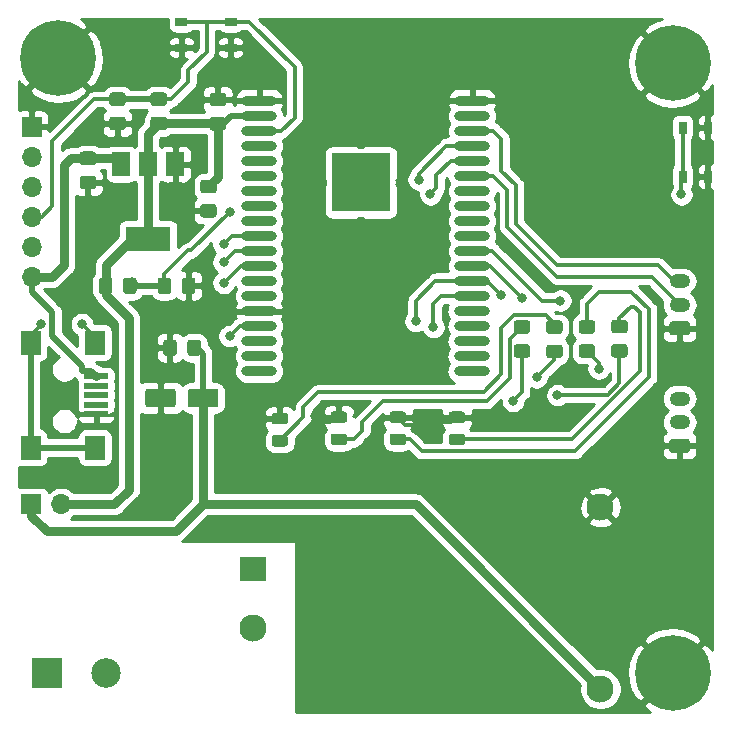
<source format=gbr>
%TF.GenerationSoftware,KiCad,Pcbnew,(5.1.6)-1*%
%TF.CreationDate,2020-10-27T09:44:08+01:00*%
%TF.ProjectId,Beacon_Listener,42656163-6f6e-45f4-9c69-7374656e6572,rev?*%
%TF.SameCoordinates,Original*%
%TF.FileFunction,Copper,L1,Top*%
%TF.FilePolarity,Positive*%
%FSLAX46Y46*%
G04 Gerber Fmt 4.6, Leading zero omitted, Abs format (unit mm)*
G04 Created by KiCad (PCBNEW (5.1.6)-1) date 2020-10-27 09:44:08*
%MOMM*%
%LPD*%
G01*
G04 APERTURE LIST*
%TA.AperFunction,SMDPad,CuDef*%
%ADD10R,1.700000X2.000000*%
%TD*%
%TA.AperFunction,SMDPad,CuDef*%
%ADD11R,2.000000X0.500000*%
%TD*%
%TA.AperFunction,SMDPad,CuDef*%
%ADD12R,1.050000X0.650000*%
%TD*%
%TA.AperFunction,SMDPad,CuDef*%
%ADD13R,0.650000X1.050000*%
%TD*%
%TA.AperFunction,ComponentPad*%
%ADD14C,2.300000*%
%TD*%
%TA.AperFunction,ComponentPad*%
%ADD15R,2.300000X2.000000*%
%TD*%
%TA.AperFunction,ComponentPad*%
%ADD16O,1.700000X1.700000*%
%TD*%
%TA.AperFunction,ComponentPad*%
%ADD17R,1.700000X1.700000*%
%TD*%
%TA.AperFunction,ComponentPad*%
%ADD18O,1.750000X1.200000*%
%TD*%
%TA.AperFunction,ComponentPad*%
%ADD19C,0.800000*%
%TD*%
%TA.AperFunction,SMDPad,CuDef*%
%ADD20R,5.000000X5.000000*%
%TD*%
%TA.AperFunction,SMDPad,CuDef*%
%ADD21O,3.000000X0.900000*%
%TD*%
%TA.AperFunction,ComponentPad*%
%ADD22C,6.400000*%
%TD*%
%TA.AperFunction,ComponentPad*%
%ADD23C,2.500000*%
%TD*%
%TA.AperFunction,ComponentPad*%
%ADD24R,2.500000X2.500000*%
%TD*%
%TA.AperFunction,SMDPad,CuDef*%
%ADD25R,1.500000X2.000000*%
%TD*%
%TA.AperFunction,SMDPad,CuDef*%
%ADD26R,3.800000X2.000000*%
%TD*%
%TA.AperFunction,ViaPad*%
%ADD27C,0.800000*%
%TD*%
%TA.AperFunction,Conductor*%
%ADD28C,0.300000*%
%TD*%
%TA.AperFunction,Conductor*%
%ADD29C,0.500000*%
%TD*%
%TA.AperFunction,Conductor*%
%ADD30C,0.250000*%
%TD*%
%TA.AperFunction,Conductor*%
%ADD31C,0.750000*%
%TD*%
%TA.AperFunction,Conductor*%
%ADD32C,0.254000*%
%TD*%
G04 APERTURE END LIST*
D10*
%TO.P,J4,6*%
%TO.N,Net-(J4-Pad6)*%
X88650000Y-105950000D03*
X94100000Y-105950000D03*
X88650000Y-97050000D03*
X94100000Y-97050000D03*
D11*
%TO.P,J4,5*%
%TO.N,GND*%
X94200000Y-103100000D03*
%TO.P,J4,4*%
%TO.N,N/C*%
X94200000Y-102300000D03*
%TO.P,J4,3*%
X94200000Y-101500000D03*
%TO.P,J4,2*%
X94200000Y-100700000D03*
%TO.P,J4,1*%
%TO.N,+5V*%
X94200000Y-99900000D03*
%TD*%
D12*
%TO.P,RESET,2*%
%TO.N,GND*%
X105575000Y-72075000D03*
X101425000Y-72075000D03*
%TO.P,RESET,1*%
%TO.N,EN*%
X105575000Y-69925000D03*
X101425000Y-69925000D03*
%TD*%
D13*
%TO.P,CONFIG,2*%
%TO.N,GND*%
X146000000Y-78850000D03*
X146000000Y-83000000D03*
%TO.P,CONFIG,1*%
%TO.N,ConfigButton*%
X143850000Y-78850000D03*
X143850000Y-83000000D03*
%TD*%
%TO.P,C7,2*%
%TO.N,GND*%
%TA.AperFunction,SMDPad,CuDef*%
G36*
G01*
X101450000Y-92700001D02*
X101450000Y-91799999D01*
G75*
G02*
X101699999Y-91550000I249999J0D01*
G01*
X102350001Y-91550000D01*
G75*
G02*
X102600000Y-91799999I0J-249999D01*
G01*
X102600000Y-92700001D01*
G75*
G02*
X102350001Y-92950000I-249999J0D01*
G01*
X101699999Y-92950000D01*
G75*
G02*
X101450000Y-92700001I0J249999D01*
G01*
G37*
%TD.AperFunction*%
%TO.P,C7,1*%
%TO.N,ConfigButton*%
%TA.AperFunction,SMDPad,CuDef*%
G36*
G01*
X99400000Y-92700001D02*
X99400000Y-91799999D01*
G75*
G02*
X99649999Y-91550000I249999J0D01*
G01*
X100300001Y-91550000D01*
G75*
G02*
X100550000Y-91799999I0J-249999D01*
G01*
X100550000Y-92700001D01*
G75*
G02*
X100300001Y-92950000I-249999J0D01*
G01*
X99649999Y-92950000D01*
G75*
G02*
X99400000Y-92700001I0J249999D01*
G01*
G37*
%TD.AperFunction*%
%TD*%
D14*
%TO.P,PS1,4*%
%TO.N,MainInput*%
X136900000Y-126400000D03*
%TO.P,PS1,2*%
%TO.N,GNDPWR*%
X107500000Y-121200000D03*
D15*
%TO.P,PS1,1*%
%TO.N,AC*%
X107500000Y-116200000D03*
D14*
%TO.P,PS1,3*%
%TO.N,GND*%
X136900000Y-111000000D03*
%TD*%
%TO.P,C3,2*%
%TO.N,GND*%
%TA.AperFunction,SMDPad,CuDef*%
G36*
G01*
X93049999Y-82925000D02*
X93950001Y-82925000D01*
G75*
G02*
X94200000Y-83174999I0J-249999D01*
G01*
X94200000Y-83825001D01*
G75*
G02*
X93950001Y-84075000I-249999J0D01*
G01*
X93049999Y-84075000D01*
G75*
G02*
X92800000Y-83825001I0J249999D01*
G01*
X92800000Y-83174999D01*
G75*
G02*
X93049999Y-82925000I249999J0D01*
G01*
G37*
%TD.AperFunction*%
%TO.P,C3,1*%
%TO.N,+5V*%
%TA.AperFunction,SMDPad,CuDef*%
G36*
G01*
X93049999Y-80875000D02*
X93950001Y-80875000D01*
G75*
G02*
X94200000Y-81124999I0J-249999D01*
G01*
X94200000Y-81775001D01*
G75*
G02*
X93950001Y-82025000I-249999J0D01*
G01*
X93049999Y-82025000D01*
G75*
G02*
X92800000Y-81775001I0J249999D01*
G01*
X92800000Y-81124999D01*
G75*
G02*
X93049999Y-80875000I249999J0D01*
G01*
G37*
%TD.AperFunction*%
%TD*%
%TO.P,C2,2*%
%TO.N,GND*%
%TA.AperFunction,SMDPad,CuDef*%
G36*
G01*
X95549999Y-77925000D02*
X96450001Y-77925000D01*
G75*
G02*
X96700000Y-78174999I0J-249999D01*
G01*
X96700000Y-78825001D01*
G75*
G02*
X96450001Y-79075000I-249999J0D01*
G01*
X95549999Y-79075000D01*
G75*
G02*
X95300000Y-78825001I0J249999D01*
G01*
X95300000Y-78174999D01*
G75*
G02*
X95549999Y-77925000I249999J0D01*
G01*
G37*
%TD.AperFunction*%
%TO.P,C2,1*%
%TO.N,EN*%
%TA.AperFunction,SMDPad,CuDef*%
G36*
G01*
X95549999Y-75875000D02*
X96450001Y-75875000D01*
G75*
G02*
X96700000Y-76124999I0J-249999D01*
G01*
X96700000Y-76775001D01*
G75*
G02*
X96450001Y-77025000I-249999J0D01*
G01*
X95549999Y-77025000D01*
G75*
G02*
X95300000Y-76775001I0J249999D01*
G01*
X95300000Y-76124999D01*
G75*
G02*
X95549999Y-75875000I249999J0D01*
G01*
G37*
%TD.AperFunction*%
%TD*%
D16*
%TO.P,J1,6*%
%TO.N,+5V*%
X88750000Y-91500000D03*
%TO.P,J1,5*%
%TO.N,GPIO0*%
X88750000Y-88960000D03*
%TO.P,J1,4*%
%TO.N,EN*%
X88750000Y-86420000D03*
%TO.P,J1,3*%
%TO.N,RX*%
X88750000Y-83880000D03*
%TO.P,J1,2*%
%TO.N,TX*%
X88750000Y-81340000D03*
D17*
%TO.P,J1,1*%
%TO.N,GND*%
X88750000Y-78800000D03*
%TD*%
D18*
%TO.P,I2C,3*%
%TO.N,SCL*%
X143600000Y-91850000D03*
%TO.P,I2C,2*%
%TO.N,SDA*%
X143600000Y-93850000D03*
%TO.P,I2C,1*%
%TO.N,GND*%
%TA.AperFunction,ComponentPad*%
G36*
G01*
X144225001Y-96450000D02*
X142974999Y-96450000D01*
G75*
G02*
X142725000Y-96200001I0J249999D01*
G01*
X142725000Y-95499999D01*
G75*
G02*
X142974999Y-95250000I249999J0D01*
G01*
X144225001Y-95250000D01*
G75*
G02*
X144475000Y-95499999I0J-249999D01*
G01*
X144475000Y-96200001D01*
G75*
G02*
X144225001Y-96450000I-249999J0D01*
G01*
G37*
%TD.AperFunction*%
%TD*%
%TO.P,UART,3*%
%TO.N,RX_UART2*%
X143600000Y-101800000D03*
%TO.P,UART,2*%
%TO.N,TX_UART2*%
X143600000Y-103800000D03*
%TO.P,UART,1*%
%TO.N,GND*%
%TA.AperFunction,ComponentPad*%
G36*
G01*
X144225001Y-106400000D02*
X142974999Y-106400000D01*
G75*
G02*
X142725000Y-106150001I0J249999D01*
G01*
X142725000Y-105449999D01*
G75*
G02*
X142974999Y-105200000I249999J0D01*
G01*
X144225001Y-105200000D01*
G75*
G02*
X144475000Y-105449999I0J-249999D01*
G01*
X144475000Y-106150001D01*
G75*
G02*
X144225001Y-106400000I-249999J0D01*
G01*
G37*
%TD.AperFunction*%
%TD*%
%TO.P,D4,2*%
%TO.N,Net-(D4-Pad2)*%
%TA.AperFunction,SMDPad,CuDef*%
G36*
G01*
X109293750Y-104887500D02*
X110206250Y-104887500D01*
G75*
G02*
X110450000Y-105131250I0J-243750D01*
G01*
X110450000Y-105618750D01*
G75*
G02*
X110206250Y-105862500I-243750J0D01*
G01*
X109293750Y-105862500D01*
G75*
G02*
X109050000Y-105618750I0J243750D01*
G01*
X109050000Y-105131250D01*
G75*
G02*
X109293750Y-104887500I243750J0D01*
G01*
G37*
%TD.AperFunction*%
%TO.P,D4,1*%
%TO.N,GND*%
%TA.AperFunction,SMDPad,CuDef*%
G36*
G01*
X109293750Y-103012500D02*
X110206250Y-103012500D01*
G75*
G02*
X110450000Y-103256250I0J-243750D01*
G01*
X110450000Y-103743750D01*
G75*
G02*
X110206250Y-103987500I-243750J0D01*
G01*
X109293750Y-103987500D01*
G75*
G02*
X109050000Y-103743750I0J243750D01*
G01*
X109050000Y-103256250D01*
G75*
G02*
X109293750Y-103012500I243750J0D01*
G01*
G37*
%TD.AperFunction*%
%TD*%
%TO.P,D3,2*%
%TO.N,Net-(D3-Pad2)*%
%TA.AperFunction,SMDPad,CuDef*%
G36*
G01*
X114293750Y-104762500D02*
X115206250Y-104762500D01*
G75*
G02*
X115450000Y-105006250I0J-243750D01*
G01*
X115450000Y-105493750D01*
G75*
G02*
X115206250Y-105737500I-243750J0D01*
G01*
X114293750Y-105737500D01*
G75*
G02*
X114050000Y-105493750I0J243750D01*
G01*
X114050000Y-105006250D01*
G75*
G02*
X114293750Y-104762500I243750J0D01*
G01*
G37*
%TD.AperFunction*%
%TO.P,D3,1*%
%TO.N,GND*%
%TA.AperFunction,SMDPad,CuDef*%
G36*
G01*
X114293750Y-102887500D02*
X115206250Y-102887500D01*
G75*
G02*
X115450000Y-103131250I0J-243750D01*
G01*
X115450000Y-103618750D01*
G75*
G02*
X115206250Y-103862500I-243750J0D01*
G01*
X114293750Y-103862500D01*
G75*
G02*
X114050000Y-103618750I0J243750D01*
G01*
X114050000Y-103131250D01*
G75*
G02*
X114293750Y-102887500I243750J0D01*
G01*
G37*
%TD.AperFunction*%
%TD*%
%TO.P,D2,2*%
%TO.N,Net-(D2-Pad2)*%
%TA.AperFunction,SMDPad,CuDef*%
G36*
G01*
X124293750Y-104762500D02*
X125206250Y-104762500D01*
G75*
G02*
X125450000Y-105006250I0J-243750D01*
G01*
X125450000Y-105493750D01*
G75*
G02*
X125206250Y-105737500I-243750J0D01*
G01*
X124293750Y-105737500D01*
G75*
G02*
X124050000Y-105493750I0J243750D01*
G01*
X124050000Y-105006250D01*
G75*
G02*
X124293750Y-104762500I243750J0D01*
G01*
G37*
%TD.AperFunction*%
%TO.P,D2,1*%
%TO.N,GND*%
%TA.AperFunction,SMDPad,CuDef*%
G36*
G01*
X124293750Y-102887500D02*
X125206250Y-102887500D01*
G75*
G02*
X125450000Y-103131250I0J-243750D01*
G01*
X125450000Y-103618750D01*
G75*
G02*
X125206250Y-103862500I-243750J0D01*
G01*
X124293750Y-103862500D01*
G75*
G02*
X124050000Y-103618750I0J243750D01*
G01*
X124050000Y-103131250D01*
G75*
G02*
X124293750Y-102887500I243750J0D01*
G01*
G37*
%TD.AperFunction*%
%TD*%
%TO.P,D1,2*%
%TO.N,Net-(D1-Pad2)*%
%TA.AperFunction,SMDPad,CuDef*%
G36*
G01*
X119293750Y-104762500D02*
X120206250Y-104762500D01*
G75*
G02*
X120450000Y-105006250I0J-243750D01*
G01*
X120450000Y-105493750D01*
G75*
G02*
X120206250Y-105737500I-243750J0D01*
G01*
X119293750Y-105737500D01*
G75*
G02*
X119050000Y-105493750I0J243750D01*
G01*
X119050000Y-105006250D01*
G75*
G02*
X119293750Y-104762500I243750J0D01*
G01*
G37*
%TD.AperFunction*%
%TO.P,D1,1*%
%TO.N,GND*%
%TA.AperFunction,SMDPad,CuDef*%
G36*
G01*
X119293750Y-102887500D02*
X120206250Y-102887500D01*
G75*
G02*
X120450000Y-103131250I0J-243750D01*
G01*
X120450000Y-103618750D01*
G75*
G02*
X120206250Y-103862500I-243750J0D01*
G01*
X119293750Y-103862500D01*
G75*
G02*
X119050000Y-103618750I0J243750D01*
G01*
X119050000Y-103131250D01*
G75*
G02*
X119293750Y-102887500I243750J0D01*
G01*
G37*
%TD.AperFunction*%
%TD*%
D19*
%TO.P,U1,39*%
%TO.N,GND*%
X114600000Y-81490000D03*
D20*
X116600000Y-83500000D03*
D21*
%TO.P,U1,1*%
X108000000Y-76580000D03*
%TO.P,U1,2*%
%TO.N,+3V3*%
X108000000Y-77850000D03*
%TO.P,U1,3*%
%TO.N,EN*%
X108000000Y-79120000D03*
%TO.P,U1,4*%
%TO.N,N/C*%
X108000000Y-80390000D03*
%TO.P,U1,5*%
X108000000Y-81660000D03*
%TO.P,U1,6*%
X108000000Y-82930000D03*
%TO.P,U1,7*%
X108000000Y-84200000D03*
%TO.P,U1,8*%
X108000000Y-85470000D03*
%TO.P,U1,9*%
X108000000Y-86740000D03*
%TO.P,U1,10*%
%TO.N,LED4*%
X108000000Y-88010000D03*
%TO.P,U1,11*%
%TO.N,LED2*%
X108000000Y-89280000D03*
%TO.P,U1,12*%
%TO.N,LED3*%
X108000000Y-90550000D03*
%TO.P,U1,13*%
%TO.N,N/C*%
X108000000Y-91820000D03*
%TO.P,U1,14*%
X108000000Y-93090000D03*
%TO.P,U1,15*%
%TO.N,GND*%
X108000000Y-94390000D03*
%TO.P,U1,16*%
%TO.N,LED*%
X108000000Y-95660000D03*
%TO.P,U1,17*%
%TO.N,N/C*%
X108000000Y-96930000D03*
%TO.P,U1,18*%
X108000000Y-98200000D03*
%TO.P,U1,19*%
X108000000Y-99470000D03*
%TO.P,U1,20*%
X126000000Y-99470000D03*
%TO.P,U1,21*%
X126000000Y-98200000D03*
%TO.P,U1,22*%
X126000000Y-96930000D03*
%TO.P,U1,23*%
X126000000Y-95660000D03*
%TO.P,U1,24*%
X126000000Y-94390000D03*
%TO.P,U1,25*%
%TO.N,GPIO0*%
X126030000Y-93090000D03*
%TO.P,U1,26*%
%TO.N,ConfigButton*%
X126030000Y-91820000D03*
%TO.P,U1,27*%
%TO.N,RX_UART2*%
X126030000Y-90550000D03*
%TO.P,U1,28*%
%TO.N,TX_UART2*%
X126030000Y-89280000D03*
%TO.P,U1,29*%
%TO.N,N/C*%
X126030000Y-88010000D03*
%TO.P,U1,30*%
X126030000Y-86740000D03*
%TO.P,U1,31*%
X126030000Y-85470000D03*
%TO.P,U1,32*%
X126030000Y-84200000D03*
%TO.P,U1,33*%
%TO.N,SDA*%
X126030000Y-82930000D03*
%TO.P,U1,34*%
%TO.N,RX*%
X126030000Y-81660000D03*
%TO.P,U1,35*%
%TO.N,TX*%
X126030000Y-80390000D03*
%TO.P,U1,36*%
%TO.N,SCL*%
X126030000Y-79120000D03*
%TO.P,U1,37*%
%TO.N,N/C*%
X126030000Y-77850000D03*
%TO.P,U1,38*%
%TO.N,GND*%
X126030000Y-76580000D03*
D19*
%TO.P,U1,39*%
X114600000Y-82490000D03*
X114600000Y-83490000D03*
X114600000Y-84490000D03*
X114600000Y-85490000D03*
X115600000Y-85490000D03*
X115600000Y-84490000D03*
X115600000Y-83490000D03*
X115600000Y-82490000D03*
X115600000Y-81490000D03*
X117600000Y-81490000D03*
X117600000Y-82490000D03*
X117600000Y-83490000D03*
X117600000Y-84490000D03*
X117600000Y-85490000D03*
X116600000Y-85490000D03*
X116600000Y-84490000D03*
X116600000Y-83490000D03*
X116600000Y-82490000D03*
X116600000Y-81490000D03*
X118600000Y-85490000D03*
X118600000Y-84490000D03*
X118600000Y-83490000D03*
X118600000Y-82490000D03*
X118600000Y-81490000D03*
%TD*%
%TO.P,H4,1*%
%TO.N,GND*%
X92697056Y-71302944D03*
X91000000Y-70600000D03*
X89302944Y-71302944D03*
X88600000Y-73000000D03*
X89302944Y-74697056D03*
X91000000Y-75400000D03*
X92697056Y-74697056D03*
X93400000Y-73000000D03*
D22*
X91000000Y-73000000D03*
%TD*%
D19*
%TO.P,H3,1*%
%TO.N,GND*%
X144697056Y-71702944D03*
X143000000Y-71000000D03*
X141302944Y-71702944D03*
X140600000Y-73400000D03*
X141302944Y-75097056D03*
X143000000Y-75800000D03*
X144697056Y-75097056D03*
X145400000Y-73400000D03*
D22*
X143000000Y-73400000D03*
%TD*%
D19*
%TO.P,H2,1*%
%TO.N,GND*%
X144697056Y-123302944D03*
X143000000Y-122600000D03*
X141302944Y-123302944D03*
X140600000Y-125000000D03*
X141302944Y-126697056D03*
X143000000Y-127400000D03*
X144697056Y-126697056D03*
X145400000Y-125000000D03*
D22*
X143000000Y-125000000D03*
%TD*%
%TO.P,R6,2*%
%TO.N,ConfigButton*%
%TA.AperFunction,SMDPad,CuDef*%
G36*
G01*
X96475000Y-92700001D02*
X96475000Y-91799999D01*
G75*
G02*
X96724999Y-91550000I249999J0D01*
G01*
X97375001Y-91550000D01*
G75*
G02*
X97625000Y-91799999I0J-249999D01*
G01*
X97625000Y-92700001D01*
G75*
G02*
X97375001Y-92950000I-249999J0D01*
G01*
X96724999Y-92950000D01*
G75*
G02*
X96475000Y-92700001I0J249999D01*
G01*
G37*
%TD.AperFunction*%
%TO.P,R6,1*%
%TO.N,+3V3*%
%TA.AperFunction,SMDPad,CuDef*%
G36*
G01*
X94425000Y-92700001D02*
X94425000Y-91799999D01*
G75*
G02*
X94674999Y-91550000I249999J0D01*
G01*
X95325001Y-91550000D01*
G75*
G02*
X95575000Y-91799999I0J-249999D01*
G01*
X95575000Y-92700001D01*
G75*
G02*
X95325001Y-92950000I-249999J0D01*
G01*
X94674999Y-92950000D01*
G75*
G02*
X94425000Y-92700001I0J249999D01*
G01*
G37*
%TD.AperFunction*%
%TD*%
D16*
%TO.P,J3,2*%
%TO.N,+3V3*%
X91250000Y-110750000D03*
D17*
%TO.P,J3,1*%
%TO.N,MainInput*%
X88710000Y-110750000D03*
%TD*%
D23*
%TO.P,J2,2*%
%TO.N,GNDPWR*%
X95000000Y-125000000D03*
D24*
%TO.P,J2,1*%
%TO.N,AC*%
X90000000Y-125000000D03*
%TD*%
%TO.P,C6,2*%
%TO.N,GND*%
%TA.AperFunction,SMDPad,CuDef*%
G36*
G01*
X101025000Y-97049999D02*
X101025000Y-97950001D01*
G75*
G02*
X100775001Y-98200000I-249999J0D01*
G01*
X100124999Y-98200000D01*
G75*
G02*
X99875000Y-97950001I0J249999D01*
G01*
X99875000Y-97049999D01*
G75*
G02*
X100124999Y-96800000I249999J0D01*
G01*
X100775001Y-96800000D01*
G75*
G02*
X101025000Y-97049999I0J-249999D01*
G01*
G37*
%TD.AperFunction*%
%TO.P,C6,1*%
%TO.N,MainInput*%
%TA.AperFunction,SMDPad,CuDef*%
G36*
G01*
X103075000Y-97049999D02*
X103075000Y-97950001D01*
G75*
G02*
X102825001Y-98200000I-249999J0D01*
G01*
X102174999Y-98200000D01*
G75*
G02*
X101925000Y-97950001I0J249999D01*
G01*
X101925000Y-97049999D01*
G75*
G02*
X102174999Y-96800000I249999J0D01*
G01*
X102825001Y-96800000D01*
G75*
G02*
X103075000Y-97049999I0J-249999D01*
G01*
G37*
%TD.AperFunction*%
%TD*%
%TO.P,C5,2*%
%TO.N,GND*%
%TA.AperFunction,SMDPad,CuDef*%
G36*
G01*
X100950000Y-101200000D02*
X100950000Y-102300000D01*
G75*
G02*
X100700000Y-102550000I-250000J0D01*
G01*
X98600000Y-102550000D01*
G75*
G02*
X98350000Y-102300000I0J250000D01*
G01*
X98350000Y-101200000D01*
G75*
G02*
X98600000Y-100950000I250000J0D01*
G01*
X100700000Y-100950000D01*
G75*
G02*
X100950000Y-101200000I0J-250000D01*
G01*
G37*
%TD.AperFunction*%
%TO.P,C5,1*%
%TO.N,MainInput*%
%TA.AperFunction,SMDPad,CuDef*%
G36*
G01*
X104550000Y-101200000D02*
X104550000Y-102300000D01*
G75*
G02*
X104300000Y-102550000I-250000J0D01*
G01*
X102200000Y-102550000D01*
G75*
G02*
X101950000Y-102300000I0J250000D01*
G01*
X101950000Y-101200000D01*
G75*
G02*
X102200000Y-100950000I250000J0D01*
G01*
X104300000Y-100950000D01*
G75*
G02*
X104550000Y-101200000I0J-250000D01*
G01*
G37*
%TD.AperFunction*%
%TD*%
D25*
%TO.P,U2,1*%
%TO.N,GND*%
X100900000Y-81950000D03*
%TO.P,U2,3*%
%TO.N,+5V*%
X96300000Y-81950000D03*
%TO.P,U2,2*%
%TO.N,+3V3*%
X98600000Y-81950000D03*
D26*
X98600000Y-88250000D03*
%TD*%
%TO.P,R5,2*%
%TO.N,EN*%
%TA.AperFunction,SMDPad,CuDef*%
G36*
G01*
X99950001Y-77025000D02*
X99049999Y-77025000D01*
G75*
G02*
X98800000Y-76775001I0J249999D01*
G01*
X98800000Y-76124999D01*
G75*
G02*
X99049999Y-75875000I249999J0D01*
G01*
X99950001Y-75875000D01*
G75*
G02*
X100200000Y-76124999I0J-249999D01*
G01*
X100200000Y-76775001D01*
G75*
G02*
X99950001Y-77025000I-249999J0D01*
G01*
G37*
%TD.AperFunction*%
%TO.P,R5,1*%
%TO.N,+3V3*%
%TA.AperFunction,SMDPad,CuDef*%
G36*
G01*
X99950001Y-79075000D02*
X99049999Y-79075000D01*
G75*
G02*
X98800000Y-78825001I0J249999D01*
G01*
X98800000Y-78174999D01*
G75*
G02*
X99049999Y-77925000I249999J0D01*
G01*
X99950001Y-77925000D01*
G75*
G02*
X100200000Y-78174999I0J-249999D01*
G01*
X100200000Y-78825001D01*
G75*
G02*
X99950001Y-79075000I-249999J0D01*
G01*
G37*
%TD.AperFunction*%
%TD*%
%TO.P,R4,2*%
%TO.N,Net-(D4-Pad2)*%
%TA.AperFunction,SMDPad,CuDef*%
G36*
G01*
X133450001Y-96325000D02*
X132549999Y-96325000D01*
G75*
G02*
X132300000Y-96075001I0J249999D01*
G01*
X132300000Y-95424999D01*
G75*
G02*
X132549999Y-95175000I249999J0D01*
G01*
X133450001Y-95175000D01*
G75*
G02*
X133700000Y-95424999I0J-249999D01*
G01*
X133700000Y-96075001D01*
G75*
G02*
X133450001Y-96325000I-249999J0D01*
G01*
G37*
%TD.AperFunction*%
%TO.P,R4,1*%
%TO.N,LED4*%
%TA.AperFunction,SMDPad,CuDef*%
G36*
G01*
X133450001Y-98375000D02*
X132549999Y-98375000D01*
G75*
G02*
X132300000Y-98125001I0J249999D01*
G01*
X132300000Y-97474999D01*
G75*
G02*
X132549999Y-97225000I249999J0D01*
G01*
X133450001Y-97225000D01*
G75*
G02*
X133700000Y-97474999I0J-249999D01*
G01*
X133700000Y-98125001D01*
G75*
G02*
X133450001Y-98375000I-249999J0D01*
G01*
G37*
%TD.AperFunction*%
%TD*%
%TO.P,R3,2*%
%TO.N,Net-(D3-Pad2)*%
%TA.AperFunction,SMDPad,CuDef*%
G36*
G01*
X130700001Y-96300000D02*
X129799999Y-96300000D01*
G75*
G02*
X129550000Y-96050001I0J249999D01*
G01*
X129550000Y-95399999D01*
G75*
G02*
X129799999Y-95150000I249999J0D01*
G01*
X130700001Y-95150000D01*
G75*
G02*
X130950000Y-95399999I0J-249999D01*
G01*
X130950000Y-96050001D01*
G75*
G02*
X130700001Y-96300000I-249999J0D01*
G01*
G37*
%TD.AperFunction*%
%TO.P,R3,1*%
%TO.N,LED3*%
%TA.AperFunction,SMDPad,CuDef*%
G36*
G01*
X130700001Y-98350000D02*
X129799999Y-98350000D01*
G75*
G02*
X129550000Y-98100001I0J249999D01*
G01*
X129550000Y-97449999D01*
G75*
G02*
X129799999Y-97200000I249999J0D01*
G01*
X130700001Y-97200000D01*
G75*
G02*
X130950000Y-97449999I0J-249999D01*
G01*
X130950000Y-98100001D01*
G75*
G02*
X130700001Y-98350000I-249999J0D01*
G01*
G37*
%TD.AperFunction*%
%TD*%
%TO.P,R2,2*%
%TO.N,Net-(D2-Pad2)*%
%TA.AperFunction,SMDPad,CuDef*%
G36*
G01*
X138950001Y-96275000D02*
X138049999Y-96275000D01*
G75*
G02*
X137800000Y-96025001I0J249999D01*
G01*
X137800000Y-95374999D01*
G75*
G02*
X138049999Y-95125000I249999J0D01*
G01*
X138950001Y-95125000D01*
G75*
G02*
X139200000Y-95374999I0J-249999D01*
G01*
X139200000Y-96025001D01*
G75*
G02*
X138950001Y-96275000I-249999J0D01*
G01*
G37*
%TD.AperFunction*%
%TO.P,R2,1*%
%TO.N,LED2*%
%TA.AperFunction,SMDPad,CuDef*%
G36*
G01*
X138950001Y-98325000D02*
X138049999Y-98325000D01*
G75*
G02*
X137800000Y-98075001I0J249999D01*
G01*
X137800000Y-97424999D01*
G75*
G02*
X138049999Y-97175000I249999J0D01*
G01*
X138950001Y-97175000D01*
G75*
G02*
X139200000Y-97424999I0J-249999D01*
G01*
X139200000Y-98075001D01*
G75*
G02*
X138950001Y-98325000I-249999J0D01*
G01*
G37*
%TD.AperFunction*%
%TD*%
%TO.P,R1,2*%
%TO.N,Net-(D1-Pad2)*%
%TA.AperFunction,SMDPad,CuDef*%
G36*
G01*
X136200001Y-96300000D02*
X135299999Y-96300000D01*
G75*
G02*
X135050000Y-96050001I0J249999D01*
G01*
X135050000Y-95399999D01*
G75*
G02*
X135299999Y-95150000I249999J0D01*
G01*
X136200001Y-95150000D01*
G75*
G02*
X136450000Y-95399999I0J-249999D01*
G01*
X136450000Y-96050001D01*
G75*
G02*
X136200001Y-96300000I-249999J0D01*
G01*
G37*
%TD.AperFunction*%
%TO.P,R1,1*%
%TO.N,LED*%
%TA.AperFunction,SMDPad,CuDef*%
G36*
G01*
X136200001Y-98350000D02*
X135299999Y-98350000D01*
G75*
G02*
X135050000Y-98100001I0J249999D01*
G01*
X135050000Y-97449999D01*
G75*
G02*
X135299999Y-97200000I249999J0D01*
G01*
X136200001Y-97200000D01*
G75*
G02*
X136450000Y-97449999I0J-249999D01*
G01*
X136450000Y-98100001D01*
G75*
G02*
X136200001Y-98350000I-249999J0D01*
G01*
G37*
%TD.AperFunction*%
%TD*%
%TO.P,C4,2*%
%TO.N,GND*%
%TA.AperFunction,SMDPad,CuDef*%
G36*
G01*
X103249999Y-85325000D02*
X104150001Y-85325000D01*
G75*
G02*
X104400000Y-85574999I0J-249999D01*
G01*
X104400000Y-86225001D01*
G75*
G02*
X104150001Y-86475000I-249999J0D01*
G01*
X103249999Y-86475000D01*
G75*
G02*
X103000000Y-86225001I0J249999D01*
G01*
X103000000Y-85574999D01*
G75*
G02*
X103249999Y-85325000I249999J0D01*
G01*
G37*
%TD.AperFunction*%
%TO.P,C4,1*%
%TO.N,+3V3*%
%TA.AperFunction,SMDPad,CuDef*%
G36*
G01*
X103249999Y-83275000D02*
X104150001Y-83275000D01*
G75*
G02*
X104400000Y-83524999I0J-249999D01*
G01*
X104400000Y-84175001D01*
G75*
G02*
X104150001Y-84425000I-249999J0D01*
G01*
X103249999Y-84425000D01*
G75*
G02*
X103000000Y-84175001I0J249999D01*
G01*
X103000000Y-83524999D01*
G75*
G02*
X103249999Y-83275000I249999J0D01*
G01*
G37*
%TD.AperFunction*%
%TD*%
%TO.P,C1,2*%
%TO.N,GND*%
%TA.AperFunction,SMDPad,CuDef*%
G36*
G01*
X104950001Y-77050000D02*
X104049999Y-77050000D01*
G75*
G02*
X103800000Y-76800001I0J249999D01*
G01*
X103800000Y-76149999D01*
G75*
G02*
X104049999Y-75900000I249999J0D01*
G01*
X104950001Y-75900000D01*
G75*
G02*
X105200000Y-76149999I0J-249999D01*
G01*
X105200000Y-76800001D01*
G75*
G02*
X104950001Y-77050000I-249999J0D01*
G01*
G37*
%TD.AperFunction*%
%TO.P,C1,1*%
%TO.N,+3V3*%
%TA.AperFunction,SMDPad,CuDef*%
G36*
G01*
X104950001Y-79100000D02*
X104049999Y-79100000D01*
G75*
G02*
X103800000Y-78850001I0J249999D01*
G01*
X103800000Y-78199999D01*
G75*
G02*
X104049999Y-77950000I249999J0D01*
G01*
X104950001Y-77950000D01*
G75*
G02*
X105200000Y-78199999I0J-249999D01*
G01*
X105200000Y-78850001D01*
G75*
G02*
X104950001Y-79100000I-249999J0D01*
G01*
G37*
%TD.AperFunction*%
%TD*%
D27*
%TO.N,GND*%
X99500000Y-105500000D03*
X91500000Y-101750000D03*
X112750000Y-103250000D03*
X107750000Y-103500000D03*
X107750000Y-105500000D03*
X112750000Y-105500000D03*
X117250000Y-105500000D03*
X122500000Y-105250000D03*
X122500000Y-103750000D03*
X92400000Y-93000000D03*
X97400000Y-111500000D03*
X99300000Y-111500000D03*
X101200000Y-110900000D03*
X105500000Y-109000000D03*
X107000000Y-109000000D03*
X108500000Y-109000000D03*
X110000000Y-109000000D03*
X113000000Y-109000000D03*
X111500000Y-109000000D03*
X116000000Y-109000000D03*
X117500000Y-109000000D03*
X114500000Y-109000000D03*
X120500000Y-109000000D03*
X122000000Y-109000000D03*
X119000000Y-109000000D03*
X94000000Y-78500000D03*
X103000000Y-80000000D03*
X104500000Y-74500000D03*
X93500000Y-85500000D03*
X95000000Y-85500000D03*
X123500000Y-110000000D03*
X124500000Y-111000000D03*
X125500000Y-112000000D03*
X126500000Y-113000000D03*
X127500000Y-114000000D03*
X128500000Y-115000000D03*
X129500000Y-116000000D03*
X130500000Y-117000000D03*
X131500000Y-118000000D03*
X132500000Y-119000000D03*
X133500000Y-120000000D03*
X134500000Y-121000000D03*
X135500000Y-122000000D03*
X136500000Y-123000000D03*
%TO.N,TX*%
X121500000Y-83250000D03*
%TO.N,RX*%
X122500000Y-84500000D03*
%TO.N,GPIO0*%
X122750000Y-95750000D03*
%TO.N,LED*%
X105500000Y-96500000D03*
X136750000Y-99250000D03*
%TO.N,LED2*%
X105000000Y-90250000D03*
X133250000Y-101500000D03*
%TO.N,LED3*%
X105000000Y-92000000D03*
X129500000Y-102000000D03*
%TO.N,LED4*%
X105000000Y-88750000D03*
X131500000Y-100000000D03*
%TO.N,ConfigButton*%
X105500000Y-86000000D03*
X121250000Y-95250000D03*
X128500000Y-93000000D03*
X143750000Y-84500000D03*
%TO.N,Net-(J4-Pad6)*%
X89500000Y-95500000D03*
X93000000Y-95500000D03*
%TO.N,RX_UART2*%
X130250000Y-93250000D03*
%TO.N,TX_UART2*%
X133500000Y-93500000D03*
%TD*%
D28*
%TO.N,GND*%
X92850000Y-103100000D02*
X94200000Y-103100000D01*
X91500000Y-101750000D02*
X92850000Y-103100000D01*
X119750000Y-103375000D02*
X120375000Y-104000000D01*
X122250000Y-104000000D02*
X122500000Y-103750000D01*
X120375000Y-104000000D02*
X122250000Y-104000000D01*
X124750000Y-103375000D02*
X124625000Y-103375000D01*
X124250000Y-103750000D02*
X122500000Y-103750000D01*
X124625000Y-103375000D02*
X124250000Y-103750000D01*
X114750000Y-103375000D02*
X114375000Y-103375000D01*
X114375000Y-103375000D02*
X114000000Y-103750000D01*
X113250000Y-103750000D02*
X112750000Y-103250000D01*
X114000000Y-103750000D02*
X113250000Y-103750000D01*
X109750000Y-103500000D02*
X107750000Y-103500000D01*
D29*
%TO.N,EN*%
X96000000Y-76450000D02*
X99500000Y-76450000D01*
D28*
X101425000Y-69925000D02*
X101500000Y-70000000D01*
X103575000Y-69925000D02*
X103575000Y-72425000D01*
X103575000Y-69925000D02*
X105575000Y-69925000D01*
X101425000Y-69925000D02*
X103575000Y-69925000D01*
X103575000Y-72425000D02*
X102000000Y-74000000D01*
X102000000Y-74000000D02*
X102000000Y-75000000D01*
X100550000Y-76450000D02*
X99500000Y-76450000D01*
X102000000Y-75000000D02*
X100550000Y-76450000D01*
X88750000Y-86420000D02*
X89580000Y-86420000D01*
X89580000Y-86420000D02*
X90500000Y-85500000D01*
X90500000Y-85500000D02*
X90500000Y-80000000D01*
X94050000Y-76450000D02*
X96000000Y-76450000D01*
X90500000Y-80000000D02*
X94050000Y-76450000D01*
X107175000Y-69925000D02*
X105575000Y-69925000D01*
X108000000Y-79120000D02*
X109880000Y-79120000D01*
X111000000Y-73750000D02*
X107175000Y-69925000D01*
X111000000Y-78000000D02*
X111000000Y-73750000D01*
X109880000Y-79120000D02*
X111000000Y-78000000D01*
%TO.N,Net-(D1-Pad2)*%
X120750000Y-105250000D02*
X119750000Y-105250000D01*
X134750000Y-106250000D02*
X121750000Y-106250000D01*
X121750000Y-106250000D02*
X120750000Y-105250000D01*
X135750000Y-93750000D02*
X136750000Y-92750000D01*
X139500000Y-92750000D02*
X141000000Y-94250000D01*
X135750000Y-95725000D02*
X135750000Y-93750000D01*
X136750000Y-92750000D02*
X139500000Y-92750000D01*
X141000000Y-100000000D02*
X134750000Y-106250000D01*
X141000000Y-94250000D02*
X141000000Y-100000000D01*
%TO.N,Net-(D2-Pad2)*%
X138500000Y-95700000D02*
X138500000Y-95000000D01*
X138500000Y-95000000D02*
X139500000Y-94000000D01*
X139500000Y-94000000D02*
X139750000Y-94000000D01*
X139750000Y-94000000D02*
X140250000Y-94500000D01*
X134457120Y-105250000D02*
X139707120Y-100000000D01*
X124750000Y-105250000D02*
X134457120Y-105250000D01*
X139707120Y-100000000D02*
X139750000Y-100000000D01*
X140250000Y-99500000D02*
X140250000Y-94500000D01*
X139750000Y-100000000D02*
X140250000Y-99500000D01*
%TO.N,Net-(D3-Pad2)*%
X129199990Y-96775010D02*
X129199990Y-100050010D01*
X130250000Y-95725000D02*
X129199990Y-96775010D01*
X129199990Y-100050010D02*
X127250000Y-102000000D01*
X127250000Y-102000000D02*
X118500000Y-102000000D01*
X118500000Y-102000000D02*
X116750000Y-103750000D01*
X116750000Y-103750000D02*
X116750000Y-104500000D01*
X116000000Y-105250000D02*
X114750000Y-105250000D01*
X116750000Y-104500000D02*
X116000000Y-105250000D01*
%TO.N,Net-(D4-Pad2)*%
X133000000Y-95750000D02*
X133000000Y-95500000D01*
X133000000Y-95500000D02*
X132250000Y-94750000D01*
X129601454Y-94750000D02*
X128500000Y-95851454D01*
X132250000Y-94750000D02*
X129601454Y-94750000D01*
X128500000Y-95851454D02*
X128500000Y-99750000D01*
X128500000Y-99750000D02*
X127000000Y-101250000D01*
X127000000Y-101250000D02*
X113000000Y-101250000D01*
X113000000Y-101250000D02*
X111750000Y-102500000D01*
X111750000Y-103375000D02*
X109750000Y-105375000D01*
X111750000Y-102500000D02*
X111750000Y-103375000D01*
D30*
%TO.N,TX*%
X124860000Y-80390000D02*
X126030000Y-80390000D01*
D28*
X126030000Y-80390000D02*
X123860000Y-80390000D01*
X123860000Y-80390000D02*
X121500000Y-82750000D01*
X121500000Y-82750000D02*
X121500000Y-83250000D01*
D30*
%TO.N,RX*%
X125153971Y-81660000D02*
X126030000Y-81660000D01*
D28*
X122500000Y-84500000D02*
X123000000Y-84000000D01*
X124230000Y-81660000D02*
X126030000Y-81660000D01*
X123000000Y-82890000D02*
X124230000Y-81660000D01*
X123000000Y-84000000D02*
X123000000Y-82890000D01*
D30*
%TO.N,GPIO0*%
X124280000Y-93090000D02*
X126030000Y-93090000D01*
D28*
X122750000Y-95750000D02*
X122750000Y-93750000D01*
X123410000Y-93090000D02*
X126030000Y-93090000D01*
X122750000Y-93750000D02*
X123410000Y-93090000D01*
%TO.N,LED*%
X108000000Y-95660000D02*
X106340000Y-95660000D01*
X106340000Y-95660000D02*
X105500000Y-96500000D01*
X136750000Y-98775000D02*
X135750000Y-97775000D01*
X136750000Y-99250000D02*
X136750000Y-98775000D01*
%TO.N,LED2*%
X108000000Y-89280000D02*
X105970000Y-89280000D01*
X105970000Y-89280000D02*
X105000000Y-90250000D01*
X133250000Y-101500000D02*
X137500000Y-101500000D01*
X138500000Y-100500000D02*
X138500000Y-97750000D01*
X137500000Y-101500000D02*
X138500000Y-100500000D01*
%TO.N,LED3*%
X108000000Y-90550000D02*
X106450000Y-90550000D01*
X106450000Y-90550000D02*
X105000000Y-92000000D01*
X129500000Y-102000000D02*
X130250000Y-101250000D01*
X130250000Y-101250000D02*
X130250000Y-97775000D01*
%TO.N,LED4*%
X108000000Y-88010000D02*
X105740000Y-88010000D01*
X105740000Y-88010000D02*
X105000000Y-88750000D01*
X133000000Y-97800000D02*
X133000000Y-98500000D01*
X133000000Y-98500000D02*
X131500000Y-100000000D01*
D31*
%TO.N,+5V*%
X94225001Y-99874999D02*
X94200000Y-99874999D01*
X95800000Y-81450000D02*
X96300000Y-81950000D01*
X93500000Y-81450000D02*
X95800000Y-81450000D01*
X93500000Y-81450000D02*
X92050000Y-81450000D01*
X92050000Y-81450000D02*
X91500000Y-82000000D01*
X91500000Y-82000000D02*
X91500000Y-90500000D01*
X90500000Y-91500000D02*
X88750000Y-91500000D01*
X91500000Y-90500000D02*
X90500000Y-91500000D01*
D29*
X93800000Y-99500000D02*
X94200000Y-99900000D01*
X93000000Y-99500000D02*
X93800000Y-99500000D01*
X88750000Y-92750000D02*
X90500000Y-94500000D01*
X90500000Y-94500000D02*
X90500000Y-96500000D01*
X88750000Y-91500000D02*
X88750000Y-92750000D01*
X90500000Y-96500000D02*
X93000000Y-99000000D01*
X93000000Y-99000000D02*
X93000000Y-99500000D01*
%TO.N,+3V3*%
X98600000Y-88250000D02*
X98500000Y-88250000D01*
D31*
X98600000Y-88250000D02*
X97250000Y-88250000D01*
X95000000Y-90500000D02*
X95000000Y-92250000D01*
X97250000Y-88250000D02*
X95000000Y-90500000D01*
X95000000Y-92250000D02*
X95000000Y-93000000D01*
X95000000Y-93000000D02*
X97000000Y-95000000D01*
X97000000Y-95000000D02*
X97000000Y-109500000D01*
X95750000Y-110750000D02*
X91250000Y-110750000D01*
X97000000Y-109500000D02*
X95750000Y-110750000D01*
X98600000Y-81950000D02*
X98600000Y-88250000D01*
X98600000Y-79400000D02*
X99500000Y-78500000D01*
X98600000Y-81950000D02*
X98600000Y-79400000D01*
X104475000Y-78500000D02*
X104500000Y-78525000D01*
X99500000Y-78500000D02*
X104475000Y-78500000D01*
X103700000Y-83850000D02*
X103700000Y-83800000D01*
X104500000Y-83000000D02*
X104500000Y-78525000D01*
X103700000Y-83800000D02*
X104500000Y-83000000D01*
D29*
X104500000Y-78525000D02*
X104975000Y-78525000D01*
X105650000Y-77850000D02*
X108000000Y-77850000D01*
X104975000Y-78525000D02*
X105650000Y-77850000D01*
D31*
%TO.N,MainInput*%
X103250000Y-110750000D02*
X103250000Y-101750000D01*
X101000000Y-113000000D02*
X103250000Y-110750000D01*
X90000000Y-113000000D02*
X101000000Y-113000000D01*
X88710000Y-110750000D02*
X88710000Y-111710000D01*
X88710000Y-111710000D02*
X90000000Y-113000000D01*
D29*
X102500000Y-97500000D02*
X102750000Y-97500000D01*
X103250000Y-98000000D02*
X103250000Y-101750000D01*
X102750000Y-97500000D02*
X103250000Y-98000000D01*
D31*
X121250000Y-110750000D02*
X136900000Y-126400000D01*
X103250000Y-110750000D02*
X121250000Y-110750000D01*
D29*
%TO.N,ConfigButton*%
X97200000Y-91750000D02*
X97450000Y-92000000D01*
X97050000Y-92250000D02*
X99975000Y-92250000D01*
D28*
X99975000Y-92250000D02*
X99975000Y-91275000D01*
X99975000Y-91275000D02*
X102000000Y-89250000D01*
X102000000Y-89250000D02*
X102250000Y-89250000D01*
X102250000Y-89250000D02*
X105500000Y-86000000D01*
X121250000Y-95250000D02*
X121250000Y-93500000D01*
X122930000Y-91820000D02*
X126030000Y-91820000D01*
X121250000Y-93500000D02*
X122930000Y-91820000D01*
X143850000Y-83000000D02*
X143850000Y-78850000D01*
X126030000Y-91820000D02*
X127320000Y-91820000D01*
X127320000Y-91820000D02*
X128500000Y-93000000D01*
X143750000Y-83100000D02*
X143850000Y-83000000D01*
X143750000Y-84500000D02*
X143750000Y-83100000D01*
D29*
%TO.N,Net-(J4-Pad6)*%
X88650000Y-97050000D02*
X88650000Y-105950000D01*
X94100000Y-105950000D02*
X88650000Y-105950000D01*
D30*
X88650000Y-97050000D02*
X88650000Y-96350000D01*
X88650000Y-96350000D02*
X89500000Y-95500000D01*
X94100000Y-96600000D02*
X94100000Y-97050000D01*
X93000000Y-95500000D02*
X94100000Y-96600000D01*
D28*
%TO.N,RX_UART2*%
X126030000Y-90550000D02*
X127550000Y-90550000D01*
X127550000Y-90550000D02*
X130250000Y-93250000D01*
%TO.N,TX_UART2*%
X126030000Y-89280000D02*
X127720000Y-89280000D01*
X127720000Y-89280000D02*
X131940000Y-93500000D01*
X131940000Y-93500000D02*
X133500000Y-93500000D01*
%TO.N,SCL*%
X143600000Y-91850000D02*
X143100000Y-91850000D01*
X143100000Y-91850000D02*
X141750000Y-90500000D01*
X141750000Y-90500000D02*
X133250000Y-90500000D01*
X133250000Y-90500000D02*
X129750000Y-87000000D01*
X129750000Y-87000000D02*
X129750000Y-83750000D01*
X129750000Y-83750000D02*
X128500000Y-82500000D01*
X127830000Y-79120000D02*
X126030000Y-79120000D01*
X128500000Y-79790000D02*
X127830000Y-79120000D01*
X128500000Y-82500000D02*
X128500000Y-79790000D01*
%TO.N,SDA*%
X127830000Y-82930000D02*
X129000000Y-84100000D01*
X126030000Y-82930000D02*
X127830000Y-82930000D01*
X129000000Y-84100000D02*
X129000000Y-87250000D01*
X129000000Y-87250000D02*
X133250000Y-91500000D01*
X141250000Y-91500000D02*
X143600000Y-93850000D01*
X133250000Y-91500000D02*
X141250000Y-91500000D01*
%TD*%
D32*
%TO.N,GND*%
G36*
X141547792Y-69830548D02*
G01*
X140879330Y-70182445D01*
X140838912Y-70209452D01*
X140478724Y-70699119D01*
X143000000Y-73220395D01*
X143014143Y-73206253D01*
X143193748Y-73385858D01*
X143179605Y-73400000D01*
X145700881Y-75921276D01*
X146190548Y-75561088D01*
X146340000Y-75285675D01*
X146340000Y-77688405D01*
X146325000Y-77686928D01*
X146285750Y-77690000D01*
X146127000Y-77848750D01*
X146127000Y-78723000D01*
X146147000Y-78723000D01*
X146147000Y-78977000D01*
X146127000Y-78977000D01*
X146127000Y-79851250D01*
X146285750Y-80010000D01*
X146325000Y-80013072D01*
X146340000Y-80011595D01*
X146340000Y-81838405D01*
X146325000Y-81836928D01*
X146285750Y-81840000D01*
X146127000Y-81998750D01*
X146127000Y-82873000D01*
X146147000Y-82873000D01*
X146147000Y-83127000D01*
X146127000Y-83127000D01*
X146127000Y-84001250D01*
X146285750Y-84160000D01*
X146325000Y-84163072D01*
X146340000Y-84161595D01*
X146340001Y-123111928D01*
X146217555Y-122879330D01*
X146190548Y-122838912D01*
X145700881Y-122478724D01*
X143179605Y-125000000D01*
X143193748Y-125014143D01*
X143014143Y-125193748D01*
X143000000Y-125179605D01*
X140478724Y-127700881D01*
X140838912Y-128190548D01*
X141114325Y-128340000D01*
X111127000Y-128340000D01*
X111127000Y-114000000D01*
X111124560Y-113975224D01*
X111117333Y-113951399D01*
X111105597Y-113929443D01*
X111089803Y-113910197D01*
X111070557Y-113894403D01*
X111048601Y-113882667D01*
X111024776Y-113875440D01*
X111000000Y-113873000D01*
X101509298Y-113873000D01*
X101563840Y-113843847D01*
X101717633Y-113717633D01*
X101749261Y-113679094D01*
X103668356Y-111760000D01*
X120831645Y-111760000D01*
X135145003Y-126073358D01*
X135115000Y-126224193D01*
X135115000Y-126575807D01*
X135183596Y-126920665D01*
X135318153Y-127245515D01*
X135513500Y-127537871D01*
X135762129Y-127786500D01*
X136054485Y-127981847D01*
X136379335Y-128116404D01*
X136724193Y-128185000D01*
X137075807Y-128185000D01*
X137420665Y-128116404D01*
X137745515Y-127981847D01*
X138037871Y-127786500D01*
X138286500Y-127537871D01*
X138481847Y-127245515D01*
X138616404Y-126920665D01*
X138685000Y-126575807D01*
X138685000Y-126224193D01*
X138616404Y-125879335D01*
X138481847Y-125554485D01*
X138286500Y-125262129D01*
X138037871Y-125013500D01*
X137981293Y-124975695D01*
X139146520Y-124975695D01*
X139215822Y-125727938D01*
X139430548Y-126452208D01*
X139782445Y-127120670D01*
X139809452Y-127161088D01*
X140299119Y-127521276D01*
X142820395Y-125000000D01*
X140299119Y-122478724D01*
X139809452Y-122838912D01*
X139449151Y-123502882D01*
X139225306Y-124224385D01*
X139146520Y-124975695D01*
X137981293Y-124975695D01*
X137745515Y-124818153D01*
X137420665Y-124683596D01*
X137075807Y-124615000D01*
X136724193Y-124615000D01*
X136573358Y-124645003D01*
X134227474Y-122299119D01*
X140478724Y-122299119D01*
X143000000Y-124820395D01*
X145521276Y-122299119D01*
X145161088Y-121809452D01*
X144497118Y-121449151D01*
X143775615Y-121225306D01*
X143024305Y-121146520D01*
X142272062Y-121215822D01*
X141547792Y-121430548D01*
X140879330Y-121782445D01*
X140838912Y-121809452D01*
X140478724Y-122299119D01*
X134227474Y-122299119D01*
X124170704Y-112242349D01*
X135837256Y-112242349D01*
X135951118Y-112522090D01*
X136266296Y-112677961D01*
X136605826Y-112769349D01*
X136956661Y-112792741D01*
X137305319Y-112747240D01*
X137638400Y-112634594D01*
X137848882Y-112522090D01*
X137962744Y-112242349D01*
X136900000Y-111179605D01*
X135837256Y-112242349D01*
X124170704Y-112242349D01*
X122985016Y-111056661D01*
X135107259Y-111056661D01*
X135152760Y-111405319D01*
X135265406Y-111738400D01*
X135377910Y-111948882D01*
X135657651Y-112062744D01*
X136720395Y-111000000D01*
X137079605Y-111000000D01*
X138142349Y-112062744D01*
X138422090Y-111948882D01*
X138577961Y-111633704D01*
X138669349Y-111294174D01*
X138692741Y-110943339D01*
X138647240Y-110594681D01*
X138534594Y-110261600D01*
X138422090Y-110051118D01*
X138142349Y-109937256D01*
X137079605Y-111000000D01*
X136720395Y-111000000D01*
X135657651Y-109937256D01*
X135377910Y-110051118D01*
X135222039Y-110366296D01*
X135130651Y-110705826D01*
X135107259Y-111056661D01*
X122985016Y-111056661D01*
X121999261Y-110070906D01*
X121967633Y-110032367D01*
X121813840Y-109906153D01*
X121638380Y-109812368D01*
X121458003Y-109757651D01*
X135837256Y-109757651D01*
X136900000Y-110820395D01*
X137962744Y-109757651D01*
X137848882Y-109477910D01*
X137533704Y-109322039D01*
X137194174Y-109230651D01*
X136843339Y-109207259D01*
X136494681Y-109252760D01*
X136161600Y-109365406D01*
X135951118Y-109477910D01*
X135837256Y-109757651D01*
X121458003Y-109757651D01*
X121447994Y-109754615D01*
X121299608Y-109740000D01*
X121250000Y-109735114D01*
X121200392Y-109740000D01*
X104260000Y-109740000D01*
X104260000Y-103987500D01*
X108411928Y-103987500D01*
X108424188Y-104111982D01*
X108460498Y-104231680D01*
X108519463Y-104341994D01*
X108598815Y-104438685D01*
X108676564Y-104502492D01*
X108670208Y-104507708D01*
X108560542Y-104641336D01*
X108479053Y-104793791D01*
X108428872Y-104959215D01*
X108411928Y-105131250D01*
X108411928Y-105618750D01*
X108428872Y-105790785D01*
X108479053Y-105956209D01*
X108560542Y-106108664D01*
X108670208Y-106242292D01*
X108803836Y-106351958D01*
X108956291Y-106433447D01*
X109121715Y-106483628D01*
X109293750Y-106500572D01*
X110206250Y-106500572D01*
X110378285Y-106483628D01*
X110543709Y-106433447D01*
X110696164Y-106351958D01*
X110829792Y-106242292D01*
X110939458Y-106108664D01*
X111020947Y-105956209D01*
X111071128Y-105790785D01*
X111088072Y-105618750D01*
X111088072Y-105147085D01*
X112277816Y-103957342D01*
X112307764Y-103932764D01*
X112405862Y-103813233D01*
X112478754Y-103676860D01*
X112523641Y-103528887D01*
X112535000Y-103413561D01*
X112535000Y-103413554D01*
X112538797Y-103375001D01*
X112535000Y-103336448D01*
X112535000Y-102887500D01*
X113411928Y-102887500D01*
X113415000Y-103089250D01*
X113573750Y-103248000D01*
X114623000Y-103248000D01*
X114623000Y-102411250D01*
X114464250Y-102252500D01*
X114050000Y-102249428D01*
X113925518Y-102261688D01*
X113805820Y-102297998D01*
X113695506Y-102356963D01*
X113598815Y-102436315D01*
X113519463Y-102533006D01*
X113460498Y-102643320D01*
X113424188Y-102763018D01*
X113411928Y-102887500D01*
X112535000Y-102887500D01*
X112535000Y-102825157D01*
X113325158Y-102035000D01*
X117354843Y-102035000D01*
X116222190Y-103167653D01*
X116192236Y-103192236D01*
X116094138Y-103311768D01*
X116085000Y-103328864D01*
X116085000Y-103247998D01*
X115926252Y-103247998D01*
X116085000Y-103089250D01*
X116088072Y-102887500D01*
X116075812Y-102763018D01*
X116039502Y-102643320D01*
X115980537Y-102533006D01*
X115901185Y-102436315D01*
X115804494Y-102356963D01*
X115694180Y-102297998D01*
X115574482Y-102261688D01*
X115450000Y-102249428D01*
X115035750Y-102252500D01*
X114877000Y-102411250D01*
X114877000Y-103248000D01*
X114897000Y-103248000D01*
X114897000Y-103502000D01*
X114877000Y-103502000D01*
X114877000Y-103522000D01*
X114623000Y-103522000D01*
X114623000Y-103502000D01*
X113573750Y-103502000D01*
X113415000Y-103660750D01*
X113411928Y-103862500D01*
X113424188Y-103986982D01*
X113460498Y-104106680D01*
X113519463Y-104216994D01*
X113598815Y-104313685D01*
X113676564Y-104377492D01*
X113670208Y-104382708D01*
X113560542Y-104516336D01*
X113479053Y-104668791D01*
X113428872Y-104834215D01*
X113411928Y-105006250D01*
X113411928Y-105493750D01*
X113428872Y-105665785D01*
X113479053Y-105831209D01*
X113560542Y-105983664D01*
X113670208Y-106117292D01*
X113803836Y-106226958D01*
X113956291Y-106308447D01*
X114121715Y-106358628D01*
X114293750Y-106375572D01*
X115206250Y-106375572D01*
X115378285Y-106358628D01*
X115543709Y-106308447D01*
X115696164Y-106226958D01*
X115829792Y-106117292D01*
X115897328Y-106035000D01*
X115961447Y-106035000D01*
X116000000Y-106038797D01*
X116038553Y-106035000D01*
X116038561Y-106035000D01*
X116153887Y-106023641D01*
X116301860Y-105978754D01*
X116438233Y-105905862D01*
X116557764Y-105807764D01*
X116582347Y-105777811D01*
X117277815Y-105082343D01*
X117307764Y-105057764D01*
X117405862Y-104938233D01*
X117478754Y-104801860D01*
X117494845Y-104748815D01*
X117523641Y-104653888D01*
X117527637Y-104613312D01*
X117535000Y-104538561D01*
X117535000Y-104538554D01*
X117538797Y-104500001D01*
X117535000Y-104461448D01*
X117535000Y-104075157D01*
X118467954Y-103142204D01*
X118573750Y-103248000D01*
X119623000Y-103248000D01*
X119623000Y-103228000D01*
X119877000Y-103228000D01*
X119877000Y-103248000D01*
X120926250Y-103248000D01*
X121085000Y-103089250D01*
X121088072Y-102887500D01*
X121077977Y-102785000D01*
X123422023Y-102785000D01*
X123411928Y-102887500D01*
X123415000Y-103089250D01*
X123573750Y-103248000D01*
X124623000Y-103248000D01*
X124623000Y-103228000D01*
X124877000Y-103228000D01*
X124877000Y-103248000D01*
X125926250Y-103248000D01*
X126085000Y-103089250D01*
X126088072Y-102887500D01*
X126077977Y-102785000D01*
X127211447Y-102785000D01*
X127250000Y-102788797D01*
X127288553Y-102785000D01*
X127288561Y-102785000D01*
X127403887Y-102773641D01*
X127551860Y-102728754D01*
X127688233Y-102655862D01*
X127807764Y-102557764D01*
X127832347Y-102527810D01*
X128465721Y-101894436D01*
X128465000Y-101898061D01*
X128465000Y-102101939D01*
X128504774Y-102301898D01*
X128582795Y-102490256D01*
X128696063Y-102659774D01*
X128840226Y-102803937D01*
X129009744Y-102917205D01*
X129198102Y-102995226D01*
X129398061Y-103035000D01*
X129601939Y-103035000D01*
X129801898Y-102995226D01*
X129990256Y-102917205D01*
X130159774Y-102803937D01*
X130303937Y-102659774D01*
X130417205Y-102490256D01*
X130495226Y-102301898D01*
X130535000Y-102101939D01*
X130535000Y-102075158D01*
X130777816Y-101832341D01*
X130807764Y-101807764D01*
X130905862Y-101688233D01*
X130978754Y-101551860D01*
X130982503Y-101539502D01*
X131023641Y-101403888D01*
X131031401Y-101325099D01*
X131035000Y-101288561D01*
X131035000Y-101288554D01*
X131038797Y-101250001D01*
X131035000Y-101211448D01*
X131035000Y-100927666D01*
X131198102Y-100995226D01*
X131398061Y-101035000D01*
X131601939Y-101035000D01*
X131801898Y-100995226D01*
X131990256Y-100917205D01*
X132159774Y-100803937D01*
X132303937Y-100659774D01*
X132417205Y-100490256D01*
X132495226Y-100301898D01*
X132535000Y-100101939D01*
X132535000Y-100075157D01*
X133527816Y-99082342D01*
X133557764Y-99057764D01*
X133587734Y-99021247D01*
X133607144Y-98997595D01*
X133623255Y-98996008D01*
X133789851Y-98945472D01*
X133943387Y-98863405D01*
X134077962Y-98752962D01*
X134188405Y-98618387D01*
X134270472Y-98464851D01*
X134321008Y-98298255D01*
X134338072Y-98125001D01*
X134338072Y-97474999D01*
X134321008Y-97301745D01*
X134270472Y-97135149D01*
X134188405Y-96981613D01*
X134077962Y-96847038D01*
X133990184Y-96775000D01*
X134077962Y-96702962D01*
X134188405Y-96568387D01*
X134270472Y-96414851D01*
X134321008Y-96248255D01*
X134338072Y-96075001D01*
X134338072Y-95424999D01*
X134321008Y-95251745D01*
X134270472Y-95085149D01*
X134188405Y-94931613D01*
X134077962Y-94797038D01*
X133943387Y-94686595D01*
X133789851Y-94604528D01*
X133623255Y-94553992D01*
X133450001Y-94536928D01*
X133147085Y-94536928D01*
X133039821Y-94429663D01*
X133198102Y-94495226D01*
X133398061Y-94535000D01*
X133601939Y-94535000D01*
X133801898Y-94495226D01*
X133990256Y-94417205D01*
X134159774Y-94303937D01*
X134303937Y-94159774D01*
X134417205Y-93990256D01*
X134495226Y-93801898D01*
X134535000Y-93601939D01*
X134535000Y-93398061D01*
X134495226Y-93198102D01*
X134417205Y-93009744D01*
X134303937Y-92840226D01*
X134159774Y-92696063D01*
X133990256Y-92582795D01*
X133801898Y-92504774D01*
X133601939Y-92465000D01*
X133398061Y-92465000D01*
X133198102Y-92504774D01*
X133009744Y-92582795D01*
X132840226Y-92696063D01*
X132821289Y-92715000D01*
X132265158Y-92715000D01*
X128302347Y-88752190D01*
X128277764Y-88722236D01*
X128158233Y-88624138D01*
X128021860Y-88551246D01*
X128021090Y-88551013D01*
X128087259Y-88427220D01*
X128149300Y-88222697D01*
X128170249Y-88010000D01*
X128149300Y-87797303D01*
X128087259Y-87592780D01*
X127986509Y-87404290D01*
X127962471Y-87375000D01*
X127986509Y-87345710D01*
X128087259Y-87157220D01*
X128149300Y-86952697D01*
X128170249Y-86740000D01*
X128149300Y-86527303D01*
X128087259Y-86322780D01*
X127986509Y-86134290D01*
X127962471Y-86105000D01*
X127986509Y-86075710D01*
X128087259Y-85887220D01*
X128149300Y-85682697D01*
X128170249Y-85470000D01*
X128149300Y-85257303D01*
X128087259Y-85052780D01*
X127986509Y-84864290D01*
X127962471Y-84835000D01*
X127986509Y-84805710D01*
X128087259Y-84617220D01*
X128149300Y-84412697D01*
X128154074Y-84364231D01*
X128215000Y-84425157D01*
X128215001Y-87211437D01*
X128211203Y-87250000D01*
X128226359Y-87403886D01*
X128271246Y-87551859D01*
X128281887Y-87571767D01*
X128344139Y-87688233D01*
X128377394Y-87728754D01*
X128417655Y-87777812D01*
X128417659Y-87777816D01*
X128442237Y-87807764D01*
X128472185Y-87832342D01*
X132667653Y-92027810D01*
X132692236Y-92057764D01*
X132811767Y-92155862D01*
X132922408Y-92215000D01*
X132948140Y-92228754D01*
X133096113Y-92273642D01*
X133171026Y-92281020D01*
X133211439Y-92285000D01*
X133211444Y-92285000D01*
X133250000Y-92288797D01*
X133288556Y-92285000D01*
X136104843Y-92285000D01*
X135222185Y-93167658D01*
X135192237Y-93192236D01*
X135167659Y-93222184D01*
X135167655Y-93222188D01*
X135134690Y-93262356D01*
X135094139Y-93311767D01*
X135056467Y-93382247D01*
X135021246Y-93448141D01*
X134976359Y-93596114D01*
X134961203Y-93750000D01*
X134965001Y-93788562D01*
X134965001Y-94578056D01*
X134960149Y-94579528D01*
X134806613Y-94661595D01*
X134672038Y-94772038D01*
X134561595Y-94906613D01*
X134479528Y-95060149D01*
X134428992Y-95226745D01*
X134411928Y-95399999D01*
X134411928Y-96050001D01*
X134428992Y-96223255D01*
X134479528Y-96389851D01*
X134561595Y-96543387D01*
X134672038Y-96677962D01*
X134759816Y-96750000D01*
X134672038Y-96822038D01*
X134561595Y-96956613D01*
X134479528Y-97110149D01*
X134428992Y-97276745D01*
X134411928Y-97449999D01*
X134411928Y-98100001D01*
X134428992Y-98273255D01*
X134479528Y-98439851D01*
X134561595Y-98593387D01*
X134672038Y-98727962D01*
X134806613Y-98838405D01*
X134960149Y-98920472D01*
X135126745Y-98971008D01*
X135299999Y-98988072D01*
X135746824Y-98988072D01*
X135715000Y-99148061D01*
X135715000Y-99351939D01*
X135754774Y-99551898D01*
X135832795Y-99740256D01*
X135946063Y-99909774D01*
X136090226Y-100053937D01*
X136259744Y-100167205D01*
X136448102Y-100245226D01*
X136648061Y-100285000D01*
X136851939Y-100285000D01*
X137051898Y-100245226D01*
X137240256Y-100167205D01*
X137409774Y-100053937D01*
X137553937Y-99909774D01*
X137667205Y-99740256D01*
X137715000Y-99624869D01*
X137715000Y-100174843D01*
X137174843Y-100715000D01*
X133928711Y-100715000D01*
X133909774Y-100696063D01*
X133740256Y-100582795D01*
X133551898Y-100504774D01*
X133351939Y-100465000D01*
X133148061Y-100465000D01*
X132948102Y-100504774D01*
X132759744Y-100582795D01*
X132590226Y-100696063D01*
X132446063Y-100840226D01*
X132332795Y-101009744D01*
X132254774Y-101198102D01*
X132215000Y-101398061D01*
X132215000Y-101601939D01*
X132254774Y-101801898D01*
X132332795Y-101990256D01*
X132446063Y-102159774D01*
X132590226Y-102303937D01*
X132759744Y-102417205D01*
X132948102Y-102495226D01*
X133148061Y-102535000D01*
X133351939Y-102535000D01*
X133551898Y-102495226D01*
X133740256Y-102417205D01*
X133909774Y-102303937D01*
X133928711Y-102285000D01*
X136311963Y-102285000D01*
X134131963Y-104465000D01*
X125897328Y-104465000D01*
X125829792Y-104382708D01*
X125823436Y-104377492D01*
X125901185Y-104313685D01*
X125980537Y-104216994D01*
X126039502Y-104106680D01*
X126075812Y-103986982D01*
X126088072Y-103862500D01*
X126085000Y-103660750D01*
X125926250Y-103502000D01*
X124877000Y-103502000D01*
X124877000Y-103522000D01*
X124623000Y-103522000D01*
X124623000Y-103502000D01*
X123573750Y-103502000D01*
X123415000Y-103660750D01*
X123411928Y-103862500D01*
X123424188Y-103986982D01*
X123460498Y-104106680D01*
X123519463Y-104216994D01*
X123598815Y-104313685D01*
X123676564Y-104377492D01*
X123670208Y-104382708D01*
X123560542Y-104516336D01*
X123479053Y-104668791D01*
X123428872Y-104834215D01*
X123411928Y-105006250D01*
X123411928Y-105465000D01*
X122075157Y-105465000D01*
X121332345Y-104722188D01*
X121307764Y-104692236D01*
X121188233Y-104594138D01*
X121051860Y-104521246D01*
X120907565Y-104477475D01*
X120829792Y-104382708D01*
X120823436Y-104377492D01*
X120901185Y-104313685D01*
X120980537Y-104216994D01*
X121039502Y-104106680D01*
X121075812Y-103986982D01*
X121088072Y-103862500D01*
X121085000Y-103660750D01*
X120926250Y-103502000D01*
X119877000Y-103502000D01*
X119877000Y-103522000D01*
X119623000Y-103522000D01*
X119623000Y-103502000D01*
X118573750Y-103502000D01*
X118415000Y-103660750D01*
X118411928Y-103862500D01*
X118424188Y-103986982D01*
X118460498Y-104106680D01*
X118519463Y-104216994D01*
X118598815Y-104313685D01*
X118676564Y-104377492D01*
X118670208Y-104382708D01*
X118560542Y-104516336D01*
X118479053Y-104668791D01*
X118428872Y-104834215D01*
X118411928Y-105006250D01*
X118411928Y-105493750D01*
X118428872Y-105665785D01*
X118479053Y-105831209D01*
X118560542Y-105983664D01*
X118670208Y-106117292D01*
X118803836Y-106226958D01*
X118956291Y-106308447D01*
X119121715Y-106358628D01*
X119293750Y-106375572D01*
X120206250Y-106375572D01*
X120378285Y-106358628D01*
X120543709Y-106308447D01*
X120644445Y-106254602D01*
X121167653Y-106777810D01*
X121192236Y-106807764D01*
X121311767Y-106905862D01*
X121448140Y-106978754D01*
X121596113Y-107023642D01*
X121671026Y-107031020D01*
X121711439Y-107035000D01*
X121711444Y-107035000D01*
X121750000Y-107038797D01*
X121788556Y-107035000D01*
X134711447Y-107035000D01*
X134750000Y-107038797D01*
X134788553Y-107035000D01*
X134788561Y-107035000D01*
X134903887Y-107023641D01*
X135051860Y-106978754D01*
X135188233Y-106905862D01*
X135307764Y-106807764D01*
X135332347Y-106777810D01*
X135710157Y-106400000D01*
X142086928Y-106400000D01*
X142099188Y-106524482D01*
X142135498Y-106644180D01*
X142194463Y-106754494D01*
X142273815Y-106851185D01*
X142370506Y-106930537D01*
X142480820Y-106989502D01*
X142600518Y-107025812D01*
X142725000Y-107038072D01*
X143314250Y-107035000D01*
X143473000Y-106876250D01*
X143473000Y-105927000D01*
X143727000Y-105927000D01*
X143727000Y-106876250D01*
X143885750Y-107035000D01*
X144475000Y-107038072D01*
X144599482Y-107025812D01*
X144719180Y-106989502D01*
X144829494Y-106930537D01*
X144926185Y-106851185D01*
X145005537Y-106754494D01*
X145064502Y-106644180D01*
X145100812Y-106524482D01*
X145113072Y-106400000D01*
X145110000Y-106085750D01*
X144951250Y-105927000D01*
X143727000Y-105927000D01*
X143473000Y-105927000D01*
X142248750Y-105927000D01*
X142090000Y-106085750D01*
X142086928Y-106400000D01*
X135710157Y-106400000D01*
X140310157Y-101800000D01*
X142084025Y-101800000D01*
X142107870Y-102042102D01*
X142178489Y-102274901D01*
X142293167Y-102489449D01*
X142447498Y-102677502D01*
X142596762Y-102800000D01*
X142447498Y-102922498D01*
X142293167Y-103110551D01*
X142178489Y-103325099D01*
X142107870Y-103557898D01*
X142084025Y-103800000D01*
X142107870Y-104042102D01*
X142178489Y-104274901D01*
X142293167Y-104489449D01*
X142419436Y-104643309D01*
X142370506Y-104669463D01*
X142273815Y-104748815D01*
X142194463Y-104845506D01*
X142135498Y-104955820D01*
X142099188Y-105075518D01*
X142086928Y-105200000D01*
X142090000Y-105514250D01*
X142248750Y-105673000D01*
X143473000Y-105673000D01*
X143473000Y-105653000D01*
X143727000Y-105653000D01*
X143727000Y-105673000D01*
X144951250Y-105673000D01*
X145110000Y-105514250D01*
X145113072Y-105200000D01*
X145100812Y-105075518D01*
X145064502Y-104955820D01*
X145005537Y-104845506D01*
X144926185Y-104748815D01*
X144829494Y-104669463D01*
X144780564Y-104643309D01*
X144906833Y-104489449D01*
X145021511Y-104274901D01*
X145092130Y-104042102D01*
X145115975Y-103800000D01*
X145092130Y-103557898D01*
X145021511Y-103325099D01*
X144906833Y-103110551D01*
X144752502Y-102922498D01*
X144603238Y-102800000D01*
X144752502Y-102677502D01*
X144906833Y-102489449D01*
X145021511Y-102274901D01*
X145092130Y-102042102D01*
X145115975Y-101800000D01*
X145092130Y-101557898D01*
X145021511Y-101325099D01*
X144906833Y-101110551D01*
X144752502Y-100922498D01*
X144564449Y-100768167D01*
X144349901Y-100653489D01*
X144117102Y-100582870D01*
X143935665Y-100565000D01*
X143264335Y-100565000D01*
X143082898Y-100582870D01*
X142850099Y-100653489D01*
X142635551Y-100768167D01*
X142447498Y-100922498D01*
X142293167Y-101110551D01*
X142178489Y-101325099D01*
X142107870Y-101557898D01*
X142084025Y-101800000D01*
X140310157Y-101800000D01*
X141527812Y-100582345D01*
X141557764Y-100557764D01*
X141655862Y-100438233D01*
X141728754Y-100301860D01*
X141732716Y-100288798D01*
X141773642Y-100153887D01*
X141782714Y-100061768D01*
X141785000Y-100038561D01*
X141785000Y-100038556D01*
X141788797Y-100000000D01*
X141785000Y-99961444D01*
X141785000Y-96450000D01*
X142086928Y-96450000D01*
X142099188Y-96574482D01*
X142135498Y-96694180D01*
X142194463Y-96804494D01*
X142273815Y-96901185D01*
X142370506Y-96980537D01*
X142480820Y-97039502D01*
X142600518Y-97075812D01*
X142725000Y-97088072D01*
X143314250Y-97085000D01*
X143473000Y-96926250D01*
X143473000Y-95977000D01*
X143727000Y-95977000D01*
X143727000Y-96926250D01*
X143885750Y-97085000D01*
X144475000Y-97088072D01*
X144599482Y-97075812D01*
X144719180Y-97039502D01*
X144829494Y-96980537D01*
X144926185Y-96901185D01*
X145005537Y-96804494D01*
X145064502Y-96694180D01*
X145100812Y-96574482D01*
X145113072Y-96450000D01*
X145110000Y-96135750D01*
X144951250Y-95977000D01*
X143727000Y-95977000D01*
X143473000Y-95977000D01*
X142248750Y-95977000D01*
X142090000Y-96135750D01*
X142086928Y-96450000D01*
X141785000Y-96450000D01*
X141785000Y-94288552D01*
X141788797Y-94249999D01*
X141785000Y-94211446D01*
X141785000Y-94211439D01*
X141773641Y-94096113D01*
X141773607Y-94095999D01*
X141756254Y-94038797D01*
X141728754Y-93948140D01*
X141655862Y-93811767D01*
X141587734Y-93728754D01*
X141582345Y-93722187D01*
X141582342Y-93722184D01*
X141557764Y-93692236D01*
X141527817Y-93667659D01*
X140145157Y-92285000D01*
X140924843Y-92285000D01*
X142140424Y-93500581D01*
X142107870Y-93607898D01*
X142084025Y-93850000D01*
X142107870Y-94092102D01*
X142178489Y-94324901D01*
X142293167Y-94539449D01*
X142419436Y-94693309D01*
X142370506Y-94719463D01*
X142273815Y-94798815D01*
X142194463Y-94895506D01*
X142135498Y-95005820D01*
X142099188Y-95125518D01*
X142086928Y-95250000D01*
X142090000Y-95564250D01*
X142248750Y-95723000D01*
X143473000Y-95723000D01*
X143473000Y-95703000D01*
X143727000Y-95703000D01*
X143727000Y-95723000D01*
X144951250Y-95723000D01*
X145110000Y-95564250D01*
X145113072Y-95250000D01*
X145100812Y-95125518D01*
X145064502Y-95005820D01*
X145005537Y-94895506D01*
X144926185Y-94798815D01*
X144829494Y-94719463D01*
X144780564Y-94693309D01*
X144906833Y-94539449D01*
X145021511Y-94324901D01*
X145092130Y-94092102D01*
X145115975Y-93850000D01*
X145092130Y-93607898D01*
X145021511Y-93375099D01*
X144906833Y-93160551D01*
X144752502Y-92972498D01*
X144603238Y-92850000D01*
X144752502Y-92727502D01*
X144906833Y-92539449D01*
X145021511Y-92324901D01*
X145092130Y-92092102D01*
X145115975Y-91850000D01*
X145092130Y-91607898D01*
X145021511Y-91375099D01*
X144906833Y-91160551D01*
X144752502Y-90972498D01*
X144564449Y-90818167D01*
X144349901Y-90703489D01*
X144117102Y-90632870D01*
X143935665Y-90615000D01*
X143264335Y-90615000D01*
X143082898Y-90632870D01*
X143013944Y-90653787D01*
X142332347Y-89972190D01*
X142307764Y-89942236D01*
X142188233Y-89844138D01*
X142051860Y-89771246D01*
X141903887Y-89726359D01*
X141788561Y-89715000D01*
X141788553Y-89715000D01*
X141750000Y-89711203D01*
X141711447Y-89715000D01*
X133575158Y-89715000D01*
X130535000Y-86674843D01*
X130535000Y-84398061D01*
X142715000Y-84398061D01*
X142715000Y-84601939D01*
X142754774Y-84801898D01*
X142832795Y-84990256D01*
X142946063Y-85159774D01*
X143090226Y-85303937D01*
X143259744Y-85417205D01*
X143448102Y-85495226D01*
X143648061Y-85535000D01*
X143851939Y-85535000D01*
X144051898Y-85495226D01*
X144240256Y-85417205D01*
X144409774Y-85303937D01*
X144553937Y-85159774D01*
X144667205Y-84990256D01*
X144745226Y-84801898D01*
X144785000Y-84601939D01*
X144785000Y-84398061D01*
X144745226Y-84198102D01*
X144667205Y-84009744D01*
X144636436Y-83963694D01*
X144705537Y-83879494D01*
X144764502Y-83769180D01*
X144800812Y-83649482D01*
X144813072Y-83525000D01*
X145036928Y-83525000D01*
X145049188Y-83649482D01*
X145085498Y-83769180D01*
X145144463Y-83879494D01*
X145223815Y-83976185D01*
X145320506Y-84055537D01*
X145430820Y-84114502D01*
X145550518Y-84150812D01*
X145675000Y-84163072D01*
X145714250Y-84160000D01*
X145873000Y-84001250D01*
X145873000Y-83127000D01*
X145198750Y-83127000D01*
X145040000Y-83285750D01*
X145036928Y-83525000D01*
X144813072Y-83525000D01*
X144813072Y-82475000D01*
X145036928Y-82475000D01*
X145040000Y-82714250D01*
X145198750Y-82873000D01*
X145873000Y-82873000D01*
X145873000Y-81998750D01*
X145714250Y-81840000D01*
X145675000Y-81836928D01*
X145550518Y-81849188D01*
X145430820Y-81885498D01*
X145320506Y-81944463D01*
X145223815Y-82023815D01*
X145144463Y-82120506D01*
X145085498Y-82230820D01*
X145049188Y-82350518D01*
X145036928Y-82475000D01*
X144813072Y-82475000D01*
X144800812Y-82350518D01*
X144764502Y-82230820D01*
X144705537Y-82120506D01*
X144635000Y-82034556D01*
X144635000Y-79815444D01*
X144705537Y-79729494D01*
X144764502Y-79619180D01*
X144800812Y-79499482D01*
X144813072Y-79375000D01*
X145036928Y-79375000D01*
X145049188Y-79499482D01*
X145085498Y-79619180D01*
X145144463Y-79729494D01*
X145223815Y-79826185D01*
X145320506Y-79905537D01*
X145430820Y-79964502D01*
X145550518Y-80000812D01*
X145675000Y-80013072D01*
X145714250Y-80010000D01*
X145873000Y-79851250D01*
X145873000Y-78977000D01*
X145198750Y-78977000D01*
X145040000Y-79135750D01*
X145036928Y-79375000D01*
X144813072Y-79375000D01*
X144813072Y-78325000D01*
X145036928Y-78325000D01*
X145040000Y-78564250D01*
X145198750Y-78723000D01*
X145873000Y-78723000D01*
X145873000Y-77848750D01*
X145714250Y-77690000D01*
X145675000Y-77686928D01*
X145550518Y-77699188D01*
X145430820Y-77735498D01*
X145320506Y-77794463D01*
X145223815Y-77873815D01*
X145144463Y-77970506D01*
X145085498Y-78080820D01*
X145049188Y-78200518D01*
X145036928Y-78325000D01*
X144813072Y-78325000D01*
X144800812Y-78200518D01*
X144764502Y-78080820D01*
X144705537Y-77970506D01*
X144626185Y-77873815D01*
X144529494Y-77794463D01*
X144419180Y-77735498D01*
X144299482Y-77699188D01*
X144175000Y-77686928D01*
X143525000Y-77686928D01*
X143400518Y-77699188D01*
X143280820Y-77735498D01*
X143170506Y-77794463D01*
X143073815Y-77873815D01*
X142994463Y-77970506D01*
X142935498Y-78080820D01*
X142899188Y-78200518D01*
X142886928Y-78325000D01*
X142886928Y-79375000D01*
X142899188Y-79499482D01*
X142935498Y-79619180D01*
X142994463Y-79729494D01*
X143065001Y-79815445D01*
X143065000Y-82034556D01*
X142994463Y-82120506D01*
X142935498Y-82230820D01*
X142899188Y-82350518D01*
X142886928Y-82475000D01*
X142886928Y-83525000D01*
X142899188Y-83649482D01*
X142935498Y-83769180D01*
X142963926Y-83822363D01*
X142946063Y-83840226D01*
X142832795Y-84009744D01*
X142754774Y-84198102D01*
X142715000Y-84398061D01*
X130535000Y-84398061D01*
X130535000Y-83788555D01*
X130538797Y-83750000D01*
X130535000Y-83711444D01*
X130535000Y-83711439D01*
X130528898Y-83649482D01*
X130523642Y-83596113D01*
X130478754Y-83448140D01*
X130467054Y-83426250D01*
X130405862Y-83311767D01*
X130340283Y-83231860D01*
X130332345Y-83222187D01*
X130332342Y-83222184D01*
X130307764Y-83192236D01*
X130277815Y-83167658D01*
X129285000Y-82174843D01*
X129285000Y-79828552D01*
X129288797Y-79789999D01*
X129285000Y-79751446D01*
X129285000Y-79751439D01*
X129273641Y-79636113D01*
X129268505Y-79619180D01*
X129228754Y-79488140D01*
X129223314Y-79477962D01*
X129155862Y-79351767D01*
X129057764Y-79232236D01*
X129027815Y-79207657D01*
X128412345Y-78592188D01*
X128387764Y-78562236D01*
X128268233Y-78464138D01*
X128131860Y-78391246D01*
X128036438Y-78362300D01*
X128087259Y-78267220D01*
X128149300Y-78062697D01*
X128170249Y-77850000D01*
X128149300Y-77637303D01*
X128087259Y-77432780D01*
X127986509Y-77244290D01*
X127963463Y-77216208D01*
X128052702Y-77077197D01*
X128124408Y-76874001D01*
X127997502Y-76707000D01*
X126157000Y-76707000D01*
X126157000Y-76727000D01*
X125903000Y-76727000D01*
X125903000Y-76707000D01*
X124062498Y-76707000D01*
X123935592Y-76874001D01*
X124007298Y-77077197D01*
X124096537Y-77216208D01*
X124073491Y-77244290D01*
X123972741Y-77432780D01*
X123910700Y-77637303D01*
X123889751Y-77850000D01*
X123910700Y-78062697D01*
X123972741Y-78267220D01*
X124073491Y-78455710D01*
X124097529Y-78485000D01*
X124073491Y-78514290D01*
X123972741Y-78702780D01*
X123910700Y-78907303D01*
X123889751Y-79120000D01*
X123910700Y-79332697D01*
X123972741Y-79537220D01*
X124008970Y-79605000D01*
X123898552Y-79605000D01*
X123859999Y-79601203D01*
X123821446Y-79605000D01*
X123821439Y-79605000D01*
X123706113Y-79616359D01*
X123558140Y-79661246D01*
X123421767Y-79734138D01*
X123370928Y-79775861D01*
X123332187Y-79807655D01*
X123332184Y-79807658D01*
X123302236Y-79832236D01*
X123277658Y-79862184D01*
X120972190Y-82167653D01*
X120942236Y-82192236D01*
X120844138Y-82311768D01*
X120771246Y-82448141D01*
X120742115Y-82544174D01*
X120696063Y-82590226D01*
X120582795Y-82759744D01*
X120504774Y-82948102D01*
X120465000Y-83148061D01*
X120465000Y-83351939D01*
X120504774Y-83551898D01*
X120582795Y-83740256D01*
X120696063Y-83909774D01*
X120840226Y-84053937D01*
X121009744Y-84167205D01*
X121198102Y-84245226D01*
X121398061Y-84285000D01*
X121487489Y-84285000D01*
X121465000Y-84398061D01*
X121465000Y-84601939D01*
X121504774Y-84801898D01*
X121582795Y-84990256D01*
X121696063Y-85159774D01*
X121840226Y-85303937D01*
X122009744Y-85417205D01*
X122198102Y-85495226D01*
X122398061Y-85535000D01*
X122601939Y-85535000D01*
X122801898Y-85495226D01*
X122990256Y-85417205D01*
X123159774Y-85303937D01*
X123303937Y-85159774D01*
X123417205Y-84990256D01*
X123495226Y-84801898D01*
X123535000Y-84601939D01*
X123535000Y-84576446D01*
X123557764Y-84557764D01*
X123655862Y-84438233D01*
X123728754Y-84301860D01*
X123728754Y-84301859D01*
X123773642Y-84153887D01*
X123782714Y-84061768D01*
X123785000Y-84038561D01*
X123785000Y-84038556D01*
X123788797Y-84000000D01*
X123785000Y-83961444D01*
X123785000Y-83215157D01*
X123905926Y-83094231D01*
X123910700Y-83142697D01*
X123972741Y-83347220D01*
X124073491Y-83535710D01*
X124097529Y-83565000D01*
X124073491Y-83594290D01*
X123972741Y-83782780D01*
X123910700Y-83987303D01*
X123889751Y-84200000D01*
X123910700Y-84412697D01*
X123972741Y-84617220D01*
X124073491Y-84805710D01*
X124097529Y-84835000D01*
X124073491Y-84864290D01*
X123972741Y-85052780D01*
X123910700Y-85257303D01*
X123889751Y-85470000D01*
X123910700Y-85682697D01*
X123972741Y-85887220D01*
X124073491Y-86075710D01*
X124097529Y-86105000D01*
X124073491Y-86134290D01*
X123972741Y-86322780D01*
X123910700Y-86527303D01*
X123889751Y-86740000D01*
X123910700Y-86952697D01*
X123972741Y-87157220D01*
X124073491Y-87345710D01*
X124097529Y-87375000D01*
X124073491Y-87404290D01*
X123972741Y-87592780D01*
X123910700Y-87797303D01*
X123889751Y-88010000D01*
X123910700Y-88222697D01*
X123972741Y-88427220D01*
X124073491Y-88615710D01*
X124097529Y-88645000D01*
X124073491Y-88674290D01*
X123972741Y-88862780D01*
X123910700Y-89067303D01*
X123889751Y-89280000D01*
X123910700Y-89492697D01*
X123972741Y-89697220D01*
X124073491Y-89885710D01*
X124097529Y-89915000D01*
X124073491Y-89944290D01*
X123972741Y-90132780D01*
X123910700Y-90337303D01*
X123889751Y-90550000D01*
X123910700Y-90762697D01*
X123972741Y-90967220D01*
X124008970Y-91035000D01*
X122968556Y-91035000D01*
X122930000Y-91031203D01*
X122891444Y-91035000D01*
X122891439Y-91035000D01*
X122852889Y-91038797D01*
X122776113Y-91046358D01*
X122655999Y-91082795D01*
X122628140Y-91091246D01*
X122491767Y-91164138D01*
X122372236Y-91262236D01*
X122347653Y-91292190D01*
X120722185Y-92917658D01*
X120692237Y-92942236D01*
X120667659Y-92972184D01*
X120667655Y-92972188D01*
X120636834Y-93009744D01*
X120594139Y-93061767D01*
X120578881Y-93090313D01*
X120521246Y-93198141D01*
X120476359Y-93346114D01*
X120461203Y-93500000D01*
X120465001Y-93538562D01*
X120465000Y-94571289D01*
X120446063Y-94590226D01*
X120332795Y-94759744D01*
X120254774Y-94948102D01*
X120215000Y-95148061D01*
X120215000Y-95351939D01*
X120254774Y-95551898D01*
X120332795Y-95740256D01*
X120446063Y-95909774D01*
X120590226Y-96053937D01*
X120759744Y-96167205D01*
X120948102Y-96245226D01*
X121148061Y-96285000D01*
X121351939Y-96285000D01*
X121551898Y-96245226D01*
X121740256Y-96167205D01*
X121789035Y-96134612D01*
X121832795Y-96240256D01*
X121946063Y-96409774D01*
X122090226Y-96553937D01*
X122259744Y-96667205D01*
X122448102Y-96745226D01*
X122648061Y-96785000D01*
X122851939Y-96785000D01*
X123051898Y-96745226D01*
X123240256Y-96667205D01*
X123409774Y-96553937D01*
X123553937Y-96409774D01*
X123667205Y-96240256D01*
X123745226Y-96051898D01*
X123785000Y-95851939D01*
X123785000Y-95648061D01*
X123745226Y-95448102D01*
X123667205Y-95259744D01*
X123553937Y-95090226D01*
X123535000Y-95071289D01*
X123535000Y-94075157D01*
X123735158Y-93875000D01*
X123995005Y-93875000D01*
X123942741Y-93972780D01*
X123880700Y-94177303D01*
X123859751Y-94390000D01*
X123880700Y-94602697D01*
X123942741Y-94807220D01*
X124043491Y-94995710D01*
X124067529Y-95025000D01*
X124043491Y-95054290D01*
X123942741Y-95242780D01*
X123880700Y-95447303D01*
X123859751Y-95660000D01*
X123880700Y-95872697D01*
X123942741Y-96077220D01*
X124043491Y-96265710D01*
X124067529Y-96295000D01*
X124043491Y-96324290D01*
X123942741Y-96512780D01*
X123880700Y-96717303D01*
X123859751Y-96930000D01*
X123880700Y-97142697D01*
X123942741Y-97347220D01*
X124043491Y-97535710D01*
X124067529Y-97565000D01*
X124043491Y-97594290D01*
X123942741Y-97782780D01*
X123880700Y-97987303D01*
X123859751Y-98200000D01*
X123880700Y-98412697D01*
X123942741Y-98617220D01*
X124043491Y-98805710D01*
X124067529Y-98835000D01*
X124043491Y-98864290D01*
X123942741Y-99052780D01*
X123880700Y-99257303D01*
X123859751Y-99470000D01*
X123880700Y-99682697D01*
X123942741Y-99887220D01*
X124043491Y-100075710D01*
X124179078Y-100240922D01*
X124344290Y-100376509D01*
X124509845Y-100465000D01*
X113038555Y-100465000D01*
X113000000Y-100461203D01*
X112961444Y-100465000D01*
X112961439Y-100465000D01*
X112921026Y-100468980D01*
X112846113Y-100476358D01*
X112698140Y-100521246D01*
X112561767Y-100594138D01*
X112525152Y-100624188D01*
X112472187Y-100667655D01*
X112472184Y-100667658D01*
X112442236Y-100692236D01*
X112417658Y-100722185D01*
X111222190Y-101917653D01*
X111192236Y-101942236D01*
X111094138Y-102061768D01*
X111021246Y-102198141D01*
X110976359Y-102346114D01*
X110965000Y-102461440D01*
X110965000Y-102461447D01*
X110961203Y-102500000D01*
X110965000Y-102538553D01*
X110965000Y-102639074D01*
X110901185Y-102561315D01*
X110804494Y-102481963D01*
X110694180Y-102422998D01*
X110574482Y-102386688D01*
X110450000Y-102374428D01*
X110035750Y-102377500D01*
X109877000Y-102536250D01*
X109877000Y-103373000D01*
X109897000Y-103373000D01*
X109897000Y-103627000D01*
X109877000Y-103627000D01*
X109877000Y-103647000D01*
X109623000Y-103647000D01*
X109623000Y-103627000D01*
X108573750Y-103627000D01*
X108415000Y-103785750D01*
X108411928Y-103987500D01*
X104260000Y-103987500D01*
X104260000Y-103188072D01*
X104300000Y-103188072D01*
X104473254Y-103171008D01*
X104639850Y-103120472D01*
X104793386Y-103038405D01*
X104824951Y-103012500D01*
X108411928Y-103012500D01*
X108415000Y-103214250D01*
X108573750Y-103373000D01*
X109623000Y-103373000D01*
X109623000Y-102536250D01*
X109464250Y-102377500D01*
X109050000Y-102374428D01*
X108925518Y-102386688D01*
X108805820Y-102422998D01*
X108695506Y-102481963D01*
X108598815Y-102561315D01*
X108519463Y-102658006D01*
X108460498Y-102768320D01*
X108424188Y-102888018D01*
X108411928Y-103012500D01*
X104824951Y-103012500D01*
X104927962Y-102927962D01*
X105038405Y-102793386D01*
X105120472Y-102639850D01*
X105171008Y-102473254D01*
X105188072Y-102300000D01*
X105188072Y-101200000D01*
X105171008Y-101026746D01*
X105120472Y-100860150D01*
X105038405Y-100706614D01*
X104927962Y-100572038D01*
X104793386Y-100461595D01*
X104639850Y-100379528D01*
X104473254Y-100328992D01*
X104300000Y-100311928D01*
X104135000Y-100311928D01*
X104135000Y-98043469D01*
X104139281Y-98000000D01*
X104135000Y-97956531D01*
X104135000Y-97956523D01*
X104122195Y-97826510D01*
X104071589Y-97659687D01*
X103989411Y-97505941D01*
X103878817Y-97371183D01*
X103845045Y-97343467D01*
X103713072Y-97211494D01*
X103713072Y-97049999D01*
X103696008Y-96876745D01*
X103645472Y-96710149D01*
X103563405Y-96556613D01*
X103452962Y-96422038D01*
X103423746Y-96398061D01*
X104465000Y-96398061D01*
X104465000Y-96601939D01*
X104504774Y-96801898D01*
X104582795Y-96990256D01*
X104696063Y-97159774D01*
X104840226Y-97303937D01*
X105009744Y-97417205D01*
X105198102Y-97495226D01*
X105398061Y-97535000D01*
X105601939Y-97535000D01*
X105801898Y-97495226D01*
X105981981Y-97420633D01*
X106043491Y-97535710D01*
X106067529Y-97565000D01*
X106043491Y-97594290D01*
X105942741Y-97782780D01*
X105880700Y-97987303D01*
X105859751Y-98200000D01*
X105880700Y-98412697D01*
X105942741Y-98617220D01*
X106043491Y-98805710D01*
X106067529Y-98835000D01*
X106043491Y-98864290D01*
X105942741Y-99052780D01*
X105880700Y-99257303D01*
X105859751Y-99470000D01*
X105880700Y-99682697D01*
X105942741Y-99887220D01*
X106043491Y-100075710D01*
X106179078Y-100240922D01*
X106344290Y-100376509D01*
X106532780Y-100477259D01*
X106737303Y-100539300D01*
X106896706Y-100555000D01*
X109103294Y-100555000D01*
X109262697Y-100539300D01*
X109467220Y-100477259D01*
X109655710Y-100376509D01*
X109820922Y-100240922D01*
X109956509Y-100075710D01*
X110057259Y-99887220D01*
X110119300Y-99682697D01*
X110140249Y-99470000D01*
X110119300Y-99257303D01*
X110057259Y-99052780D01*
X109956509Y-98864290D01*
X109932471Y-98835000D01*
X109956509Y-98805710D01*
X110057259Y-98617220D01*
X110119300Y-98412697D01*
X110140249Y-98200000D01*
X110119300Y-97987303D01*
X110057259Y-97782780D01*
X109956509Y-97594290D01*
X109932471Y-97565000D01*
X109956509Y-97535710D01*
X110057259Y-97347220D01*
X110119300Y-97142697D01*
X110140249Y-96930000D01*
X110119300Y-96717303D01*
X110057259Y-96512780D01*
X109956509Y-96324290D01*
X109932471Y-96295000D01*
X109956509Y-96265710D01*
X110057259Y-96077220D01*
X110119300Y-95872697D01*
X110140249Y-95660000D01*
X110119300Y-95447303D01*
X110057259Y-95242780D01*
X109956509Y-95054290D01*
X109933463Y-95026208D01*
X110022702Y-94887197D01*
X110094408Y-94684001D01*
X109967502Y-94517000D01*
X108127000Y-94517000D01*
X108127000Y-94537000D01*
X107873000Y-94537000D01*
X107873000Y-94517000D01*
X106032498Y-94517000D01*
X105905592Y-94684001D01*
X105977298Y-94887197D01*
X106013895Y-94944205D01*
X105901767Y-95004138D01*
X105863981Y-95035149D01*
X105812187Y-95077655D01*
X105812184Y-95077658D01*
X105782236Y-95102236D01*
X105757657Y-95132185D01*
X105424842Y-95465000D01*
X105398061Y-95465000D01*
X105198102Y-95504774D01*
X105009744Y-95582795D01*
X104840226Y-95696063D01*
X104696063Y-95840226D01*
X104582795Y-96009744D01*
X104504774Y-96198102D01*
X104465000Y-96398061D01*
X103423746Y-96398061D01*
X103318387Y-96311595D01*
X103164851Y-96229528D01*
X102998255Y-96178992D01*
X102825001Y-96161928D01*
X102174999Y-96161928D01*
X102001745Y-96178992D01*
X101835149Y-96229528D01*
X101681613Y-96311595D01*
X101547038Y-96422038D01*
X101541658Y-96428594D01*
X101476185Y-96348815D01*
X101379494Y-96269463D01*
X101269180Y-96210498D01*
X101149482Y-96174188D01*
X101025000Y-96161928D01*
X100735750Y-96165000D01*
X100577000Y-96323750D01*
X100577000Y-97373000D01*
X100597000Y-97373000D01*
X100597000Y-97627000D01*
X100577000Y-97627000D01*
X100577000Y-98676250D01*
X100735750Y-98835000D01*
X101025000Y-98838072D01*
X101149482Y-98825812D01*
X101269180Y-98789502D01*
X101379494Y-98730537D01*
X101476185Y-98651185D01*
X101541658Y-98571406D01*
X101547038Y-98577962D01*
X101681613Y-98688405D01*
X101835149Y-98770472D01*
X102001745Y-98821008D01*
X102174999Y-98838072D01*
X102365000Y-98838072D01*
X102365001Y-100311928D01*
X102200000Y-100311928D01*
X102026746Y-100328992D01*
X101860150Y-100379528D01*
X101706614Y-100461595D01*
X101572038Y-100572038D01*
X101509031Y-100648813D01*
X101480537Y-100595506D01*
X101401185Y-100498815D01*
X101304494Y-100419463D01*
X101194180Y-100360498D01*
X101074482Y-100324188D01*
X100950000Y-100311928D01*
X99935750Y-100315000D01*
X99777000Y-100473750D01*
X99777000Y-101623000D01*
X99797000Y-101623000D01*
X99797000Y-101877000D01*
X99777000Y-101877000D01*
X99777000Y-103026250D01*
X99935750Y-103185000D01*
X100950000Y-103188072D01*
X101074482Y-103175812D01*
X101194180Y-103139502D01*
X101304494Y-103080537D01*
X101401185Y-103001185D01*
X101480537Y-102904494D01*
X101509031Y-102851187D01*
X101572038Y-102927962D01*
X101706614Y-103038405D01*
X101860150Y-103120472D01*
X102026746Y-103171008D01*
X102200000Y-103188072D01*
X102240001Y-103188072D01*
X102240000Y-110331644D01*
X100581645Y-111990000D01*
X92067138Y-111990000D01*
X92196632Y-111903475D01*
X92340107Y-111760000D01*
X95700392Y-111760000D01*
X95750000Y-111764886D01*
X95947994Y-111745385D01*
X96016902Y-111724482D01*
X96138380Y-111687632D01*
X96313840Y-111593847D01*
X96467633Y-111467633D01*
X96499261Y-111429094D01*
X97679099Y-110249257D01*
X97717633Y-110217633D01*
X97843847Y-110063840D01*
X97937632Y-109888380D01*
X97963420Y-109803368D01*
X97995385Y-109697995D01*
X98014886Y-109500000D01*
X98010000Y-109450392D01*
X98010000Y-103088284D01*
X98105820Y-103139502D01*
X98225518Y-103175812D01*
X98350000Y-103188072D01*
X99364250Y-103185000D01*
X99523000Y-103026250D01*
X99523000Y-101877000D01*
X99503000Y-101877000D01*
X99503000Y-101623000D01*
X99523000Y-101623000D01*
X99523000Y-100473750D01*
X99364250Y-100315000D01*
X98350000Y-100311928D01*
X98225518Y-100324188D01*
X98105820Y-100360498D01*
X98010000Y-100411716D01*
X98010000Y-98200000D01*
X99236928Y-98200000D01*
X99249188Y-98324482D01*
X99285498Y-98444180D01*
X99344463Y-98554494D01*
X99423815Y-98651185D01*
X99520506Y-98730537D01*
X99630820Y-98789502D01*
X99750518Y-98825812D01*
X99875000Y-98838072D01*
X100164250Y-98835000D01*
X100323000Y-98676250D01*
X100323000Y-97627000D01*
X99398750Y-97627000D01*
X99240000Y-97785750D01*
X99236928Y-98200000D01*
X98010000Y-98200000D01*
X98010000Y-96800000D01*
X99236928Y-96800000D01*
X99240000Y-97214250D01*
X99398750Y-97373000D01*
X100323000Y-97373000D01*
X100323000Y-96323750D01*
X100164250Y-96165000D01*
X99875000Y-96161928D01*
X99750518Y-96174188D01*
X99630820Y-96210498D01*
X99520506Y-96269463D01*
X99423815Y-96348815D01*
X99344463Y-96445506D01*
X99285498Y-96555820D01*
X99249188Y-96675518D01*
X99236928Y-96800000D01*
X98010000Y-96800000D01*
X98010000Y-95049604D01*
X98014886Y-94999999D01*
X98009774Y-94948102D01*
X97995385Y-94802006D01*
X97937632Y-94611620D01*
X97843847Y-94436160D01*
X97717633Y-94282367D01*
X97679094Y-94250739D01*
X97016427Y-93588072D01*
X97375001Y-93588072D01*
X97548255Y-93571008D01*
X97714851Y-93520472D01*
X97868387Y-93438405D01*
X98002962Y-93327962D01*
X98113405Y-93193387D01*
X98144614Y-93135000D01*
X98880386Y-93135000D01*
X98911595Y-93193387D01*
X99022038Y-93327962D01*
X99156613Y-93438405D01*
X99310149Y-93520472D01*
X99476745Y-93571008D01*
X99649999Y-93588072D01*
X100300001Y-93588072D01*
X100473255Y-93571008D01*
X100639851Y-93520472D01*
X100793387Y-93438405D01*
X100927962Y-93327962D01*
X100933342Y-93321406D01*
X100998815Y-93401185D01*
X101095506Y-93480537D01*
X101205820Y-93539502D01*
X101325518Y-93575812D01*
X101450000Y-93588072D01*
X101739250Y-93585000D01*
X101898000Y-93426250D01*
X101898000Y-92377000D01*
X102152000Y-92377000D01*
X102152000Y-93426250D01*
X102310750Y-93585000D01*
X102600000Y-93588072D01*
X102724482Y-93575812D01*
X102844180Y-93539502D01*
X102954494Y-93480537D01*
X103051185Y-93401185D01*
X103130537Y-93304494D01*
X103189502Y-93194180D01*
X103225812Y-93074482D01*
X103238072Y-92950000D01*
X103235000Y-92535750D01*
X103076250Y-92377000D01*
X102152000Y-92377000D01*
X101898000Y-92377000D01*
X101878000Y-92377000D01*
X101878000Y-92123000D01*
X101898000Y-92123000D01*
X101898000Y-91073750D01*
X102152000Y-91073750D01*
X102152000Y-92123000D01*
X103076250Y-92123000D01*
X103235000Y-91964250D01*
X103238072Y-91550000D01*
X103225812Y-91425518D01*
X103189502Y-91305820D01*
X103130537Y-91195506D01*
X103051185Y-91098815D01*
X102954494Y-91019463D01*
X102844180Y-90960498D01*
X102724482Y-90924188D01*
X102600000Y-90911928D01*
X102310750Y-90915000D01*
X102152000Y-91073750D01*
X101898000Y-91073750D01*
X101739250Y-90915000D01*
X101450000Y-90911928D01*
X101448036Y-90912121D01*
X102329156Y-90031002D01*
X102403887Y-90023641D01*
X102551860Y-89978754D01*
X102688233Y-89905862D01*
X102807764Y-89807764D01*
X102832347Y-89777810D01*
X103965721Y-88644436D01*
X103965000Y-88648061D01*
X103965000Y-88851939D01*
X104004774Y-89051898D01*
X104082795Y-89240256D01*
X104196063Y-89409774D01*
X104286289Y-89500000D01*
X104196063Y-89590226D01*
X104082795Y-89759744D01*
X104004774Y-89948102D01*
X103965000Y-90148061D01*
X103965000Y-90351939D01*
X104004774Y-90551898D01*
X104082795Y-90740256D01*
X104196063Y-90909774D01*
X104340226Y-91053937D01*
X104446580Y-91125000D01*
X104340226Y-91196063D01*
X104196063Y-91340226D01*
X104082795Y-91509744D01*
X104004774Y-91698102D01*
X103965000Y-91898061D01*
X103965000Y-92101939D01*
X104004774Y-92301898D01*
X104082795Y-92490256D01*
X104196063Y-92659774D01*
X104340226Y-92803937D01*
X104509744Y-92917205D01*
X104698102Y-92995226D01*
X104898061Y-93035000D01*
X105101939Y-93035000D01*
X105301898Y-92995226D01*
X105490256Y-92917205D01*
X105659774Y-92803937D01*
X105803937Y-92659774D01*
X105917205Y-92490256D01*
X105987405Y-92320780D01*
X106043491Y-92425710D01*
X106067529Y-92455000D01*
X106043491Y-92484290D01*
X105942741Y-92672780D01*
X105880700Y-92877303D01*
X105859751Y-93090000D01*
X105880700Y-93302697D01*
X105942741Y-93507220D01*
X106043491Y-93695710D01*
X106077343Y-93736959D01*
X105977298Y-93892803D01*
X105905592Y-94095999D01*
X106032498Y-94263000D01*
X107873000Y-94263000D01*
X107873000Y-94243000D01*
X108127000Y-94243000D01*
X108127000Y-94263000D01*
X109967502Y-94263000D01*
X110094408Y-94095999D01*
X110022702Y-93892803D01*
X109922657Y-93736959D01*
X109956509Y-93695710D01*
X110057259Y-93507220D01*
X110119300Y-93302697D01*
X110140249Y-93090000D01*
X110119300Y-92877303D01*
X110057259Y-92672780D01*
X109956509Y-92484290D01*
X109932471Y-92455000D01*
X109956509Y-92425710D01*
X110057259Y-92237220D01*
X110119300Y-92032697D01*
X110140249Y-91820000D01*
X110119300Y-91607303D01*
X110057259Y-91402780D01*
X109956509Y-91214290D01*
X109932471Y-91185000D01*
X109956509Y-91155710D01*
X110057259Y-90967220D01*
X110119300Y-90762697D01*
X110140249Y-90550000D01*
X110119300Y-90337303D01*
X110057259Y-90132780D01*
X109956509Y-89944290D01*
X109932471Y-89915000D01*
X109956509Y-89885710D01*
X110057259Y-89697220D01*
X110119300Y-89492697D01*
X110140249Y-89280000D01*
X110119300Y-89067303D01*
X110057259Y-88862780D01*
X109956509Y-88674290D01*
X109932471Y-88645000D01*
X109956509Y-88615710D01*
X110057259Y-88427220D01*
X110119300Y-88222697D01*
X110140249Y-88010000D01*
X110119300Y-87797303D01*
X110057259Y-87592780D01*
X109956509Y-87404290D01*
X109932471Y-87375000D01*
X109956509Y-87345710D01*
X110057259Y-87157220D01*
X110119300Y-86952697D01*
X110140249Y-86740000D01*
X110119300Y-86527303D01*
X110057259Y-86322780D01*
X109956509Y-86134290D01*
X109932471Y-86105000D01*
X109956509Y-86075710D01*
X110057259Y-85887220D01*
X110119300Y-85682697D01*
X110140249Y-85470000D01*
X110119300Y-85257303D01*
X110057259Y-85052780D01*
X109956509Y-84864290D01*
X109932471Y-84835000D01*
X109956509Y-84805710D01*
X110057259Y-84617220D01*
X110119300Y-84412697D01*
X110140249Y-84200000D01*
X110119300Y-83987303D01*
X110057259Y-83782780D01*
X109956509Y-83594290D01*
X109932471Y-83565000D01*
X109956509Y-83535710D01*
X110057259Y-83347220D01*
X110119300Y-83142697D01*
X110140249Y-82930000D01*
X110119300Y-82717303D01*
X110057259Y-82512780D01*
X109956509Y-82324290D01*
X109932471Y-82295000D01*
X109956509Y-82265710D01*
X110057259Y-82077220D01*
X110119300Y-81872697D01*
X110140249Y-81660000D01*
X110119300Y-81447303D01*
X110057259Y-81242780D01*
X109956509Y-81054290D01*
X109932471Y-81025000D01*
X109952988Y-81000000D01*
X113461928Y-81000000D01*
X113465000Y-83214250D01*
X113576653Y-83325903D01*
X113566649Y-83372523D01*
X113563587Y-83576377D01*
X113580752Y-83669998D01*
X113465000Y-83785750D01*
X113461928Y-86000000D01*
X113474188Y-86124482D01*
X113510498Y-86244180D01*
X113569463Y-86354494D01*
X113648815Y-86451185D01*
X113745506Y-86530537D01*
X113855820Y-86589502D01*
X113975518Y-86625812D01*
X114100000Y-86638072D01*
X116314250Y-86635000D01*
X116435903Y-86513347D01*
X116482523Y-86523351D01*
X116686377Y-86526413D01*
X116763097Y-86512347D01*
X116885750Y-86635000D01*
X119100000Y-86638072D01*
X119224482Y-86625812D01*
X119344180Y-86589502D01*
X119454494Y-86530537D01*
X119551185Y-86451185D01*
X119630537Y-86354494D01*
X119689502Y-86244180D01*
X119725812Y-86124482D01*
X119738072Y-86000000D01*
X119735000Y-83785750D01*
X119619814Y-83670564D01*
X119633351Y-83607477D01*
X119636413Y-83403623D01*
X119622347Y-83326903D01*
X119735000Y-83214250D01*
X119738072Y-81000000D01*
X119725812Y-80875518D01*
X119689502Y-80755820D01*
X119630537Y-80645506D01*
X119551185Y-80548815D01*
X119454494Y-80469463D01*
X119344180Y-80410498D01*
X119224482Y-80374188D01*
X119100000Y-80361928D01*
X116885750Y-80365000D01*
X116780564Y-80470186D01*
X116717477Y-80456649D01*
X116513623Y-80453587D01*
X116420002Y-80470752D01*
X116314250Y-80365000D01*
X114100000Y-80361928D01*
X113975518Y-80374188D01*
X113855820Y-80410498D01*
X113745506Y-80469463D01*
X113648815Y-80548815D01*
X113569463Y-80645506D01*
X113510498Y-80755820D01*
X113474188Y-80875518D01*
X113461928Y-81000000D01*
X109952988Y-81000000D01*
X109956509Y-80995710D01*
X110057259Y-80807220D01*
X110119300Y-80602697D01*
X110140249Y-80390000D01*
X110119300Y-80177303D01*
X110057259Y-79972780D01*
X110015905Y-79895412D01*
X110033887Y-79893641D01*
X110181860Y-79848754D01*
X110318233Y-79775862D01*
X110437764Y-79677764D01*
X110462347Y-79647810D01*
X111527817Y-78582341D01*
X111557764Y-78557764D01*
X111584654Y-78525000D01*
X111634601Y-78464139D01*
X111655862Y-78438233D01*
X111728754Y-78301860D01*
X111755330Y-78214250D01*
X111773641Y-78153888D01*
X111776856Y-78121246D01*
X111785000Y-78038561D01*
X111785000Y-78038554D01*
X111788797Y-78000001D01*
X111785000Y-77961448D01*
X111785000Y-76285999D01*
X123935592Y-76285999D01*
X124062498Y-76453000D01*
X125903000Y-76453000D01*
X125903000Y-75495000D01*
X126157000Y-75495000D01*
X126157000Y-76453000D01*
X127997502Y-76453000D01*
X128124408Y-76285999D01*
X128059082Y-76100881D01*
X140478724Y-76100881D01*
X140838912Y-76590548D01*
X141502882Y-76950849D01*
X142224385Y-77174694D01*
X142975695Y-77253480D01*
X143727938Y-77184178D01*
X144452208Y-76969452D01*
X145120670Y-76617555D01*
X145161088Y-76590548D01*
X145521276Y-76100881D01*
X143000000Y-73579605D01*
X140478724Y-76100881D01*
X128059082Y-76100881D01*
X128052702Y-76082803D01*
X127937014Y-75902592D01*
X127788391Y-75748413D01*
X127612545Y-75626191D01*
X127416233Y-75540624D01*
X127207000Y-75495000D01*
X126157000Y-75495000D01*
X125903000Y-75495000D01*
X124853000Y-75495000D01*
X124643767Y-75540624D01*
X124447455Y-75626191D01*
X124271609Y-75748413D01*
X124122986Y-75902592D01*
X124007298Y-76082803D01*
X123935592Y-76285999D01*
X111785000Y-76285999D01*
X111785000Y-73788556D01*
X111788797Y-73750000D01*
X111785000Y-73711444D01*
X111785000Y-73711439D01*
X111781020Y-73671026D01*
X111773642Y-73596113D01*
X111728754Y-73448140D01*
X111699161Y-73392775D01*
X111690032Y-73375695D01*
X139146520Y-73375695D01*
X139215822Y-74127938D01*
X139430548Y-74852208D01*
X139782445Y-75520670D01*
X139809452Y-75561088D01*
X140299119Y-75921276D01*
X142820395Y-73400000D01*
X140299119Y-70878724D01*
X139809452Y-71238912D01*
X139449151Y-71902882D01*
X139225306Y-72624385D01*
X139146520Y-73375695D01*
X111690032Y-73375695D01*
X111655862Y-73311767D01*
X111557764Y-73192236D01*
X111527810Y-73167653D01*
X108020157Y-69660000D01*
X142123050Y-69660000D01*
X141547792Y-69830548D01*
G37*
X141547792Y-69830548D02*
X140879330Y-70182445D01*
X140838912Y-70209452D01*
X140478724Y-70699119D01*
X143000000Y-73220395D01*
X143014143Y-73206253D01*
X143193748Y-73385858D01*
X143179605Y-73400000D01*
X145700881Y-75921276D01*
X146190548Y-75561088D01*
X146340000Y-75285675D01*
X146340000Y-77688405D01*
X146325000Y-77686928D01*
X146285750Y-77690000D01*
X146127000Y-77848750D01*
X146127000Y-78723000D01*
X146147000Y-78723000D01*
X146147000Y-78977000D01*
X146127000Y-78977000D01*
X146127000Y-79851250D01*
X146285750Y-80010000D01*
X146325000Y-80013072D01*
X146340000Y-80011595D01*
X146340000Y-81838405D01*
X146325000Y-81836928D01*
X146285750Y-81840000D01*
X146127000Y-81998750D01*
X146127000Y-82873000D01*
X146147000Y-82873000D01*
X146147000Y-83127000D01*
X146127000Y-83127000D01*
X146127000Y-84001250D01*
X146285750Y-84160000D01*
X146325000Y-84163072D01*
X146340000Y-84161595D01*
X146340001Y-123111928D01*
X146217555Y-122879330D01*
X146190548Y-122838912D01*
X145700881Y-122478724D01*
X143179605Y-125000000D01*
X143193748Y-125014143D01*
X143014143Y-125193748D01*
X143000000Y-125179605D01*
X140478724Y-127700881D01*
X140838912Y-128190548D01*
X141114325Y-128340000D01*
X111127000Y-128340000D01*
X111127000Y-114000000D01*
X111124560Y-113975224D01*
X111117333Y-113951399D01*
X111105597Y-113929443D01*
X111089803Y-113910197D01*
X111070557Y-113894403D01*
X111048601Y-113882667D01*
X111024776Y-113875440D01*
X111000000Y-113873000D01*
X101509298Y-113873000D01*
X101563840Y-113843847D01*
X101717633Y-113717633D01*
X101749261Y-113679094D01*
X103668356Y-111760000D01*
X120831645Y-111760000D01*
X135145003Y-126073358D01*
X135115000Y-126224193D01*
X135115000Y-126575807D01*
X135183596Y-126920665D01*
X135318153Y-127245515D01*
X135513500Y-127537871D01*
X135762129Y-127786500D01*
X136054485Y-127981847D01*
X136379335Y-128116404D01*
X136724193Y-128185000D01*
X137075807Y-128185000D01*
X137420665Y-128116404D01*
X137745515Y-127981847D01*
X138037871Y-127786500D01*
X138286500Y-127537871D01*
X138481847Y-127245515D01*
X138616404Y-126920665D01*
X138685000Y-126575807D01*
X138685000Y-126224193D01*
X138616404Y-125879335D01*
X138481847Y-125554485D01*
X138286500Y-125262129D01*
X138037871Y-125013500D01*
X137981293Y-124975695D01*
X139146520Y-124975695D01*
X139215822Y-125727938D01*
X139430548Y-126452208D01*
X139782445Y-127120670D01*
X139809452Y-127161088D01*
X140299119Y-127521276D01*
X142820395Y-125000000D01*
X140299119Y-122478724D01*
X139809452Y-122838912D01*
X139449151Y-123502882D01*
X139225306Y-124224385D01*
X139146520Y-124975695D01*
X137981293Y-124975695D01*
X137745515Y-124818153D01*
X137420665Y-124683596D01*
X137075807Y-124615000D01*
X136724193Y-124615000D01*
X136573358Y-124645003D01*
X134227474Y-122299119D01*
X140478724Y-122299119D01*
X143000000Y-124820395D01*
X145521276Y-122299119D01*
X145161088Y-121809452D01*
X144497118Y-121449151D01*
X143775615Y-121225306D01*
X143024305Y-121146520D01*
X142272062Y-121215822D01*
X141547792Y-121430548D01*
X140879330Y-121782445D01*
X140838912Y-121809452D01*
X140478724Y-122299119D01*
X134227474Y-122299119D01*
X124170704Y-112242349D01*
X135837256Y-112242349D01*
X135951118Y-112522090D01*
X136266296Y-112677961D01*
X136605826Y-112769349D01*
X136956661Y-112792741D01*
X137305319Y-112747240D01*
X137638400Y-112634594D01*
X137848882Y-112522090D01*
X137962744Y-112242349D01*
X136900000Y-111179605D01*
X135837256Y-112242349D01*
X124170704Y-112242349D01*
X122985016Y-111056661D01*
X135107259Y-111056661D01*
X135152760Y-111405319D01*
X135265406Y-111738400D01*
X135377910Y-111948882D01*
X135657651Y-112062744D01*
X136720395Y-111000000D01*
X137079605Y-111000000D01*
X138142349Y-112062744D01*
X138422090Y-111948882D01*
X138577961Y-111633704D01*
X138669349Y-111294174D01*
X138692741Y-110943339D01*
X138647240Y-110594681D01*
X138534594Y-110261600D01*
X138422090Y-110051118D01*
X138142349Y-109937256D01*
X137079605Y-111000000D01*
X136720395Y-111000000D01*
X135657651Y-109937256D01*
X135377910Y-110051118D01*
X135222039Y-110366296D01*
X135130651Y-110705826D01*
X135107259Y-111056661D01*
X122985016Y-111056661D01*
X121999261Y-110070906D01*
X121967633Y-110032367D01*
X121813840Y-109906153D01*
X121638380Y-109812368D01*
X121458003Y-109757651D01*
X135837256Y-109757651D01*
X136900000Y-110820395D01*
X137962744Y-109757651D01*
X137848882Y-109477910D01*
X137533704Y-109322039D01*
X137194174Y-109230651D01*
X136843339Y-109207259D01*
X136494681Y-109252760D01*
X136161600Y-109365406D01*
X135951118Y-109477910D01*
X135837256Y-109757651D01*
X121458003Y-109757651D01*
X121447994Y-109754615D01*
X121299608Y-109740000D01*
X121250000Y-109735114D01*
X121200392Y-109740000D01*
X104260000Y-109740000D01*
X104260000Y-103987500D01*
X108411928Y-103987500D01*
X108424188Y-104111982D01*
X108460498Y-104231680D01*
X108519463Y-104341994D01*
X108598815Y-104438685D01*
X108676564Y-104502492D01*
X108670208Y-104507708D01*
X108560542Y-104641336D01*
X108479053Y-104793791D01*
X108428872Y-104959215D01*
X108411928Y-105131250D01*
X108411928Y-105618750D01*
X108428872Y-105790785D01*
X108479053Y-105956209D01*
X108560542Y-106108664D01*
X108670208Y-106242292D01*
X108803836Y-106351958D01*
X108956291Y-106433447D01*
X109121715Y-106483628D01*
X109293750Y-106500572D01*
X110206250Y-106500572D01*
X110378285Y-106483628D01*
X110543709Y-106433447D01*
X110696164Y-106351958D01*
X110829792Y-106242292D01*
X110939458Y-106108664D01*
X111020947Y-105956209D01*
X111071128Y-105790785D01*
X111088072Y-105618750D01*
X111088072Y-105147085D01*
X112277816Y-103957342D01*
X112307764Y-103932764D01*
X112405862Y-103813233D01*
X112478754Y-103676860D01*
X112523641Y-103528887D01*
X112535000Y-103413561D01*
X112535000Y-103413554D01*
X112538797Y-103375001D01*
X112535000Y-103336448D01*
X112535000Y-102887500D01*
X113411928Y-102887500D01*
X113415000Y-103089250D01*
X113573750Y-103248000D01*
X114623000Y-103248000D01*
X114623000Y-102411250D01*
X114464250Y-102252500D01*
X114050000Y-102249428D01*
X113925518Y-102261688D01*
X113805820Y-102297998D01*
X113695506Y-102356963D01*
X113598815Y-102436315D01*
X113519463Y-102533006D01*
X113460498Y-102643320D01*
X113424188Y-102763018D01*
X113411928Y-102887500D01*
X112535000Y-102887500D01*
X112535000Y-102825157D01*
X113325158Y-102035000D01*
X117354843Y-102035000D01*
X116222190Y-103167653D01*
X116192236Y-103192236D01*
X116094138Y-103311768D01*
X116085000Y-103328864D01*
X116085000Y-103247998D01*
X115926252Y-103247998D01*
X116085000Y-103089250D01*
X116088072Y-102887500D01*
X116075812Y-102763018D01*
X116039502Y-102643320D01*
X115980537Y-102533006D01*
X115901185Y-102436315D01*
X115804494Y-102356963D01*
X115694180Y-102297998D01*
X115574482Y-102261688D01*
X115450000Y-102249428D01*
X115035750Y-102252500D01*
X114877000Y-102411250D01*
X114877000Y-103248000D01*
X114897000Y-103248000D01*
X114897000Y-103502000D01*
X114877000Y-103502000D01*
X114877000Y-103522000D01*
X114623000Y-103522000D01*
X114623000Y-103502000D01*
X113573750Y-103502000D01*
X113415000Y-103660750D01*
X113411928Y-103862500D01*
X113424188Y-103986982D01*
X113460498Y-104106680D01*
X113519463Y-104216994D01*
X113598815Y-104313685D01*
X113676564Y-104377492D01*
X113670208Y-104382708D01*
X113560542Y-104516336D01*
X113479053Y-104668791D01*
X113428872Y-104834215D01*
X113411928Y-105006250D01*
X113411928Y-105493750D01*
X113428872Y-105665785D01*
X113479053Y-105831209D01*
X113560542Y-105983664D01*
X113670208Y-106117292D01*
X113803836Y-106226958D01*
X113956291Y-106308447D01*
X114121715Y-106358628D01*
X114293750Y-106375572D01*
X115206250Y-106375572D01*
X115378285Y-106358628D01*
X115543709Y-106308447D01*
X115696164Y-106226958D01*
X115829792Y-106117292D01*
X115897328Y-106035000D01*
X115961447Y-106035000D01*
X116000000Y-106038797D01*
X116038553Y-106035000D01*
X116038561Y-106035000D01*
X116153887Y-106023641D01*
X116301860Y-105978754D01*
X116438233Y-105905862D01*
X116557764Y-105807764D01*
X116582347Y-105777811D01*
X117277815Y-105082343D01*
X117307764Y-105057764D01*
X117405862Y-104938233D01*
X117478754Y-104801860D01*
X117494845Y-104748815D01*
X117523641Y-104653888D01*
X117527637Y-104613312D01*
X117535000Y-104538561D01*
X117535000Y-104538554D01*
X117538797Y-104500001D01*
X117535000Y-104461448D01*
X117535000Y-104075157D01*
X118467954Y-103142204D01*
X118573750Y-103248000D01*
X119623000Y-103248000D01*
X119623000Y-103228000D01*
X119877000Y-103228000D01*
X119877000Y-103248000D01*
X120926250Y-103248000D01*
X121085000Y-103089250D01*
X121088072Y-102887500D01*
X121077977Y-102785000D01*
X123422023Y-102785000D01*
X123411928Y-102887500D01*
X123415000Y-103089250D01*
X123573750Y-103248000D01*
X124623000Y-103248000D01*
X124623000Y-103228000D01*
X124877000Y-103228000D01*
X124877000Y-103248000D01*
X125926250Y-103248000D01*
X126085000Y-103089250D01*
X126088072Y-102887500D01*
X126077977Y-102785000D01*
X127211447Y-102785000D01*
X127250000Y-102788797D01*
X127288553Y-102785000D01*
X127288561Y-102785000D01*
X127403887Y-102773641D01*
X127551860Y-102728754D01*
X127688233Y-102655862D01*
X127807764Y-102557764D01*
X127832347Y-102527810D01*
X128465721Y-101894436D01*
X128465000Y-101898061D01*
X128465000Y-102101939D01*
X128504774Y-102301898D01*
X128582795Y-102490256D01*
X128696063Y-102659774D01*
X128840226Y-102803937D01*
X129009744Y-102917205D01*
X129198102Y-102995226D01*
X129398061Y-103035000D01*
X129601939Y-103035000D01*
X129801898Y-102995226D01*
X129990256Y-102917205D01*
X130159774Y-102803937D01*
X130303937Y-102659774D01*
X130417205Y-102490256D01*
X130495226Y-102301898D01*
X130535000Y-102101939D01*
X130535000Y-102075158D01*
X130777816Y-101832341D01*
X130807764Y-101807764D01*
X130905862Y-101688233D01*
X130978754Y-101551860D01*
X130982503Y-101539502D01*
X131023641Y-101403888D01*
X131031401Y-101325099D01*
X131035000Y-101288561D01*
X131035000Y-101288554D01*
X131038797Y-101250001D01*
X131035000Y-101211448D01*
X131035000Y-100927666D01*
X131198102Y-100995226D01*
X131398061Y-101035000D01*
X131601939Y-101035000D01*
X131801898Y-100995226D01*
X131990256Y-100917205D01*
X132159774Y-100803937D01*
X132303937Y-100659774D01*
X132417205Y-100490256D01*
X132495226Y-100301898D01*
X132535000Y-100101939D01*
X132535000Y-100075157D01*
X133527816Y-99082342D01*
X133557764Y-99057764D01*
X133587734Y-99021247D01*
X133607144Y-98997595D01*
X133623255Y-98996008D01*
X133789851Y-98945472D01*
X133943387Y-98863405D01*
X134077962Y-98752962D01*
X134188405Y-98618387D01*
X134270472Y-98464851D01*
X134321008Y-98298255D01*
X134338072Y-98125001D01*
X134338072Y-97474999D01*
X134321008Y-97301745D01*
X134270472Y-97135149D01*
X134188405Y-96981613D01*
X134077962Y-96847038D01*
X133990184Y-96775000D01*
X134077962Y-96702962D01*
X134188405Y-96568387D01*
X134270472Y-96414851D01*
X134321008Y-96248255D01*
X134338072Y-96075001D01*
X134338072Y-95424999D01*
X134321008Y-95251745D01*
X134270472Y-95085149D01*
X134188405Y-94931613D01*
X134077962Y-94797038D01*
X133943387Y-94686595D01*
X133789851Y-94604528D01*
X133623255Y-94553992D01*
X133450001Y-94536928D01*
X133147085Y-94536928D01*
X133039821Y-94429663D01*
X133198102Y-94495226D01*
X133398061Y-94535000D01*
X133601939Y-94535000D01*
X133801898Y-94495226D01*
X133990256Y-94417205D01*
X134159774Y-94303937D01*
X134303937Y-94159774D01*
X134417205Y-93990256D01*
X134495226Y-93801898D01*
X134535000Y-93601939D01*
X134535000Y-93398061D01*
X134495226Y-93198102D01*
X134417205Y-93009744D01*
X134303937Y-92840226D01*
X134159774Y-92696063D01*
X133990256Y-92582795D01*
X133801898Y-92504774D01*
X133601939Y-92465000D01*
X133398061Y-92465000D01*
X133198102Y-92504774D01*
X133009744Y-92582795D01*
X132840226Y-92696063D01*
X132821289Y-92715000D01*
X132265158Y-92715000D01*
X128302347Y-88752190D01*
X128277764Y-88722236D01*
X128158233Y-88624138D01*
X128021860Y-88551246D01*
X128021090Y-88551013D01*
X128087259Y-88427220D01*
X128149300Y-88222697D01*
X128170249Y-88010000D01*
X128149300Y-87797303D01*
X128087259Y-87592780D01*
X127986509Y-87404290D01*
X127962471Y-87375000D01*
X127986509Y-87345710D01*
X128087259Y-87157220D01*
X128149300Y-86952697D01*
X128170249Y-86740000D01*
X128149300Y-86527303D01*
X128087259Y-86322780D01*
X127986509Y-86134290D01*
X127962471Y-86105000D01*
X127986509Y-86075710D01*
X128087259Y-85887220D01*
X128149300Y-85682697D01*
X128170249Y-85470000D01*
X128149300Y-85257303D01*
X128087259Y-85052780D01*
X127986509Y-84864290D01*
X127962471Y-84835000D01*
X127986509Y-84805710D01*
X128087259Y-84617220D01*
X128149300Y-84412697D01*
X128154074Y-84364231D01*
X128215000Y-84425157D01*
X128215001Y-87211437D01*
X128211203Y-87250000D01*
X128226359Y-87403886D01*
X128271246Y-87551859D01*
X128281887Y-87571767D01*
X128344139Y-87688233D01*
X128377394Y-87728754D01*
X128417655Y-87777812D01*
X128417659Y-87777816D01*
X128442237Y-87807764D01*
X128472185Y-87832342D01*
X132667653Y-92027810D01*
X132692236Y-92057764D01*
X132811767Y-92155862D01*
X132922408Y-92215000D01*
X132948140Y-92228754D01*
X133096113Y-92273642D01*
X133171026Y-92281020D01*
X133211439Y-92285000D01*
X133211444Y-92285000D01*
X133250000Y-92288797D01*
X133288556Y-92285000D01*
X136104843Y-92285000D01*
X135222185Y-93167658D01*
X135192237Y-93192236D01*
X135167659Y-93222184D01*
X135167655Y-93222188D01*
X135134690Y-93262356D01*
X135094139Y-93311767D01*
X135056467Y-93382247D01*
X135021246Y-93448141D01*
X134976359Y-93596114D01*
X134961203Y-93750000D01*
X134965001Y-93788562D01*
X134965001Y-94578056D01*
X134960149Y-94579528D01*
X134806613Y-94661595D01*
X134672038Y-94772038D01*
X134561595Y-94906613D01*
X134479528Y-95060149D01*
X134428992Y-95226745D01*
X134411928Y-95399999D01*
X134411928Y-96050001D01*
X134428992Y-96223255D01*
X134479528Y-96389851D01*
X134561595Y-96543387D01*
X134672038Y-96677962D01*
X134759816Y-96750000D01*
X134672038Y-96822038D01*
X134561595Y-96956613D01*
X134479528Y-97110149D01*
X134428992Y-97276745D01*
X134411928Y-97449999D01*
X134411928Y-98100001D01*
X134428992Y-98273255D01*
X134479528Y-98439851D01*
X134561595Y-98593387D01*
X134672038Y-98727962D01*
X134806613Y-98838405D01*
X134960149Y-98920472D01*
X135126745Y-98971008D01*
X135299999Y-98988072D01*
X135746824Y-98988072D01*
X135715000Y-99148061D01*
X135715000Y-99351939D01*
X135754774Y-99551898D01*
X135832795Y-99740256D01*
X135946063Y-99909774D01*
X136090226Y-100053937D01*
X136259744Y-100167205D01*
X136448102Y-100245226D01*
X136648061Y-100285000D01*
X136851939Y-100285000D01*
X137051898Y-100245226D01*
X137240256Y-100167205D01*
X137409774Y-100053937D01*
X137553937Y-99909774D01*
X137667205Y-99740256D01*
X137715000Y-99624869D01*
X137715000Y-100174843D01*
X137174843Y-100715000D01*
X133928711Y-100715000D01*
X133909774Y-100696063D01*
X133740256Y-100582795D01*
X133551898Y-100504774D01*
X133351939Y-100465000D01*
X133148061Y-100465000D01*
X132948102Y-100504774D01*
X132759744Y-100582795D01*
X132590226Y-100696063D01*
X132446063Y-100840226D01*
X132332795Y-101009744D01*
X132254774Y-101198102D01*
X132215000Y-101398061D01*
X132215000Y-101601939D01*
X132254774Y-101801898D01*
X132332795Y-101990256D01*
X132446063Y-102159774D01*
X132590226Y-102303937D01*
X132759744Y-102417205D01*
X132948102Y-102495226D01*
X133148061Y-102535000D01*
X133351939Y-102535000D01*
X133551898Y-102495226D01*
X133740256Y-102417205D01*
X133909774Y-102303937D01*
X133928711Y-102285000D01*
X136311963Y-102285000D01*
X134131963Y-104465000D01*
X125897328Y-104465000D01*
X125829792Y-104382708D01*
X125823436Y-104377492D01*
X125901185Y-104313685D01*
X125980537Y-104216994D01*
X126039502Y-104106680D01*
X126075812Y-103986982D01*
X126088072Y-103862500D01*
X126085000Y-103660750D01*
X125926250Y-103502000D01*
X124877000Y-103502000D01*
X124877000Y-103522000D01*
X124623000Y-103522000D01*
X124623000Y-103502000D01*
X123573750Y-103502000D01*
X123415000Y-103660750D01*
X123411928Y-103862500D01*
X123424188Y-103986982D01*
X123460498Y-104106680D01*
X123519463Y-104216994D01*
X123598815Y-104313685D01*
X123676564Y-104377492D01*
X123670208Y-104382708D01*
X123560542Y-104516336D01*
X123479053Y-104668791D01*
X123428872Y-104834215D01*
X123411928Y-105006250D01*
X123411928Y-105465000D01*
X122075157Y-105465000D01*
X121332345Y-104722188D01*
X121307764Y-104692236D01*
X121188233Y-104594138D01*
X121051860Y-104521246D01*
X120907565Y-104477475D01*
X120829792Y-104382708D01*
X120823436Y-104377492D01*
X120901185Y-104313685D01*
X120980537Y-104216994D01*
X121039502Y-104106680D01*
X121075812Y-103986982D01*
X121088072Y-103862500D01*
X121085000Y-103660750D01*
X120926250Y-103502000D01*
X119877000Y-103502000D01*
X119877000Y-103522000D01*
X119623000Y-103522000D01*
X119623000Y-103502000D01*
X118573750Y-103502000D01*
X118415000Y-103660750D01*
X118411928Y-103862500D01*
X118424188Y-103986982D01*
X118460498Y-104106680D01*
X118519463Y-104216994D01*
X118598815Y-104313685D01*
X118676564Y-104377492D01*
X118670208Y-104382708D01*
X118560542Y-104516336D01*
X118479053Y-104668791D01*
X118428872Y-104834215D01*
X118411928Y-105006250D01*
X118411928Y-105493750D01*
X118428872Y-105665785D01*
X118479053Y-105831209D01*
X118560542Y-105983664D01*
X118670208Y-106117292D01*
X118803836Y-106226958D01*
X118956291Y-106308447D01*
X119121715Y-106358628D01*
X119293750Y-106375572D01*
X120206250Y-106375572D01*
X120378285Y-106358628D01*
X120543709Y-106308447D01*
X120644445Y-106254602D01*
X121167653Y-106777810D01*
X121192236Y-106807764D01*
X121311767Y-106905862D01*
X121448140Y-106978754D01*
X121596113Y-107023642D01*
X121671026Y-107031020D01*
X121711439Y-107035000D01*
X121711444Y-107035000D01*
X121750000Y-107038797D01*
X121788556Y-107035000D01*
X134711447Y-107035000D01*
X134750000Y-107038797D01*
X134788553Y-107035000D01*
X134788561Y-107035000D01*
X134903887Y-107023641D01*
X135051860Y-106978754D01*
X135188233Y-106905862D01*
X135307764Y-106807764D01*
X135332347Y-106777810D01*
X135710157Y-106400000D01*
X142086928Y-106400000D01*
X142099188Y-106524482D01*
X142135498Y-106644180D01*
X142194463Y-106754494D01*
X142273815Y-106851185D01*
X142370506Y-106930537D01*
X142480820Y-106989502D01*
X142600518Y-107025812D01*
X142725000Y-107038072D01*
X143314250Y-107035000D01*
X143473000Y-106876250D01*
X143473000Y-105927000D01*
X143727000Y-105927000D01*
X143727000Y-106876250D01*
X143885750Y-107035000D01*
X144475000Y-107038072D01*
X144599482Y-107025812D01*
X144719180Y-106989502D01*
X144829494Y-106930537D01*
X144926185Y-106851185D01*
X145005537Y-106754494D01*
X145064502Y-106644180D01*
X145100812Y-106524482D01*
X145113072Y-106400000D01*
X145110000Y-106085750D01*
X144951250Y-105927000D01*
X143727000Y-105927000D01*
X143473000Y-105927000D01*
X142248750Y-105927000D01*
X142090000Y-106085750D01*
X142086928Y-106400000D01*
X135710157Y-106400000D01*
X140310157Y-101800000D01*
X142084025Y-101800000D01*
X142107870Y-102042102D01*
X142178489Y-102274901D01*
X142293167Y-102489449D01*
X142447498Y-102677502D01*
X142596762Y-102800000D01*
X142447498Y-102922498D01*
X142293167Y-103110551D01*
X142178489Y-103325099D01*
X142107870Y-103557898D01*
X142084025Y-103800000D01*
X142107870Y-104042102D01*
X142178489Y-104274901D01*
X142293167Y-104489449D01*
X142419436Y-104643309D01*
X142370506Y-104669463D01*
X142273815Y-104748815D01*
X142194463Y-104845506D01*
X142135498Y-104955820D01*
X142099188Y-105075518D01*
X142086928Y-105200000D01*
X142090000Y-105514250D01*
X142248750Y-105673000D01*
X143473000Y-105673000D01*
X143473000Y-105653000D01*
X143727000Y-105653000D01*
X143727000Y-105673000D01*
X144951250Y-105673000D01*
X145110000Y-105514250D01*
X145113072Y-105200000D01*
X145100812Y-105075518D01*
X145064502Y-104955820D01*
X145005537Y-104845506D01*
X144926185Y-104748815D01*
X144829494Y-104669463D01*
X144780564Y-104643309D01*
X144906833Y-104489449D01*
X145021511Y-104274901D01*
X145092130Y-104042102D01*
X145115975Y-103800000D01*
X145092130Y-103557898D01*
X145021511Y-103325099D01*
X144906833Y-103110551D01*
X144752502Y-102922498D01*
X144603238Y-102800000D01*
X144752502Y-102677502D01*
X144906833Y-102489449D01*
X145021511Y-102274901D01*
X145092130Y-102042102D01*
X145115975Y-101800000D01*
X145092130Y-101557898D01*
X145021511Y-101325099D01*
X144906833Y-101110551D01*
X144752502Y-100922498D01*
X144564449Y-100768167D01*
X144349901Y-100653489D01*
X144117102Y-100582870D01*
X143935665Y-100565000D01*
X143264335Y-100565000D01*
X143082898Y-100582870D01*
X142850099Y-100653489D01*
X142635551Y-100768167D01*
X142447498Y-100922498D01*
X142293167Y-101110551D01*
X142178489Y-101325099D01*
X142107870Y-101557898D01*
X142084025Y-101800000D01*
X140310157Y-101800000D01*
X141527812Y-100582345D01*
X141557764Y-100557764D01*
X141655862Y-100438233D01*
X141728754Y-100301860D01*
X141732716Y-100288798D01*
X141773642Y-100153887D01*
X141782714Y-100061768D01*
X141785000Y-100038561D01*
X141785000Y-100038556D01*
X141788797Y-100000000D01*
X141785000Y-99961444D01*
X141785000Y-96450000D01*
X142086928Y-96450000D01*
X142099188Y-96574482D01*
X142135498Y-96694180D01*
X142194463Y-96804494D01*
X142273815Y-96901185D01*
X142370506Y-96980537D01*
X142480820Y-97039502D01*
X142600518Y-97075812D01*
X142725000Y-97088072D01*
X143314250Y-97085000D01*
X143473000Y-96926250D01*
X143473000Y-95977000D01*
X143727000Y-95977000D01*
X143727000Y-96926250D01*
X143885750Y-97085000D01*
X144475000Y-97088072D01*
X144599482Y-97075812D01*
X144719180Y-97039502D01*
X144829494Y-96980537D01*
X144926185Y-96901185D01*
X145005537Y-96804494D01*
X145064502Y-96694180D01*
X145100812Y-96574482D01*
X145113072Y-96450000D01*
X145110000Y-96135750D01*
X144951250Y-95977000D01*
X143727000Y-95977000D01*
X143473000Y-95977000D01*
X142248750Y-95977000D01*
X142090000Y-96135750D01*
X142086928Y-96450000D01*
X141785000Y-96450000D01*
X141785000Y-94288552D01*
X141788797Y-94249999D01*
X141785000Y-94211446D01*
X141785000Y-94211439D01*
X141773641Y-94096113D01*
X141773607Y-94095999D01*
X141756254Y-94038797D01*
X141728754Y-93948140D01*
X141655862Y-93811767D01*
X141587734Y-93728754D01*
X141582345Y-93722187D01*
X141582342Y-93722184D01*
X141557764Y-93692236D01*
X141527817Y-93667659D01*
X140145157Y-92285000D01*
X140924843Y-92285000D01*
X142140424Y-93500581D01*
X142107870Y-93607898D01*
X142084025Y-93850000D01*
X142107870Y-94092102D01*
X142178489Y-94324901D01*
X142293167Y-94539449D01*
X142419436Y-94693309D01*
X142370506Y-94719463D01*
X142273815Y-94798815D01*
X142194463Y-94895506D01*
X142135498Y-95005820D01*
X142099188Y-95125518D01*
X142086928Y-95250000D01*
X142090000Y-95564250D01*
X142248750Y-95723000D01*
X143473000Y-95723000D01*
X143473000Y-95703000D01*
X143727000Y-95703000D01*
X143727000Y-95723000D01*
X144951250Y-95723000D01*
X145110000Y-95564250D01*
X145113072Y-95250000D01*
X145100812Y-95125518D01*
X145064502Y-95005820D01*
X145005537Y-94895506D01*
X144926185Y-94798815D01*
X144829494Y-94719463D01*
X144780564Y-94693309D01*
X144906833Y-94539449D01*
X145021511Y-94324901D01*
X145092130Y-94092102D01*
X145115975Y-93850000D01*
X145092130Y-93607898D01*
X145021511Y-93375099D01*
X144906833Y-93160551D01*
X144752502Y-92972498D01*
X144603238Y-92850000D01*
X144752502Y-92727502D01*
X144906833Y-92539449D01*
X145021511Y-92324901D01*
X145092130Y-92092102D01*
X145115975Y-91850000D01*
X145092130Y-91607898D01*
X145021511Y-91375099D01*
X144906833Y-91160551D01*
X144752502Y-90972498D01*
X144564449Y-90818167D01*
X144349901Y-90703489D01*
X144117102Y-90632870D01*
X143935665Y-90615000D01*
X143264335Y-90615000D01*
X143082898Y-90632870D01*
X143013944Y-90653787D01*
X142332347Y-89972190D01*
X142307764Y-89942236D01*
X142188233Y-89844138D01*
X142051860Y-89771246D01*
X141903887Y-89726359D01*
X141788561Y-89715000D01*
X141788553Y-89715000D01*
X141750000Y-89711203D01*
X141711447Y-89715000D01*
X133575158Y-89715000D01*
X130535000Y-86674843D01*
X130535000Y-84398061D01*
X142715000Y-84398061D01*
X142715000Y-84601939D01*
X142754774Y-84801898D01*
X142832795Y-84990256D01*
X142946063Y-85159774D01*
X143090226Y-85303937D01*
X143259744Y-85417205D01*
X143448102Y-85495226D01*
X143648061Y-85535000D01*
X143851939Y-85535000D01*
X144051898Y-85495226D01*
X144240256Y-85417205D01*
X144409774Y-85303937D01*
X144553937Y-85159774D01*
X144667205Y-84990256D01*
X144745226Y-84801898D01*
X144785000Y-84601939D01*
X144785000Y-84398061D01*
X144745226Y-84198102D01*
X144667205Y-84009744D01*
X144636436Y-83963694D01*
X144705537Y-83879494D01*
X144764502Y-83769180D01*
X144800812Y-83649482D01*
X144813072Y-83525000D01*
X145036928Y-83525000D01*
X145049188Y-83649482D01*
X145085498Y-83769180D01*
X145144463Y-83879494D01*
X145223815Y-83976185D01*
X145320506Y-84055537D01*
X145430820Y-84114502D01*
X145550518Y-84150812D01*
X145675000Y-84163072D01*
X145714250Y-84160000D01*
X145873000Y-84001250D01*
X145873000Y-83127000D01*
X145198750Y-83127000D01*
X145040000Y-83285750D01*
X145036928Y-83525000D01*
X144813072Y-83525000D01*
X144813072Y-82475000D01*
X145036928Y-82475000D01*
X145040000Y-82714250D01*
X145198750Y-82873000D01*
X145873000Y-82873000D01*
X145873000Y-81998750D01*
X145714250Y-81840000D01*
X145675000Y-81836928D01*
X145550518Y-81849188D01*
X145430820Y-81885498D01*
X145320506Y-81944463D01*
X145223815Y-82023815D01*
X145144463Y-82120506D01*
X145085498Y-82230820D01*
X145049188Y-82350518D01*
X145036928Y-82475000D01*
X144813072Y-82475000D01*
X144800812Y-82350518D01*
X144764502Y-82230820D01*
X144705537Y-82120506D01*
X144635000Y-82034556D01*
X144635000Y-79815444D01*
X144705537Y-79729494D01*
X144764502Y-79619180D01*
X144800812Y-79499482D01*
X144813072Y-79375000D01*
X145036928Y-79375000D01*
X145049188Y-79499482D01*
X145085498Y-79619180D01*
X145144463Y-79729494D01*
X145223815Y-79826185D01*
X145320506Y-79905537D01*
X145430820Y-79964502D01*
X145550518Y-80000812D01*
X145675000Y-80013072D01*
X145714250Y-80010000D01*
X145873000Y-79851250D01*
X145873000Y-78977000D01*
X145198750Y-78977000D01*
X145040000Y-79135750D01*
X145036928Y-79375000D01*
X144813072Y-79375000D01*
X144813072Y-78325000D01*
X145036928Y-78325000D01*
X145040000Y-78564250D01*
X145198750Y-78723000D01*
X145873000Y-78723000D01*
X145873000Y-77848750D01*
X145714250Y-77690000D01*
X145675000Y-77686928D01*
X145550518Y-77699188D01*
X145430820Y-77735498D01*
X145320506Y-77794463D01*
X145223815Y-77873815D01*
X145144463Y-77970506D01*
X145085498Y-78080820D01*
X145049188Y-78200518D01*
X145036928Y-78325000D01*
X144813072Y-78325000D01*
X144800812Y-78200518D01*
X144764502Y-78080820D01*
X144705537Y-77970506D01*
X144626185Y-77873815D01*
X144529494Y-77794463D01*
X144419180Y-77735498D01*
X144299482Y-77699188D01*
X144175000Y-77686928D01*
X143525000Y-77686928D01*
X143400518Y-77699188D01*
X143280820Y-77735498D01*
X143170506Y-77794463D01*
X143073815Y-77873815D01*
X142994463Y-77970506D01*
X142935498Y-78080820D01*
X142899188Y-78200518D01*
X142886928Y-78325000D01*
X142886928Y-79375000D01*
X142899188Y-79499482D01*
X142935498Y-79619180D01*
X142994463Y-79729494D01*
X143065001Y-79815445D01*
X143065000Y-82034556D01*
X142994463Y-82120506D01*
X142935498Y-82230820D01*
X142899188Y-82350518D01*
X142886928Y-82475000D01*
X142886928Y-83525000D01*
X142899188Y-83649482D01*
X142935498Y-83769180D01*
X142963926Y-83822363D01*
X142946063Y-83840226D01*
X142832795Y-84009744D01*
X142754774Y-84198102D01*
X142715000Y-84398061D01*
X130535000Y-84398061D01*
X130535000Y-83788555D01*
X130538797Y-83750000D01*
X130535000Y-83711444D01*
X130535000Y-83711439D01*
X130528898Y-83649482D01*
X130523642Y-83596113D01*
X130478754Y-83448140D01*
X130467054Y-83426250D01*
X130405862Y-83311767D01*
X130340283Y-83231860D01*
X130332345Y-83222187D01*
X130332342Y-83222184D01*
X130307764Y-83192236D01*
X130277815Y-83167658D01*
X129285000Y-82174843D01*
X129285000Y-79828552D01*
X129288797Y-79789999D01*
X129285000Y-79751446D01*
X129285000Y-79751439D01*
X129273641Y-79636113D01*
X129268505Y-79619180D01*
X129228754Y-79488140D01*
X129223314Y-79477962D01*
X129155862Y-79351767D01*
X129057764Y-79232236D01*
X129027815Y-79207657D01*
X128412345Y-78592188D01*
X128387764Y-78562236D01*
X128268233Y-78464138D01*
X128131860Y-78391246D01*
X128036438Y-78362300D01*
X128087259Y-78267220D01*
X128149300Y-78062697D01*
X128170249Y-77850000D01*
X128149300Y-77637303D01*
X128087259Y-77432780D01*
X127986509Y-77244290D01*
X127963463Y-77216208D01*
X128052702Y-77077197D01*
X128124408Y-76874001D01*
X127997502Y-76707000D01*
X126157000Y-76707000D01*
X126157000Y-76727000D01*
X125903000Y-76727000D01*
X125903000Y-76707000D01*
X124062498Y-76707000D01*
X123935592Y-76874001D01*
X124007298Y-77077197D01*
X124096537Y-77216208D01*
X124073491Y-77244290D01*
X123972741Y-77432780D01*
X123910700Y-77637303D01*
X123889751Y-77850000D01*
X123910700Y-78062697D01*
X123972741Y-78267220D01*
X124073491Y-78455710D01*
X124097529Y-78485000D01*
X124073491Y-78514290D01*
X123972741Y-78702780D01*
X123910700Y-78907303D01*
X123889751Y-79120000D01*
X123910700Y-79332697D01*
X123972741Y-79537220D01*
X124008970Y-79605000D01*
X123898552Y-79605000D01*
X123859999Y-79601203D01*
X123821446Y-79605000D01*
X123821439Y-79605000D01*
X123706113Y-79616359D01*
X123558140Y-79661246D01*
X123421767Y-79734138D01*
X123370928Y-79775861D01*
X123332187Y-79807655D01*
X123332184Y-79807658D01*
X123302236Y-79832236D01*
X123277658Y-79862184D01*
X120972190Y-82167653D01*
X120942236Y-82192236D01*
X120844138Y-82311768D01*
X120771246Y-82448141D01*
X120742115Y-82544174D01*
X120696063Y-82590226D01*
X120582795Y-82759744D01*
X120504774Y-82948102D01*
X120465000Y-83148061D01*
X120465000Y-83351939D01*
X120504774Y-83551898D01*
X120582795Y-83740256D01*
X120696063Y-83909774D01*
X120840226Y-84053937D01*
X121009744Y-84167205D01*
X121198102Y-84245226D01*
X121398061Y-84285000D01*
X121487489Y-84285000D01*
X121465000Y-84398061D01*
X121465000Y-84601939D01*
X121504774Y-84801898D01*
X121582795Y-84990256D01*
X121696063Y-85159774D01*
X121840226Y-85303937D01*
X122009744Y-85417205D01*
X122198102Y-85495226D01*
X122398061Y-85535000D01*
X122601939Y-85535000D01*
X122801898Y-85495226D01*
X122990256Y-85417205D01*
X123159774Y-85303937D01*
X123303937Y-85159774D01*
X123417205Y-84990256D01*
X123495226Y-84801898D01*
X123535000Y-84601939D01*
X123535000Y-84576446D01*
X123557764Y-84557764D01*
X123655862Y-84438233D01*
X123728754Y-84301860D01*
X123728754Y-84301859D01*
X123773642Y-84153887D01*
X123782714Y-84061768D01*
X123785000Y-84038561D01*
X123785000Y-84038556D01*
X123788797Y-84000000D01*
X123785000Y-83961444D01*
X123785000Y-83215157D01*
X123905926Y-83094231D01*
X123910700Y-83142697D01*
X123972741Y-83347220D01*
X124073491Y-83535710D01*
X124097529Y-83565000D01*
X124073491Y-83594290D01*
X123972741Y-83782780D01*
X123910700Y-83987303D01*
X123889751Y-84200000D01*
X123910700Y-84412697D01*
X123972741Y-84617220D01*
X124073491Y-84805710D01*
X124097529Y-84835000D01*
X124073491Y-84864290D01*
X123972741Y-85052780D01*
X123910700Y-85257303D01*
X123889751Y-85470000D01*
X123910700Y-85682697D01*
X123972741Y-85887220D01*
X124073491Y-86075710D01*
X124097529Y-86105000D01*
X124073491Y-86134290D01*
X123972741Y-86322780D01*
X123910700Y-86527303D01*
X123889751Y-86740000D01*
X123910700Y-86952697D01*
X123972741Y-87157220D01*
X124073491Y-87345710D01*
X124097529Y-87375000D01*
X124073491Y-87404290D01*
X123972741Y-87592780D01*
X123910700Y-87797303D01*
X123889751Y-88010000D01*
X123910700Y-88222697D01*
X123972741Y-88427220D01*
X124073491Y-88615710D01*
X124097529Y-88645000D01*
X124073491Y-88674290D01*
X123972741Y-88862780D01*
X123910700Y-89067303D01*
X123889751Y-89280000D01*
X123910700Y-89492697D01*
X123972741Y-89697220D01*
X124073491Y-89885710D01*
X124097529Y-89915000D01*
X124073491Y-89944290D01*
X123972741Y-90132780D01*
X123910700Y-90337303D01*
X123889751Y-90550000D01*
X123910700Y-90762697D01*
X123972741Y-90967220D01*
X124008970Y-91035000D01*
X122968556Y-91035000D01*
X122930000Y-91031203D01*
X122891444Y-91035000D01*
X122891439Y-91035000D01*
X122852889Y-91038797D01*
X122776113Y-91046358D01*
X122655999Y-91082795D01*
X122628140Y-91091246D01*
X122491767Y-91164138D01*
X122372236Y-91262236D01*
X122347653Y-91292190D01*
X120722185Y-92917658D01*
X120692237Y-92942236D01*
X120667659Y-92972184D01*
X120667655Y-92972188D01*
X120636834Y-93009744D01*
X120594139Y-93061767D01*
X120578881Y-93090313D01*
X120521246Y-93198141D01*
X120476359Y-93346114D01*
X120461203Y-93500000D01*
X120465001Y-93538562D01*
X120465000Y-94571289D01*
X120446063Y-94590226D01*
X120332795Y-94759744D01*
X120254774Y-94948102D01*
X120215000Y-95148061D01*
X120215000Y-95351939D01*
X120254774Y-95551898D01*
X120332795Y-95740256D01*
X120446063Y-95909774D01*
X120590226Y-96053937D01*
X120759744Y-96167205D01*
X120948102Y-96245226D01*
X121148061Y-96285000D01*
X121351939Y-96285000D01*
X121551898Y-96245226D01*
X121740256Y-96167205D01*
X121789035Y-96134612D01*
X121832795Y-96240256D01*
X121946063Y-96409774D01*
X122090226Y-96553937D01*
X122259744Y-96667205D01*
X122448102Y-96745226D01*
X122648061Y-96785000D01*
X122851939Y-96785000D01*
X123051898Y-96745226D01*
X123240256Y-96667205D01*
X123409774Y-96553937D01*
X123553937Y-96409774D01*
X123667205Y-96240256D01*
X123745226Y-96051898D01*
X123785000Y-95851939D01*
X123785000Y-95648061D01*
X123745226Y-95448102D01*
X123667205Y-95259744D01*
X123553937Y-95090226D01*
X123535000Y-95071289D01*
X123535000Y-94075157D01*
X123735158Y-93875000D01*
X123995005Y-93875000D01*
X123942741Y-93972780D01*
X123880700Y-94177303D01*
X123859751Y-94390000D01*
X123880700Y-94602697D01*
X123942741Y-94807220D01*
X124043491Y-94995710D01*
X124067529Y-95025000D01*
X124043491Y-95054290D01*
X123942741Y-95242780D01*
X123880700Y-95447303D01*
X123859751Y-95660000D01*
X123880700Y-95872697D01*
X123942741Y-96077220D01*
X124043491Y-96265710D01*
X124067529Y-96295000D01*
X124043491Y-96324290D01*
X123942741Y-96512780D01*
X123880700Y-96717303D01*
X123859751Y-96930000D01*
X123880700Y-97142697D01*
X123942741Y-97347220D01*
X124043491Y-97535710D01*
X124067529Y-97565000D01*
X124043491Y-97594290D01*
X123942741Y-97782780D01*
X123880700Y-97987303D01*
X123859751Y-98200000D01*
X123880700Y-98412697D01*
X123942741Y-98617220D01*
X124043491Y-98805710D01*
X124067529Y-98835000D01*
X124043491Y-98864290D01*
X123942741Y-99052780D01*
X123880700Y-99257303D01*
X123859751Y-99470000D01*
X123880700Y-99682697D01*
X123942741Y-99887220D01*
X124043491Y-100075710D01*
X124179078Y-100240922D01*
X124344290Y-100376509D01*
X124509845Y-100465000D01*
X113038555Y-100465000D01*
X113000000Y-100461203D01*
X112961444Y-100465000D01*
X112961439Y-100465000D01*
X112921026Y-100468980D01*
X112846113Y-100476358D01*
X112698140Y-100521246D01*
X112561767Y-100594138D01*
X112525152Y-100624188D01*
X112472187Y-100667655D01*
X112472184Y-100667658D01*
X112442236Y-100692236D01*
X112417658Y-100722185D01*
X111222190Y-101917653D01*
X111192236Y-101942236D01*
X111094138Y-102061768D01*
X111021246Y-102198141D01*
X110976359Y-102346114D01*
X110965000Y-102461440D01*
X110965000Y-102461447D01*
X110961203Y-102500000D01*
X110965000Y-102538553D01*
X110965000Y-102639074D01*
X110901185Y-102561315D01*
X110804494Y-102481963D01*
X110694180Y-102422998D01*
X110574482Y-102386688D01*
X110450000Y-102374428D01*
X110035750Y-102377500D01*
X109877000Y-102536250D01*
X109877000Y-103373000D01*
X109897000Y-103373000D01*
X109897000Y-103627000D01*
X109877000Y-103627000D01*
X109877000Y-103647000D01*
X109623000Y-103647000D01*
X109623000Y-103627000D01*
X108573750Y-103627000D01*
X108415000Y-103785750D01*
X108411928Y-103987500D01*
X104260000Y-103987500D01*
X104260000Y-103188072D01*
X104300000Y-103188072D01*
X104473254Y-103171008D01*
X104639850Y-103120472D01*
X104793386Y-103038405D01*
X104824951Y-103012500D01*
X108411928Y-103012500D01*
X108415000Y-103214250D01*
X108573750Y-103373000D01*
X109623000Y-103373000D01*
X109623000Y-102536250D01*
X109464250Y-102377500D01*
X109050000Y-102374428D01*
X108925518Y-102386688D01*
X108805820Y-102422998D01*
X108695506Y-102481963D01*
X108598815Y-102561315D01*
X108519463Y-102658006D01*
X108460498Y-102768320D01*
X108424188Y-102888018D01*
X108411928Y-103012500D01*
X104824951Y-103012500D01*
X104927962Y-102927962D01*
X105038405Y-102793386D01*
X105120472Y-102639850D01*
X105171008Y-102473254D01*
X105188072Y-102300000D01*
X105188072Y-101200000D01*
X105171008Y-101026746D01*
X105120472Y-100860150D01*
X105038405Y-100706614D01*
X104927962Y-100572038D01*
X104793386Y-100461595D01*
X104639850Y-100379528D01*
X104473254Y-100328992D01*
X104300000Y-100311928D01*
X104135000Y-100311928D01*
X104135000Y-98043469D01*
X104139281Y-98000000D01*
X104135000Y-97956531D01*
X104135000Y-97956523D01*
X104122195Y-97826510D01*
X104071589Y-97659687D01*
X103989411Y-97505941D01*
X103878817Y-97371183D01*
X103845045Y-97343467D01*
X103713072Y-97211494D01*
X103713072Y-97049999D01*
X103696008Y-96876745D01*
X103645472Y-96710149D01*
X103563405Y-96556613D01*
X103452962Y-96422038D01*
X103423746Y-96398061D01*
X104465000Y-96398061D01*
X104465000Y-96601939D01*
X104504774Y-96801898D01*
X104582795Y-96990256D01*
X104696063Y-97159774D01*
X104840226Y-97303937D01*
X105009744Y-97417205D01*
X105198102Y-97495226D01*
X105398061Y-97535000D01*
X105601939Y-97535000D01*
X105801898Y-97495226D01*
X105981981Y-97420633D01*
X106043491Y-97535710D01*
X106067529Y-97565000D01*
X106043491Y-97594290D01*
X105942741Y-97782780D01*
X105880700Y-97987303D01*
X105859751Y-98200000D01*
X105880700Y-98412697D01*
X105942741Y-98617220D01*
X106043491Y-98805710D01*
X106067529Y-98835000D01*
X106043491Y-98864290D01*
X105942741Y-99052780D01*
X105880700Y-99257303D01*
X105859751Y-99470000D01*
X105880700Y-99682697D01*
X105942741Y-99887220D01*
X106043491Y-100075710D01*
X106179078Y-100240922D01*
X106344290Y-100376509D01*
X106532780Y-100477259D01*
X106737303Y-100539300D01*
X106896706Y-100555000D01*
X109103294Y-100555000D01*
X109262697Y-100539300D01*
X109467220Y-100477259D01*
X109655710Y-100376509D01*
X109820922Y-100240922D01*
X109956509Y-100075710D01*
X110057259Y-99887220D01*
X110119300Y-99682697D01*
X110140249Y-99470000D01*
X110119300Y-99257303D01*
X110057259Y-99052780D01*
X109956509Y-98864290D01*
X109932471Y-98835000D01*
X109956509Y-98805710D01*
X110057259Y-98617220D01*
X110119300Y-98412697D01*
X110140249Y-98200000D01*
X110119300Y-97987303D01*
X110057259Y-97782780D01*
X109956509Y-97594290D01*
X109932471Y-97565000D01*
X109956509Y-97535710D01*
X110057259Y-97347220D01*
X110119300Y-97142697D01*
X110140249Y-96930000D01*
X110119300Y-96717303D01*
X110057259Y-96512780D01*
X109956509Y-96324290D01*
X109932471Y-96295000D01*
X109956509Y-96265710D01*
X110057259Y-96077220D01*
X110119300Y-95872697D01*
X110140249Y-95660000D01*
X110119300Y-95447303D01*
X110057259Y-95242780D01*
X109956509Y-95054290D01*
X109933463Y-95026208D01*
X110022702Y-94887197D01*
X110094408Y-94684001D01*
X109967502Y-94517000D01*
X108127000Y-94517000D01*
X108127000Y-94537000D01*
X107873000Y-94537000D01*
X107873000Y-94517000D01*
X106032498Y-94517000D01*
X105905592Y-94684001D01*
X105977298Y-94887197D01*
X106013895Y-94944205D01*
X105901767Y-95004138D01*
X105863981Y-95035149D01*
X105812187Y-95077655D01*
X105812184Y-95077658D01*
X105782236Y-95102236D01*
X105757657Y-95132185D01*
X105424842Y-95465000D01*
X105398061Y-95465000D01*
X105198102Y-95504774D01*
X105009744Y-95582795D01*
X104840226Y-95696063D01*
X104696063Y-95840226D01*
X104582795Y-96009744D01*
X104504774Y-96198102D01*
X104465000Y-96398061D01*
X103423746Y-96398061D01*
X103318387Y-96311595D01*
X103164851Y-96229528D01*
X102998255Y-96178992D01*
X102825001Y-96161928D01*
X102174999Y-96161928D01*
X102001745Y-96178992D01*
X101835149Y-96229528D01*
X101681613Y-96311595D01*
X101547038Y-96422038D01*
X101541658Y-96428594D01*
X101476185Y-96348815D01*
X101379494Y-96269463D01*
X101269180Y-96210498D01*
X101149482Y-96174188D01*
X101025000Y-96161928D01*
X100735750Y-96165000D01*
X100577000Y-96323750D01*
X100577000Y-97373000D01*
X100597000Y-97373000D01*
X100597000Y-97627000D01*
X100577000Y-97627000D01*
X100577000Y-98676250D01*
X100735750Y-98835000D01*
X101025000Y-98838072D01*
X101149482Y-98825812D01*
X101269180Y-98789502D01*
X101379494Y-98730537D01*
X101476185Y-98651185D01*
X101541658Y-98571406D01*
X101547038Y-98577962D01*
X101681613Y-98688405D01*
X101835149Y-98770472D01*
X102001745Y-98821008D01*
X102174999Y-98838072D01*
X102365000Y-98838072D01*
X102365001Y-100311928D01*
X102200000Y-100311928D01*
X102026746Y-100328992D01*
X101860150Y-100379528D01*
X101706614Y-100461595D01*
X101572038Y-100572038D01*
X101509031Y-100648813D01*
X101480537Y-100595506D01*
X101401185Y-100498815D01*
X101304494Y-100419463D01*
X101194180Y-100360498D01*
X101074482Y-100324188D01*
X100950000Y-100311928D01*
X99935750Y-100315000D01*
X99777000Y-100473750D01*
X99777000Y-101623000D01*
X99797000Y-101623000D01*
X99797000Y-101877000D01*
X99777000Y-101877000D01*
X99777000Y-103026250D01*
X99935750Y-103185000D01*
X100950000Y-103188072D01*
X101074482Y-103175812D01*
X101194180Y-103139502D01*
X101304494Y-103080537D01*
X101401185Y-103001185D01*
X101480537Y-102904494D01*
X101509031Y-102851187D01*
X101572038Y-102927962D01*
X101706614Y-103038405D01*
X101860150Y-103120472D01*
X102026746Y-103171008D01*
X102200000Y-103188072D01*
X102240001Y-103188072D01*
X102240000Y-110331644D01*
X100581645Y-111990000D01*
X92067138Y-111990000D01*
X92196632Y-111903475D01*
X92340107Y-111760000D01*
X95700392Y-111760000D01*
X95750000Y-111764886D01*
X95947994Y-111745385D01*
X96016902Y-111724482D01*
X96138380Y-111687632D01*
X96313840Y-111593847D01*
X96467633Y-111467633D01*
X96499261Y-111429094D01*
X97679099Y-110249257D01*
X97717633Y-110217633D01*
X97843847Y-110063840D01*
X97937632Y-109888380D01*
X97963420Y-109803368D01*
X97995385Y-109697995D01*
X98014886Y-109500000D01*
X98010000Y-109450392D01*
X98010000Y-103088284D01*
X98105820Y-103139502D01*
X98225518Y-103175812D01*
X98350000Y-103188072D01*
X99364250Y-103185000D01*
X99523000Y-103026250D01*
X99523000Y-101877000D01*
X99503000Y-101877000D01*
X99503000Y-101623000D01*
X99523000Y-101623000D01*
X99523000Y-100473750D01*
X99364250Y-100315000D01*
X98350000Y-100311928D01*
X98225518Y-100324188D01*
X98105820Y-100360498D01*
X98010000Y-100411716D01*
X98010000Y-98200000D01*
X99236928Y-98200000D01*
X99249188Y-98324482D01*
X99285498Y-98444180D01*
X99344463Y-98554494D01*
X99423815Y-98651185D01*
X99520506Y-98730537D01*
X99630820Y-98789502D01*
X99750518Y-98825812D01*
X99875000Y-98838072D01*
X100164250Y-98835000D01*
X100323000Y-98676250D01*
X100323000Y-97627000D01*
X99398750Y-97627000D01*
X99240000Y-97785750D01*
X99236928Y-98200000D01*
X98010000Y-98200000D01*
X98010000Y-96800000D01*
X99236928Y-96800000D01*
X99240000Y-97214250D01*
X99398750Y-97373000D01*
X100323000Y-97373000D01*
X100323000Y-96323750D01*
X100164250Y-96165000D01*
X99875000Y-96161928D01*
X99750518Y-96174188D01*
X99630820Y-96210498D01*
X99520506Y-96269463D01*
X99423815Y-96348815D01*
X99344463Y-96445506D01*
X99285498Y-96555820D01*
X99249188Y-96675518D01*
X99236928Y-96800000D01*
X98010000Y-96800000D01*
X98010000Y-95049604D01*
X98014886Y-94999999D01*
X98009774Y-94948102D01*
X97995385Y-94802006D01*
X97937632Y-94611620D01*
X97843847Y-94436160D01*
X97717633Y-94282367D01*
X97679094Y-94250739D01*
X97016427Y-93588072D01*
X97375001Y-93588072D01*
X97548255Y-93571008D01*
X97714851Y-93520472D01*
X97868387Y-93438405D01*
X98002962Y-93327962D01*
X98113405Y-93193387D01*
X98144614Y-93135000D01*
X98880386Y-93135000D01*
X98911595Y-93193387D01*
X99022038Y-93327962D01*
X99156613Y-93438405D01*
X99310149Y-93520472D01*
X99476745Y-93571008D01*
X99649999Y-93588072D01*
X100300001Y-93588072D01*
X100473255Y-93571008D01*
X100639851Y-93520472D01*
X100793387Y-93438405D01*
X100927962Y-93327962D01*
X100933342Y-93321406D01*
X100998815Y-93401185D01*
X101095506Y-93480537D01*
X101205820Y-93539502D01*
X101325518Y-93575812D01*
X101450000Y-93588072D01*
X101739250Y-93585000D01*
X101898000Y-93426250D01*
X101898000Y-92377000D01*
X102152000Y-92377000D01*
X102152000Y-93426250D01*
X102310750Y-93585000D01*
X102600000Y-93588072D01*
X102724482Y-93575812D01*
X102844180Y-93539502D01*
X102954494Y-93480537D01*
X103051185Y-93401185D01*
X103130537Y-93304494D01*
X103189502Y-93194180D01*
X103225812Y-93074482D01*
X103238072Y-92950000D01*
X103235000Y-92535750D01*
X103076250Y-92377000D01*
X102152000Y-92377000D01*
X101898000Y-92377000D01*
X101878000Y-92377000D01*
X101878000Y-92123000D01*
X101898000Y-92123000D01*
X101898000Y-91073750D01*
X102152000Y-91073750D01*
X102152000Y-92123000D01*
X103076250Y-92123000D01*
X103235000Y-91964250D01*
X103238072Y-91550000D01*
X103225812Y-91425518D01*
X103189502Y-91305820D01*
X103130537Y-91195506D01*
X103051185Y-91098815D01*
X102954494Y-91019463D01*
X102844180Y-90960498D01*
X102724482Y-90924188D01*
X102600000Y-90911928D01*
X102310750Y-90915000D01*
X102152000Y-91073750D01*
X101898000Y-91073750D01*
X101739250Y-90915000D01*
X101450000Y-90911928D01*
X101448036Y-90912121D01*
X102329156Y-90031002D01*
X102403887Y-90023641D01*
X102551860Y-89978754D01*
X102688233Y-89905862D01*
X102807764Y-89807764D01*
X102832347Y-89777810D01*
X103965721Y-88644436D01*
X103965000Y-88648061D01*
X103965000Y-88851939D01*
X104004774Y-89051898D01*
X104082795Y-89240256D01*
X104196063Y-89409774D01*
X104286289Y-89500000D01*
X104196063Y-89590226D01*
X104082795Y-89759744D01*
X104004774Y-89948102D01*
X103965000Y-90148061D01*
X103965000Y-90351939D01*
X104004774Y-90551898D01*
X104082795Y-90740256D01*
X104196063Y-90909774D01*
X104340226Y-91053937D01*
X104446580Y-91125000D01*
X104340226Y-91196063D01*
X104196063Y-91340226D01*
X104082795Y-91509744D01*
X104004774Y-91698102D01*
X103965000Y-91898061D01*
X103965000Y-92101939D01*
X104004774Y-92301898D01*
X104082795Y-92490256D01*
X104196063Y-92659774D01*
X104340226Y-92803937D01*
X104509744Y-92917205D01*
X104698102Y-92995226D01*
X104898061Y-93035000D01*
X105101939Y-93035000D01*
X105301898Y-92995226D01*
X105490256Y-92917205D01*
X105659774Y-92803937D01*
X105803937Y-92659774D01*
X105917205Y-92490256D01*
X105987405Y-92320780D01*
X106043491Y-92425710D01*
X106067529Y-92455000D01*
X106043491Y-92484290D01*
X105942741Y-92672780D01*
X105880700Y-92877303D01*
X105859751Y-93090000D01*
X105880700Y-93302697D01*
X105942741Y-93507220D01*
X106043491Y-93695710D01*
X106077343Y-93736959D01*
X105977298Y-93892803D01*
X105905592Y-94095999D01*
X106032498Y-94263000D01*
X107873000Y-94263000D01*
X107873000Y-94243000D01*
X108127000Y-94243000D01*
X108127000Y-94263000D01*
X109967502Y-94263000D01*
X110094408Y-94095999D01*
X110022702Y-93892803D01*
X109922657Y-93736959D01*
X109956509Y-93695710D01*
X110057259Y-93507220D01*
X110119300Y-93302697D01*
X110140249Y-93090000D01*
X110119300Y-92877303D01*
X110057259Y-92672780D01*
X109956509Y-92484290D01*
X109932471Y-92455000D01*
X109956509Y-92425710D01*
X110057259Y-92237220D01*
X110119300Y-92032697D01*
X110140249Y-91820000D01*
X110119300Y-91607303D01*
X110057259Y-91402780D01*
X109956509Y-91214290D01*
X109932471Y-91185000D01*
X109956509Y-91155710D01*
X110057259Y-90967220D01*
X110119300Y-90762697D01*
X110140249Y-90550000D01*
X110119300Y-90337303D01*
X110057259Y-90132780D01*
X109956509Y-89944290D01*
X109932471Y-89915000D01*
X109956509Y-89885710D01*
X110057259Y-89697220D01*
X110119300Y-89492697D01*
X110140249Y-89280000D01*
X110119300Y-89067303D01*
X110057259Y-88862780D01*
X109956509Y-88674290D01*
X109932471Y-88645000D01*
X109956509Y-88615710D01*
X110057259Y-88427220D01*
X110119300Y-88222697D01*
X110140249Y-88010000D01*
X110119300Y-87797303D01*
X110057259Y-87592780D01*
X109956509Y-87404290D01*
X109932471Y-87375000D01*
X109956509Y-87345710D01*
X110057259Y-87157220D01*
X110119300Y-86952697D01*
X110140249Y-86740000D01*
X110119300Y-86527303D01*
X110057259Y-86322780D01*
X109956509Y-86134290D01*
X109932471Y-86105000D01*
X109956509Y-86075710D01*
X110057259Y-85887220D01*
X110119300Y-85682697D01*
X110140249Y-85470000D01*
X110119300Y-85257303D01*
X110057259Y-85052780D01*
X109956509Y-84864290D01*
X109932471Y-84835000D01*
X109956509Y-84805710D01*
X110057259Y-84617220D01*
X110119300Y-84412697D01*
X110140249Y-84200000D01*
X110119300Y-83987303D01*
X110057259Y-83782780D01*
X109956509Y-83594290D01*
X109932471Y-83565000D01*
X109956509Y-83535710D01*
X110057259Y-83347220D01*
X110119300Y-83142697D01*
X110140249Y-82930000D01*
X110119300Y-82717303D01*
X110057259Y-82512780D01*
X109956509Y-82324290D01*
X109932471Y-82295000D01*
X109956509Y-82265710D01*
X110057259Y-82077220D01*
X110119300Y-81872697D01*
X110140249Y-81660000D01*
X110119300Y-81447303D01*
X110057259Y-81242780D01*
X109956509Y-81054290D01*
X109932471Y-81025000D01*
X109952988Y-81000000D01*
X113461928Y-81000000D01*
X113465000Y-83214250D01*
X113576653Y-83325903D01*
X113566649Y-83372523D01*
X113563587Y-83576377D01*
X113580752Y-83669998D01*
X113465000Y-83785750D01*
X113461928Y-86000000D01*
X113474188Y-86124482D01*
X113510498Y-86244180D01*
X113569463Y-86354494D01*
X113648815Y-86451185D01*
X113745506Y-86530537D01*
X113855820Y-86589502D01*
X113975518Y-86625812D01*
X114100000Y-86638072D01*
X116314250Y-86635000D01*
X116435903Y-86513347D01*
X116482523Y-86523351D01*
X116686377Y-86526413D01*
X116763097Y-86512347D01*
X116885750Y-86635000D01*
X119100000Y-86638072D01*
X119224482Y-86625812D01*
X119344180Y-86589502D01*
X119454494Y-86530537D01*
X119551185Y-86451185D01*
X119630537Y-86354494D01*
X119689502Y-86244180D01*
X119725812Y-86124482D01*
X119738072Y-86000000D01*
X119735000Y-83785750D01*
X119619814Y-83670564D01*
X119633351Y-83607477D01*
X119636413Y-83403623D01*
X119622347Y-83326903D01*
X119735000Y-83214250D01*
X119738072Y-81000000D01*
X119725812Y-80875518D01*
X119689502Y-80755820D01*
X119630537Y-80645506D01*
X119551185Y-80548815D01*
X119454494Y-80469463D01*
X119344180Y-80410498D01*
X119224482Y-80374188D01*
X119100000Y-80361928D01*
X116885750Y-80365000D01*
X116780564Y-80470186D01*
X116717477Y-80456649D01*
X116513623Y-80453587D01*
X116420002Y-80470752D01*
X116314250Y-80365000D01*
X114100000Y-80361928D01*
X113975518Y-80374188D01*
X113855820Y-80410498D01*
X113745506Y-80469463D01*
X113648815Y-80548815D01*
X113569463Y-80645506D01*
X113510498Y-80755820D01*
X113474188Y-80875518D01*
X113461928Y-81000000D01*
X109952988Y-81000000D01*
X109956509Y-80995710D01*
X110057259Y-80807220D01*
X110119300Y-80602697D01*
X110140249Y-80390000D01*
X110119300Y-80177303D01*
X110057259Y-79972780D01*
X110015905Y-79895412D01*
X110033887Y-79893641D01*
X110181860Y-79848754D01*
X110318233Y-79775862D01*
X110437764Y-79677764D01*
X110462347Y-79647810D01*
X111527817Y-78582341D01*
X111557764Y-78557764D01*
X111584654Y-78525000D01*
X111634601Y-78464139D01*
X111655862Y-78438233D01*
X111728754Y-78301860D01*
X111755330Y-78214250D01*
X111773641Y-78153888D01*
X111776856Y-78121246D01*
X111785000Y-78038561D01*
X111785000Y-78038554D01*
X111788797Y-78000001D01*
X111785000Y-77961448D01*
X111785000Y-76285999D01*
X123935592Y-76285999D01*
X124062498Y-76453000D01*
X125903000Y-76453000D01*
X125903000Y-75495000D01*
X126157000Y-75495000D01*
X126157000Y-76453000D01*
X127997502Y-76453000D01*
X128124408Y-76285999D01*
X128059082Y-76100881D01*
X140478724Y-76100881D01*
X140838912Y-76590548D01*
X141502882Y-76950849D01*
X142224385Y-77174694D01*
X142975695Y-77253480D01*
X143727938Y-77184178D01*
X144452208Y-76969452D01*
X145120670Y-76617555D01*
X145161088Y-76590548D01*
X145521276Y-76100881D01*
X143000000Y-73579605D01*
X140478724Y-76100881D01*
X128059082Y-76100881D01*
X128052702Y-76082803D01*
X127937014Y-75902592D01*
X127788391Y-75748413D01*
X127612545Y-75626191D01*
X127416233Y-75540624D01*
X127207000Y-75495000D01*
X126157000Y-75495000D01*
X125903000Y-75495000D01*
X124853000Y-75495000D01*
X124643767Y-75540624D01*
X124447455Y-75626191D01*
X124271609Y-75748413D01*
X124122986Y-75902592D01*
X124007298Y-76082803D01*
X123935592Y-76285999D01*
X111785000Y-76285999D01*
X111785000Y-73788556D01*
X111788797Y-73750000D01*
X111785000Y-73711444D01*
X111785000Y-73711439D01*
X111781020Y-73671026D01*
X111773642Y-73596113D01*
X111728754Y-73448140D01*
X111699161Y-73392775D01*
X111690032Y-73375695D01*
X139146520Y-73375695D01*
X139215822Y-74127938D01*
X139430548Y-74852208D01*
X139782445Y-75520670D01*
X139809452Y-75561088D01*
X140299119Y-75921276D01*
X142820395Y-73400000D01*
X140299119Y-70878724D01*
X139809452Y-71238912D01*
X139449151Y-71902882D01*
X139225306Y-72624385D01*
X139146520Y-73375695D01*
X111690032Y-73375695D01*
X111655862Y-73311767D01*
X111557764Y-73192236D01*
X111527810Y-73167653D01*
X108020157Y-69660000D01*
X142123050Y-69660000D01*
X141547792Y-69830548D01*
G36*
X94911928Y-82950000D02*
G01*
X94924188Y-83074482D01*
X94960498Y-83194180D01*
X95019463Y-83304494D01*
X95098815Y-83401185D01*
X95195506Y-83480537D01*
X95305820Y-83539502D01*
X95425518Y-83575812D01*
X95550000Y-83588072D01*
X97050000Y-83588072D01*
X97174482Y-83575812D01*
X97294180Y-83539502D01*
X97404494Y-83480537D01*
X97450000Y-83443191D01*
X97495506Y-83480537D01*
X97590000Y-83531046D01*
X97590001Y-86611928D01*
X96700000Y-86611928D01*
X96575518Y-86624188D01*
X96455820Y-86660498D01*
X96345506Y-86719463D01*
X96248815Y-86798815D01*
X96169463Y-86895506D01*
X96110498Y-87005820D01*
X96074188Y-87125518D01*
X96061928Y-87250000D01*
X96061928Y-88009716D01*
X94320906Y-89750739D01*
X94282367Y-89782367D01*
X94156153Y-89936160D01*
X94070657Y-90096114D01*
X94062368Y-90111621D01*
X94004615Y-90302006D01*
X93985114Y-90500000D01*
X93990000Y-90549608D01*
X93990000Y-91241538D01*
X93936595Y-91306613D01*
X93854528Y-91460149D01*
X93803992Y-91626745D01*
X93786928Y-91799999D01*
X93786928Y-92700001D01*
X93803992Y-92873255D01*
X93854528Y-93039851D01*
X93936595Y-93193387D01*
X94042283Y-93322168D01*
X94062368Y-93388379D01*
X94156154Y-93563840D01*
X94250180Y-93678411D01*
X94282368Y-93717633D01*
X94320901Y-93749256D01*
X95990000Y-95418355D01*
X95990001Y-109081643D01*
X95331645Y-109740000D01*
X92340107Y-109740000D01*
X92196632Y-109596525D01*
X91953411Y-109434010D01*
X91683158Y-109322068D01*
X91396260Y-109265000D01*
X91103740Y-109265000D01*
X90816842Y-109322068D01*
X90546589Y-109434010D01*
X90303368Y-109596525D01*
X90171513Y-109728380D01*
X90149502Y-109655820D01*
X90090537Y-109545506D01*
X90011185Y-109448815D01*
X89914494Y-109369463D01*
X89804180Y-109310498D01*
X89684482Y-109274188D01*
X89560000Y-109261928D01*
X87860000Y-109261928D01*
X87735518Y-109274188D01*
X87660000Y-109297096D01*
X87660000Y-107571105D01*
X87675518Y-107575812D01*
X87800000Y-107588072D01*
X89500000Y-107588072D01*
X89624482Y-107575812D01*
X89744180Y-107539502D01*
X89854494Y-107480537D01*
X89951185Y-107401185D01*
X90030537Y-107304494D01*
X90089502Y-107194180D01*
X90125812Y-107074482D01*
X90138072Y-106950000D01*
X90138072Y-106835000D01*
X92611928Y-106835000D01*
X92611928Y-106950000D01*
X92624188Y-107074482D01*
X92660498Y-107194180D01*
X92719463Y-107304494D01*
X92798815Y-107401185D01*
X92895506Y-107480537D01*
X93005820Y-107539502D01*
X93125518Y-107575812D01*
X93250000Y-107588072D01*
X94950000Y-107588072D01*
X95074482Y-107575812D01*
X95194180Y-107539502D01*
X95304494Y-107480537D01*
X95401185Y-107401185D01*
X95480537Y-107304494D01*
X95539502Y-107194180D01*
X95575812Y-107074482D01*
X95588072Y-106950000D01*
X95588072Y-104950000D01*
X95575812Y-104825518D01*
X95539502Y-104705820D01*
X95480537Y-104595506D01*
X95401185Y-104498815D01*
X95304494Y-104419463D01*
X95194180Y-104360498D01*
X95074482Y-104324188D01*
X94950000Y-104311928D01*
X93250000Y-104311928D01*
X93125518Y-104324188D01*
X93005820Y-104360498D01*
X92895506Y-104419463D01*
X92798815Y-104498815D01*
X92719463Y-104595506D01*
X92660498Y-104705820D01*
X92624188Y-104825518D01*
X92611928Y-104950000D01*
X92611928Y-105065000D01*
X90138072Y-105065000D01*
X90138072Y-104950000D01*
X90125812Y-104825518D01*
X90089502Y-104705820D01*
X90030537Y-104595506D01*
X89951185Y-104498815D01*
X89854494Y-104419463D01*
X89744180Y-104360498D01*
X89624482Y-104324188D01*
X89535000Y-104315375D01*
X89535000Y-103588212D01*
X90365000Y-103588212D01*
X90365000Y-103811788D01*
X90408617Y-104031067D01*
X90494176Y-104237624D01*
X90618388Y-104423520D01*
X90776480Y-104581612D01*
X90962376Y-104705824D01*
X91168933Y-104791383D01*
X91388212Y-104835000D01*
X91611788Y-104835000D01*
X91831067Y-104791383D01*
X92037624Y-104705824D01*
X92223520Y-104581612D01*
X92381612Y-104423520D01*
X92505824Y-104237624D01*
X92591383Y-104031067D01*
X92635000Y-103811788D01*
X92635000Y-103640379D01*
X92673772Y-103710860D01*
X92754284Y-103806588D01*
X92851924Y-103884770D01*
X92962941Y-103942401D01*
X93083067Y-103977266D01*
X93207688Y-103988026D01*
X93914250Y-103985000D01*
X94073000Y-103826250D01*
X94073000Y-103223000D01*
X94327000Y-103223000D01*
X94327000Y-103826250D01*
X94485750Y-103985000D01*
X95192312Y-103988026D01*
X95316933Y-103977266D01*
X95437059Y-103942401D01*
X95548076Y-103884770D01*
X95645716Y-103806588D01*
X95726228Y-103710860D01*
X95786517Y-103601264D01*
X95824266Y-103482013D01*
X95835000Y-103381750D01*
X95676250Y-103223000D01*
X94327000Y-103223000D01*
X94073000Y-103223000D01*
X92723750Y-103223000D01*
X92587410Y-103359340D01*
X92505824Y-103162376D01*
X92381612Y-102976480D01*
X92223520Y-102818388D01*
X92037624Y-102694176D01*
X91831067Y-102608617D01*
X91611788Y-102565000D01*
X91388212Y-102565000D01*
X91168933Y-102608617D01*
X90962376Y-102694176D01*
X90776480Y-102818388D01*
X90618388Y-102976480D01*
X90494176Y-103162376D01*
X90408617Y-103368933D01*
X90365000Y-103588212D01*
X89535000Y-103588212D01*
X89535000Y-98684625D01*
X89624482Y-98675812D01*
X89744180Y-98639502D01*
X89854494Y-98580537D01*
X89951185Y-98501185D01*
X90030537Y-98404494D01*
X90089502Y-98294180D01*
X90125812Y-98174482D01*
X90138072Y-98050000D01*
X90138072Y-97389650D01*
X91019101Y-98270680D01*
X90962376Y-98294176D01*
X90776480Y-98418388D01*
X90618388Y-98576480D01*
X90494176Y-98762376D01*
X90408617Y-98968933D01*
X90365000Y-99188212D01*
X90365000Y-99411788D01*
X90408617Y-99631067D01*
X90494176Y-99837624D01*
X90618388Y-100023520D01*
X90776480Y-100181612D01*
X90962376Y-100305824D01*
X91168933Y-100391383D01*
X91388212Y-100435000D01*
X91611788Y-100435000D01*
X91831067Y-100391383D01*
X92037624Y-100305824D01*
X92223520Y-100181612D01*
X92328421Y-100076711D01*
X92371183Y-100128817D01*
X92505941Y-100239411D01*
X92574698Y-100276162D01*
X92581929Y-100300000D01*
X92574188Y-100325518D01*
X92561928Y-100450000D01*
X92561928Y-100950000D01*
X92574188Y-101074482D01*
X92581929Y-101100000D01*
X92574188Y-101125518D01*
X92561928Y-101250000D01*
X92561928Y-101750000D01*
X92574188Y-101874482D01*
X92581929Y-101900000D01*
X92574188Y-101925518D01*
X92561928Y-102050000D01*
X92561928Y-102550000D01*
X92574188Y-102674482D01*
X92581684Y-102699192D01*
X92575734Y-102717987D01*
X92565000Y-102818250D01*
X92723750Y-102977000D01*
X92728967Y-102977000D01*
X92748815Y-103001185D01*
X92845506Y-103080537D01*
X92955820Y-103139502D01*
X93075518Y-103175812D01*
X93200000Y-103188072D01*
X95200000Y-103188072D01*
X95324482Y-103175812D01*
X95444180Y-103139502D01*
X95554494Y-103080537D01*
X95651185Y-103001185D01*
X95671033Y-102977000D01*
X95676250Y-102977000D01*
X95835000Y-102818250D01*
X95824266Y-102717987D01*
X95818316Y-102699192D01*
X95825812Y-102674482D01*
X95838072Y-102550000D01*
X95838072Y-102050000D01*
X95825812Y-101925518D01*
X95818071Y-101900000D01*
X95825812Y-101874482D01*
X95838072Y-101750000D01*
X95838072Y-101250000D01*
X95825812Y-101125518D01*
X95818071Y-101100000D01*
X95825812Y-101074482D01*
X95838072Y-100950000D01*
X95838072Y-100450000D01*
X95825812Y-100325518D01*
X95818071Y-100300000D01*
X95825812Y-100274482D01*
X95838072Y-100150000D01*
X95838072Y-99650000D01*
X95825812Y-99525518D01*
X95789502Y-99405820D01*
X95730537Y-99295506D01*
X95651185Y-99198815D01*
X95554494Y-99119463D01*
X95444180Y-99060498D01*
X95324482Y-99024188D01*
X95200000Y-99011928D01*
X94752875Y-99011928D01*
X94613381Y-98937367D01*
X94439960Y-98884760D01*
X94428817Y-98871183D01*
X94294059Y-98760589D01*
X94158388Y-98688072D01*
X94950000Y-98688072D01*
X95074482Y-98675812D01*
X95194180Y-98639502D01*
X95304494Y-98580537D01*
X95401185Y-98501185D01*
X95480537Y-98404494D01*
X95539502Y-98294180D01*
X95575812Y-98174482D01*
X95588072Y-98050000D01*
X95588072Y-96050000D01*
X95575812Y-95925518D01*
X95539502Y-95805820D01*
X95480537Y-95695506D01*
X95401185Y-95598815D01*
X95304494Y-95519463D01*
X95194180Y-95460498D01*
X95074482Y-95424188D01*
X94950000Y-95411928D01*
X94035000Y-95411928D01*
X94035000Y-95398061D01*
X93995226Y-95198102D01*
X93917205Y-95009744D01*
X93803937Y-94840226D01*
X93659774Y-94696063D01*
X93490256Y-94582795D01*
X93301898Y-94504774D01*
X93101939Y-94465000D01*
X92898061Y-94465000D01*
X92698102Y-94504774D01*
X92509744Y-94582795D01*
X92340226Y-94696063D01*
X92196063Y-94840226D01*
X92082795Y-95009744D01*
X92004774Y-95198102D01*
X91965000Y-95398061D01*
X91965000Y-95601939D01*
X92004774Y-95801898D01*
X92082795Y-95990256D01*
X92196063Y-96159774D01*
X92340226Y-96303937D01*
X92509744Y-96417205D01*
X92611928Y-96459531D01*
X92611928Y-97360349D01*
X91385000Y-96133422D01*
X91385000Y-94543469D01*
X91389281Y-94500000D01*
X91385000Y-94456531D01*
X91385000Y-94456523D01*
X91372195Y-94326510D01*
X91321589Y-94159687D01*
X91239411Y-94005941D01*
X91217099Y-93978754D01*
X91156532Y-93904953D01*
X91156530Y-93904951D01*
X91128817Y-93871183D01*
X91095050Y-93843471D01*
X89800843Y-92549264D01*
X89840107Y-92510000D01*
X90450392Y-92510000D01*
X90500000Y-92514886D01*
X90573417Y-92507655D01*
X90697994Y-92495385D01*
X90888380Y-92437632D01*
X91063840Y-92343847D01*
X91217633Y-92217633D01*
X91249261Y-92179094D01*
X92179100Y-91249256D01*
X92217633Y-91217633D01*
X92343847Y-91063840D01*
X92437632Y-90888380D01*
X92482565Y-90740256D01*
X92495385Y-90697995D01*
X92514886Y-90500000D01*
X92510000Y-90450392D01*
X92510000Y-84640010D01*
X92555820Y-84664502D01*
X92675518Y-84700812D01*
X92800000Y-84713072D01*
X93214250Y-84710000D01*
X93373000Y-84551250D01*
X93373000Y-83627000D01*
X93627000Y-83627000D01*
X93627000Y-84551250D01*
X93785750Y-84710000D01*
X94200000Y-84713072D01*
X94324482Y-84700812D01*
X94444180Y-84664502D01*
X94554494Y-84605537D01*
X94651185Y-84526185D01*
X94730537Y-84429494D01*
X94789502Y-84319180D01*
X94825812Y-84199482D01*
X94838072Y-84075000D01*
X94835000Y-83785750D01*
X94676250Y-83627000D01*
X93627000Y-83627000D01*
X93373000Y-83627000D01*
X93353000Y-83627000D01*
X93353000Y-83373000D01*
X93373000Y-83373000D01*
X93373000Y-83353000D01*
X93627000Y-83353000D01*
X93627000Y-83373000D01*
X94676250Y-83373000D01*
X94835000Y-83214250D01*
X94838072Y-82925000D01*
X94825812Y-82800518D01*
X94789502Y-82680820D01*
X94730537Y-82570506D01*
X94651185Y-82473815D01*
X94634351Y-82460000D01*
X94911928Y-82460000D01*
X94911928Y-82950000D01*
G37*
X94911928Y-82950000D02*
X94924188Y-83074482D01*
X94960498Y-83194180D01*
X95019463Y-83304494D01*
X95098815Y-83401185D01*
X95195506Y-83480537D01*
X95305820Y-83539502D01*
X95425518Y-83575812D01*
X95550000Y-83588072D01*
X97050000Y-83588072D01*
X97174482Y-83575812D01*
X97294180Y-83539502D01*
X97404494Y-83480537D01*
X97450000Y-83443191D01*
X97495506Y-83480537D01*
X97590000Y-83531046D01*
X97590001Y-86611928D01*
X96700000Y-86611928D01*
X96575518Y-86624188D01*
X96455820Y-86660498D01*
X96345506Y-86719463D01*
X96248815Y-86798815D01*
X96169463Y-86895506D01*
X96110498Y-87005820D01*
X96074188Y-87125518D01*
X96061928Y-87250000D01*
X96061928Y-88009716D01*
X94320906Y-89750739D01*
X94282367Y-89782367D01*
X94156153Y-89936160D01*
X94070657Y-90096114D01*
X94062368Y-90111621D01*
X94004615Y-90302006D01*
X93985114Y-90500000D01*
X93990000Y-90549608D01*
X93990000Y-91241538D01*
X93936595Y-91306613D01*
X93854528Y-91460149D01*
X93803992Y-91626745D01*
X93786928Y-91799999D01*
X93786928Y-92700001D01*
X93803992Y-92873255D01*
X93854528Y-93039851D01*
X93936595Y-93193387D01*
X94042283Y-93322168D01*
X94062368Y-93388379D01*
X94156154Y-93563840D01*
X94250180Y-93678411D01*
X94282368Y-93717633D01*
X94320901Y-93749256D01*
X95990000Y-95418355D01*
X95990001Y-109081643D01*
X95331645Y-109740000D01*
X92340107Y-109740000D01*
X92196632Y-109596525D01*
X91953411Y-109434010D01*
X91683158Y-109322068D01*
X91396260Y-109265000D01*
X91103740Y-109265000D01*
X90816842Y-109322068D01*
X90546589Y-109434010D01*
X90303368Y-109596525D01*
X90171513Y-109728380D01*
X90149502Y-109655820D01*
X90090537Y-109545506D01*
X90011185Y-109448815D01*
X89914494Y-109369463D01*
X89804180Y-109310498D01*
X89684482Y-109274188D01*
X89560000Y-109261928D01*
X87860000Y-109261928D01*
X87735518Y-109274188D01*
X87660000Y-109297096D01*
X87660000Y-107571105D01*
X87675518Y-107575812D01*
X87800000Y-107588072D01*
X89500000Y-107588072D01*
X89624482Y-107575812D01*
X89744180Y-107539502D01*
X89854494Y-107480537D01*
X89951185Y-107401185D01*
X90030537Y-107304494D01*
X90089502Y-107194180D01*
X90125812Y-107074482D01*
X90138072Y-106950000D01*
X90138072Y-106835000D01*
X92611928Y-106835000D01*
X92611928Y-106950000D01*
X92624188Y-107074482D01*
X92660498Y-107194180D01*
X92719463Y-107304494D01*
X92798815Y-107401185D01*
X92895506Y-107480537D01*
X93005820Y-107539502D01*
X93125518Y-107575812D01*
X93250000Y-107588072D01*
X94950000Y-107588072D01*
X95074482Y-107575812D01*
X95194180Y-107539502D01*
X95304494Y-107480537D01*
X95401185Y-107401185D01*
X95480537Y-107304494D01*
X95539502Y-107194180D01*
X95575812Y-107074482D01*
X95588072Y-106950000D01*
X95588072Y-104950000D01*
X95575812Y-104825518D01*
X95539502Y-104705820D01*
X95480537Y-104595506D01*
X95401185Y-104498815D01*
X95304494Y-104419463D01*
X95194180Y-104360498D01*
X95074482Y-104324188D01*
X94950000Y-104311928D01*
X93250000Y-104311928D01*
X93125518Y-104324188D01*
X93005820Y-104360498D01*
X92895506Y-104419463D01*
X92798815Y-104498815D01*
X92719463Y-104595506D01*
X92660498Y-104705820D01*
X92624188Y-104825518D01*
X92611928Y-104950000D01*
X92611928Y-105065000D01*
X90138072Y-105065000D01*
X90138072Y-104950000D01*
X90125812Y-104825518D01*
X90089502Y-104705820D01*
X90030537Y-104595506D01*
X89951185Y-104498815D01*
X89854494Y-104419463D01*
X89744180Y-104360498D01*
X89624482Y-104324188D01*
X89535000Y-104315375D01*
X89535000Y-103588212D01*
X90365000Y-103588212D01*
X90365000Y-103811788D01*
X90408617Y-104031067D01*
X90494176Y-104237624D01*
X90618388Y-104423520D01*
X90776480Y-104581612D01*
X90962376Y-104705824D01*
X91168933Y-104791383D01*
X91388212Y-104835000D01*
X91611788Y-104835000D01*
X91831067Y-104791383D01*
X92037624Y-104705824D01*
X92223520Y-104581612D01*
X92381612Y-104423520D01*
X92505824Y-104237624D01*
X92591383Y-104031067D01*
X92635000Y-103811788D01*
X92635000Y-103640379D01*
X92673772Y-103710860D01*
X92754284Y-103806588D01*
X92851924Y-103884770D01*
X92962941Y-103942401D01*
X93083067Y-103977266D01*
X93207688Y-103988026D01*
X93914250Y-103985000D01*
X94073000Y-103826250D01*
X94073000Y-103223000D01*
X94327000Y-103223000D01*
X94327000Y-103826250D01*
X94485750Y-103985000D01*
X95192312Y-103988026D01*
X95316933Y-103977266D01*
X95437059Y-103942401D01*
X95548076Y-103884770D01*
X95645716Y-103806588D01*
X95726228Y-103710860D01*
X95786517Y-103601264D01*
X95824266Y-103482013D01*
X95835000Y-103381750D01*
X95676250Y-103223000D01*
X94327000Y-103223000D01*
X94073000Y-103223000D01*
X92723750Y-103223000D01*
X92587410Y-103359340D01*
X92505824Y-103162376D01*
X92381612Y-102976480D01*
X92223520Y-102818388D01*
X92037624Y-102694176D01*
X91831067Y-102608617D01*
X91611788Y-102565000D01*
X91388212Y-102565000D01*
X91168933Y-102608617D01*
X90962376Y-102694176D01*
X90776480Y-102818388D01*
X90618388Y-102976480D01*
X90494176Y-103162376D01*
X90408617Y-103368933D01*
X90365000Y-103588212D01*
X89535000Y-103588212D01*
X89535000Y-98684625D01*
X89624482Y-98675812D01*
X89744180Y-98639502D01*
X89854494Y-98580537D01*
X89951185Y-98501185D01*
X90030537Y-98404494D01*
X90089502Y-98294180D01*
X90125812Y-98174482D01*
X90138072Y-98050000D01*
X90138072Y-97389650D01*
X91019101Y-98270680D01*
X90962376Y-98294176D01*
X90776480Y-98418388D01*
X90618388Y-98576480D01*
X90494176Y-98762376D01*
X90408617Y-98968933D01*
X90365000Y-99188212D01*
X90365000Y-99411788D01*
X90408617Y-99631067D01*
X90494176Y-99837624D01*
X90618388Y-100023520D01*
X90776480Y-100181612D01*
X90962376Y-100305824D01*
X91168933Y-100391383D01*
X91388212Y-100435000D01*
X91611788Y-100435000D01*
X91831067Y-100391383D01*
X92037624Y-100305824D01*
X92223520Y-100181612D01*
X92328421Y-100076711D01*
X92371183Y-100128817D01*
X92505941Y-100239411D01*
X92574698Y-100276162D01*
X92581929Y-100300000D01*
X92574188Y-100325518D01*
X92561928Y-100450000D01*
X92561928Y-100950000D01*
X92574188Y-101074482D01*
X92581929Y-101100000D01*
X92574188Y-101125518D01*
X92561928Y-101250000D01*
X92561928Y-101750000D01*
X92574188Y-101874482D01*
X92581929Y-101900000D01*
X92574188Y-101925518D01*
X92561928Y-102050000D01*
X92561928Y-102550000D01*
X92574188Y-102674482D01*
X92581684Y-102699192D01*
X92575734Y-102717987D01*
X92565000Y-102818250D01*
X92723750Y-102977000D01*
X92728967Y-102977000D01*
X92748815Y-103001185D01*
X92845506Y-103080537D01*
X92955820Y-103139502D01*
X93075518Y-103175812D01*
X93200000Y-103188072D01*
X95200000Y-103188072D01*
X95324482Y-103175812D01*
X95444180Y-103139502D01*
X95554494Y-103080537D01*
X95651185Y-103001185D01*
X95671033Y-102977000D01*
X95676250Y-102977000D01*
X95835000Y-102818250D01*
X95824266Y-102717987D01*
X95818316Y-102699192D01*
X95825812Y-102674482D01*
X95838072Y-102550000D01*
X95838072Y-102050000D01*
X95825812Y-101925518D01*
X95818071Y-101900000D01*
X95825812Y-101874482D01*
X95838072Y-101750000D01*
X95838072Y-101250000D01*
X95825812Y-101125518D01*
X95818071Y-101100000D01*
X95825812Y-101074482D01*
X95838072Y-100950000D01*
X95838072Y-100450000D01*
X95825812Y-100325518D01*
X95818071Y-100300000D01*
X95825812Y-100274482D01*
X95838072Y-100150000D01*
X95838072Y-99650000D01*
X95825812Y-99525518D01*
X95789502Y-99405820D01*
X95730537Y-99295506D01*
X95651185Y-99198815D01*
X95554494Y-99119463D01*
X95444180Y-99060498D01*
X95324482Y-99024188D01*
X95200000Y-99011928D01*
X94752875Y-99011928D01*
X94613381Y-98937367D01*
X94439960Y-98884760D01*
X94428817Y-98871183D01*
X94294059Y-98760589D01*
X94158388Y-98688072D01*
X94950000Y-98688072D01*
X95074482Y-98675812D01*
X95194180Y-98639502D01*
X95304494Y-98580537D01*
X95401185Y-98501185D01*
X95480537Y-98404494D01*
X95539502Y-98294180D01*
X95575812Y-98174482D01*
X95588072Y-98050000D01*
X95588072Y-96050000D01*
X95575812Y-95925518D01*
X95539502Y-95805820D01*
X95480537Y-95695506D01*
X95401185Y-95598815D01*
X95304494Y-95519463D01*
X95194180Y-95460498D01*
X95074482Y-95424188D01*
X94950000Y-95411928D01*
X94035000Y-95411928D01*
X94035000Y-95398061D01*
X93995226Y-95198102D01*
X93917205Y-95009744D01*
X93803937Y-94840226D01*
X93659774Y-94696063D01*
X93490256Y-94582795D01*
X93301898Y-94504774D01*
X93101939Y-94465000D01*
X92898061Y-94465000D01*
X92698102Y-94504774D01*
X92509744Y-94582795D01*
X92340226Y-94696063D01*
X92196063Y-94840226D01*
X92082795Y-95009744D01*
X92004774Y-95198102D01*
X91965000Y-95398061D01*
X91965000Y-95601939D01*
X92004774Y-95801898D01*
X92082795Y-95990256D01*
X92196063Y-96159774D01*
X92340226Y-96303937D01*
X92509744Y-96417205D01*
X92611928Y-96459531D01*
X92611928Y-97360349D01*
X91385000Y-96133422D01*
X91385000Y-94543469D01*
X91389281Y-94500000D01*
X91385000Y-94456531D01*
X91385000Y-94456523D01*
X91372195Y-94326510D01*
X91321589Y-94159687D01*
X91239411Y-94005941D01*
X91217099Y-93978754D01*
X91156532Y-93904953D01*
X91156530Y-93904951D01*
X91128817Y-93871183D01*
X91095050Y-93843471D01*
X89800843Y-92549264D01*
X89840107Y-92510000D01*
X90450392Y-92510000D01*
X90500000Y-92514886D01*
X90573417Y-92507655D01*
X90697994Y-92495385D01*
X90888380Y-92437632D01*
X91063840Y-92343847D01*
X91217633Y-92217633D01*
X91249261Y-92179094D01*
X92179100Y-91249256D01*
X92217633Y-91217633D01*
X92343847Y-91063840D01*
X92437632Y-90888380D01*
X92482565Y-90740256D01*
X92495385Y-90697995D01*
X92514886Y-90500000D01*
X92510000Y-90450392D01*
X92510000Y-84640010D01*
X92555820Y-84664502D01*
X92675518Y-84700812D01*
X92800000Y-84713072D01*
X93214250Y-84710000D01*
X93373000Y-84551250D01*
X93373000Y-83627000D01*
X93627000Y-83627000D01*
X93627000Y-84551250D01*
X93785750Y-84710000D01*
X94200000Y-84713072D01*
X94324482Y-84700812D01*
X94444180Y-84664502D01*
X94554494Y-84605537D01*
X94651185Y-84526185D01*
X94730537Y-84429494D01*
X94789502Y-84319180D01*
X94825812Y-84199482D01*
X94838072Y-84075000D01*
X94835000Y-83785750D01*
X94676250Y-83627000D01*
X93627000Y-83627000D01*
X93373000Y-83627000D01*
X93353000Y-83627000D01*
X93353000Y-83373000D01*
X93373000Y-83373000D01*
X93373000Y-83353000D01*
X93627000Y-83353000D01*
X93627000Y-83373000D01*
X94676250Y-83373000D01*
X94835000Y-83214250D01*
X94838072Y-82925000D01*
X94825812Y-82800518D01*
X94789502Y-82680820D01*
X94730537Y-82570506D01*
X94651185Y-82473815D01*
X94634351Y-82460000D01*
X94911928Y-82460000D01*
X94911928Y-82950000D01*
G36*
X103490001Y-79533738D02*
G01*
X103490000Y-82581644D01*
X103434716Y-82636928D01*
X103249999Y-82636928D01*
X103076745Y-82653992D01*
X102910149Y-82704528D01*
X102756613Y-82786595D01*
X102622038Y-82897038D01*
X102511595Y-83031613D01*
X102429528Y-83185149D01*
X102378992Y-83351745D01*
X102361928Y-83524999D01*
X102361928Y-84175001D01*
X102378992Y-84348255D01*
X102429528Y-84514851D01*
X102511595Y-84668387D01*
X102622038Y-84802962D01*
X102628594Y-84808342D01*
X102548815Y-84873815D01*
X102469463Y-84970506D01*
X102410498Y-85080820D01*
X102374188Y-85200518D01*
X102361928Y-85325000D01*
X102365000Y-85614250D01*
X102523750Y-85773000D01*
X103573000Y-85773000D01*
X103573000Y-85753000D01*
X103827000Y-85753000D01*
X103827000Y-85773000D01*
X103847000Y-85773000D01*
X103847000Y-86027000D01*
X103827000Y-86027000D01*
X103827000Y-86047000D01*
X103573000Y-86047000D01*
X103573000Y-86027000D01*
X102523750Y-86027000D01*
X102365000Y-86185750D01*
X102361928Y-86475000D01*
X102374188Y-86599482D01*
X102410498Y-86719180D01*
X102469463Y-86829494D01*
X102548815Y-86926185D01*
X102645506Y-87005537D01*
X102755820Y-87064502D01*
X102875518Y-87100812D01*
X103000000Y-87113072D01*
X103278838Y-87111004D01*
X101920845Y-88468998D01*
X101860490Y-88474943D01*
X101846112Y-88476359D01*
X101811672Y-88486806D01*
X101698140Y-88521246D01*
X101561767Y-88594138D01*
X101507859Y-88638380D01*
X101472187Y-88667655D01*
X101472184Y-88667658D01*
X101442236Y-88692236D01*
X101417658Y-88722184D01*
X101138072Y-89001770D01*
X101138072Y-87250000D01*
X101125812Y-87125518D01*
X101089502Y-87005820D01*
X101030537Y-86895506D01*
X100951185Y-86798815D01*
X100854494Y-86719463D01*
X100744180Y-86660498D01*
X100624482Y-86624188D01*
X100500000Y-86611928D01*
X99610000Y-86611928D01*
X99610000Y-83531046D01*
X99704494Y-83480537D01*
X99750000Y-83443191D01*
X99795506Y-83480537D01*
X99905820Y-83539502D01*
X100025518Y-83575812D01*
X100150000Y-83588072D01*
X100614250Y-83585000D01*
X100773000Y-83426250D01*
X100773000Y-82077000D01*
X101027000Y-82077000D01*
X101027000Y-83426250D01*
X101185750Y-83585000D01*
X101650000Y-83588072D01*
X101774482Y-83575812D01*
X101894180Y-83539502D01*
X102004494Y-83480537D01*
X102101185Y-83401185D01*
X102180537Y-83304494D01*
X102239502Y-83194180D01*
X102275812Y-83074482D01*
X102288072Y-82950000D01*
X102285000Y-82235750D01*
X102126250Y-82077000D01*
X101027000Y-82077000D01*
X100773000Y-82077000D01*
X100753000Y-82077000D01*
X100753000Y-81823000D01*
X100773000Y-81823000D01*
X100773000Y-80473750D01*
X101027000Y-80473750D01*
X101027000Y-81823000D01*
X102126250Y-81823000D01*
X102285000Y-81664250D01*
X102288072Y-80950000D01*
X102275812Y-80825518D01*
X102239502Y-80705820D01*
X102180537Y-80595506D01*
X102101185Y-80498815D01*
X102004494Y-80419463D01*
X101894180Y-80360498D01*
X101774482Y-80324188D01*
X101650000Y-80311928D01*
X101185750Y-80315000D01*
X101027000Y-80473750D01*
X100773000Y-80473750D01*
X100614250Y-80315000D01*
X100150000Y-80311928D01*
X100025518Y-80324188D01*
X99905820Y-80360498D01*
X99795506Y-80419463D01*
X99750000Y-80456809D01*
X99704494Y-80419463D01*
X99610000Y-80368954D01*
X99610000Y-79818355D01*
X99715283Y-79713072D01*
X99950001Y-79713072D01*
X100123255Y-79696008D01*
X100289851Y-79645472D01*
X100443387Y-79563405D01*
X100508461Y-79510000D01*
X103461076Y-79510000D01*
X103490001Y-79533738D01*
G37*
X103490001Y-79533738D02*
X103490000Y-82581644D01*
X103434716Y-82636928D01*
X103249999Y-82636928D01*
X103076745Y-82653992D01*
X102910149Y-82704528D01*
X102756613Y-82786595D01*
X102622038Y-82897038D01*
X102511595Y-83031613D01*
X102429528Y-83185149D01*
X102378992Y-83351745D01*
X102361928Y-83524999D01*
X102361928Y-84175001D01*
X102378992Y-84348255D01*
X102429528Y-84514851D01*
X102511595Y-84668387D01*
X102622038Y-84802962D01*
X102628594Y-84808342D01*
X102548815Y-84873815D01*
X102469463Y-84970506D01*
X102410498Y-85080820D01*
X102374188Y-85200518D01*
X102361928Y-85325000D01*
X102365000Y-85614250D01*
X102523750Y-85773000D01*
X103573000Y-85773000D01*
X103573000Y-85753000D01*
X103827000Y-85753000D01*
X103827000Y-85773000D01*
X103847000Y-85773000D01*
X103847000Y-86027000D01*
X103827000Y-86027000D01*
X103827000Y-86047000D01*
X103573000Y-86047000D01*
X103573000Y-86027000D01*
X102523750Y-86027000D01*
X102365000Y-86185750D01*
X102361928Y-86475000D01*
X102374188Y-86599482D01*
X102410498Y-86719180D01*
X102469463Y-86829494D01*
X102548815Y-86926185D01*
X102645506Y-87005537D01*
X102755820Y-87064502D01*
X102875518Y-87100812D01*
X103000000Y-87113072D01*
X103278838Y-87111004D01*
X101920845Y-88468998D01*
X101860490Y-88474943D01*
X101846112Y-88476359D01*
X101811672Y-88486806D01*
X101698140Y-88521246D01*
X101561767Y-88594138D01*
X101507859Y-88638380D01*
X101472187Y-88667655D01*
X101472184Y-88667658D01*
X101442236Y-88692236D01*
X101417658Y-88722184D01*
X101138072Y-89001770D01*
X101138072Y-87250000D01*
X101125812Y-87125518D01*
X101089502Y-87005820D01*
X101030537Y-86895506D01*
X100951185Y-86798815D01*
X100854494Y-86719463D01*
X100744180Y-86660498D01*
X100624482Y-86624188D01*
X100500000Y-86611928D01*
X99610000Y-86611928D01*
X99610000Y-83531046D01*
X99704494Y-83480537D01*
X99750000Y-83443191D01*
X99795506Y-83480537D01*
X99905820Y-83539502D01*
X100025518Y-83575812D01*
X100150000Y-83588072D01*
X100614250Y-83585000D01*
X100773000Y-83426250D01*
X100773000Y-82077000D01*
X101027000Y-82077000D01*
X101027000Y-83426250D01*
X101185750Y-83585000D01*
X101650000Y-83588072D01*
X101774482Y-83575812D01*
X101894180Y-83539502D01*
X102004494Y-83480537D01*
X102101185Y-83401185D01*
X102180537Y-83304494D01*
X102239502Y-83194180D01*
X102275812Y-83074482D01*
X102288072Y-82950000D01*
X102285000Y-82235750D01*
X102126250Y-82077000D01*
X101027000Y-82077000D01*
X100773000Y-82077000D01*
X100753000Y-82077000D01*
X100753000Y-81823000D01*
X100773000Y-81823000D01*
X100773000Y-80473750D01*
X101027000Y-80473750D01*
X101027000Y-81823000D01*
X102126250Y-81823000D01*
X102285000Y-81664250D01*
X102288072Y-80950000D01*
X102275812Y-80825518D01*
X102239502Y-80705820D01*
X102180537Y-80595506D01*
X102101185Y-80498815D01*
X102004494Y-80419463D01*
X101894180Y-80360498D01*
X101774482Y-80324188D01*
X101650000Y-80311928D01*
X101185750Y-80315000D01*
X101027000Y-80473750D01*
X100773000Y-80473750D01*
X100614250Y-80315000D01*
X100150000Y-80311928D01*
X100025518Y-80324188D01*
X99905820Y-80360498D01*
X99795506Y-80419463D01*
X99750000Y-80456809D01*
X99704494Y-80419463D01*
X99610000Y-80368954D01*
X99610000Y-79818355D01*
X99715283Y-79713072D01*
X99950001Y-79713072D01*
X100123255Y-79696008D01*
X100289851Y-79645472D01*
X100443387Y-79563405D01*
X100508461Y-79510000D01*
X103461076Y-79510000D01*
X103490001Y-79533738D01*
G36*
X94811595Y-77268387D02*
G01*
X94922038Y-77402962D01*
X94928594Y-77408342D01*
X94848815Y-77473815D01*
X94769463Y-77570506D01*
X94710498Y-77680820D01*
X94674188Y-77800518D01*
X94661928Y-77925000D01*
X94665000Y-78214250D01*
X94823750Y-78373000D01*
X95873000Y-78373000D01*
X95873000Y-78353000D01*
X96127000Y-78353000D01*
X96127000Y-78373000D01*
X97176250Y-78373000D01*
X97335000Y-78214250D01*
X97338072Y-77925000D01*
X97325812Y-77800518D01*
X97289502Y-77680820D01*
X97230537Y-77570506D01*
X97151185Y-77473815D01*
X97071406Y-77408342D01*
X97077962Y-77402962D01*
X97133737Y-77335000D01*
X98366263Y-77335000D01*
X98422038Y-77402962D01*
X98509816Y-77475000D01*
X98422038Y-77547038D01*
X98311595Y-77681613D01*
X98229528Y-77835149D01*
X98178992Y-78001745D01*
X98161928Y-78174999D01*
X98161928Y-78409717D01*
X97920901Y-78650744D01*
X97882368Y-78682367D01*
X97850745Y-78720900D01*
X97850744Y-78720901D01*
X97756154Y-78836160D01*
X97662368Y-79011621D01*
X97604615Y-79202006D01*
X97585114Y-79400000D01*
X97590001Y-79449617D01*
X97590001Y-80368954D01*
X97495506Y-80419463D01*
X97450000Y-80456809D01*
X97404494Y-80419463D01*
X97294180Y-80360498D01*
X97174482Y-80324188D01*
X97050000Y-80311928D01*
X95550000Y-80311928D01*
X95425518Y-80324188D01*
X95305820Y-80360498D01*
X95195506Y-80419463D01*
X95170482Y-80440000D01*
X94508461Y-80440000D01*
X94443387Y-80386595D01*
X94289851Y-80304528D01*
X94123255Y-80253992D01*
X93950001Y-80236928D01*
X93049999Y-80236928D01*
X92876745Y-80253992D01*
X92710149Y-80304528D01*
X92556613Y-80386595D01*
X92491539Y-80440000D01*
X92099597Y-80440000D01*
X92049999Y-80435115D01*
X92000401Y-80440000D01*
X92000392Y-80440000D01*
X91852006Y-80454615D01*
X91661620Y-80512368D01*
X91486160Y-80606153D01*
X91332367Y-80732367D01*
X91300739Y-80770906D01*
X91285000Y-80786645D01*
X91285000Y-80325157D01*
X92535157Y-79075000D01*
X94661928Y-79075000D01*
X94674188Y-79199482D01*
X94710498Y-79319180D01*
X94769463Y-79429494D01*
X94848815Y-79526185D01*
X94945506Y-79605537D01*
X95055820Y-79664502D01*
X95175518Y-79700812D01*
X95300000Y-79713072D01*
X95714250Y-79710000D01*
X95873000Y-79551250D01*
X95873000Y-78627000D01*
X96127000Y-78627000D01*
X96127000Y-79551250D01*
X96285750Y-79710000D01*
X96700000Y-79713072D01*
X96824482Y-79700812D01*
X96944180Y-79664502D01*
X97054494Y-79605537D01*
X97151185Y-79526185D01*
X97230537Y-79429494D01*
X97289502Y-79319180D01*
X97325812Y-79199482D01*
X97338072Y-79075000D01*
X97335000Y-78785750D01*
X97176250Y-78627000D01*
X96127000Y-78627000D01*
X95873000Y-78627000D01*
X94823750Y-78627000D01*
X94665000Y-78785750D01*
X94661928Y-79075000D01*
X92535157Y-79075000D01*
X94375158Y-77235000D01*
X94793749Y-77235000D01*
X94811595Y-77268387D01*
G37*
X94811595Y-77268387D02*
X94922038Y-77402962D01*
X94928594Y-77408342D01*
X94848815Y-77473815D01*
X94769463Y-77570506D01*
X94710498Y-77680820D01*
X94674188Y-77800518D01*
X94661928Y-77925000D01*
X94665000Y-78214250D01*
X94823750Y-78373000D01*
X95873000Y-78373000D01*
X95873000Y-78353000D01*
X96127000Y-78353000D01*
X96127000Y-78373000D01*
X97176250Y-78373000D01*
X97335000Y-78214250D01*
X97338072Y-77925000D01*
X97325812Y-77800518D01*
X97289502Y-77680820D01*
X97230537Y-77570506D01*
X97151185Y-77473815D01*
X97071406Y-77408342D01*
X97077962Y-77402962D01*
X97133737Y-77335000D01*
X98366263Y-77335000D01*
X98422038Y-77402962D01*
X98509816Y-77475000D01*
X98422038Y-77547038D01*
X98311595Y-77681613D01*
X98229528Y-77835149D01*
X98178992Y-78001745D01*
X98161928Y-78174999D01*
X98161928Y-78409717D01*
X97920901Y-78650744D01*
X97882368Y-78682367D01*
X97850745Y-78720900D01*
X97850744Y-78720901D01*
X97756154Y-78836160D01*
X97662368Y-79011621D01*
X97604615Y-79202006D01*
X97585114Y-79400000D01*
X97590001Y-79449617D01*
X97590001Y-80368954D01*
X97495506Y-80419463D01*
X97450000Y-80456809D01*
X97404494Y-80419463D01*
X97294180Y-80360498D01*
X97174482Y-80324188D01*
X97050000Y-80311928D01*
X95550000Y-80311928D01*
X95425518Y-80324188D01*
X95305820Y-80360498D01*
X95195506Y-80419463D01*
X95170482Y-80440000D01*
X94508461Y-80440000D01*
X94443387Y-80386595D01*
X94289851Y-80304528D01*
X94123255Y-80253992D01*
X93950001Y-80236928D01*
X93049999Y-80236928D01*
X92876745Y-80253992D01*
X92710149Y-80304528D01*
X92556613Y-80386595D01*
X92491539Y-80440000D01*
X92099597Y-80440000D01*
X92049999Y-80435115D01*
X92000401Y-80440000D01*
X92000392Y-80440000D01*
X91852006Y-80454615D01*
X91661620Y-80512368D01*
X91486160Y-80606153D01*
X91332367Y-80732367D01*
X91300739Y-80770906D01*
X91285000Y-80786645D01*
X91285000Y-80325157D01*
X92535157Y-79075000D01*
X94661928Y-79075000D01*
X94674188Y-79199482D01*
X94710498Y-79319180D01*
X94769463Y-79429494D01*
X94848815Y-79526185D01*
X94945506Y-79605537D01*
X95055820Y-79664502D01*
X95175518Y-79700812D01*
X95300000Y-79713072D01*
X95714250Y-79710000D01*
X95873000Y-79551250D01*
X95873000Y-78627000D01*
X96127000Y-78627000D01*
X96127000Y-79551250D01*
X96285750Y-79710000D01*
X96700000Y-79713072D01*
X96824482Y-79700812D01*
X96944180Y-79664502D01*
X97054494Y-79605537D01*
X97151185Y-79526185D01*
X97230537Y-79429494D01*
X97289502Y-79319180D01*
X97325812Y-79199482D01*
X97338072Y-79075000D01*
X97335000Y-78785750D01*
X97176250Y-78627000D01*
X96127000Y-78627000D01*
X95873000Y-78627000D01*
X94823750Y-78627000D01*
X94665000Y-78785750D01*
X94661928Y-79075000D01*
X92535157Y-79075000D01*
X94375158Y-77235000D01*
X94793749Y-77235000D01*
X94811595Y-77268387D01*
G36*
X100261928Y-70250000D02*
G01*
X100274188Y-70374482D01*
X100310498Y-70494180D01*
X100369463Y-70604494D01*
X100448815Y-70701185D01*
X100545506Y-70780537D01*
X100655820Y-70839502D01*
X100775518Y-70875812D01*
X100900000Y-70888072D01*
X101950000Y-70888072D01*
X102074482Y-70875812D01*
X102194180Y-70839502D01*
X102304494Y-70780537D01*
X102390444Y-70710000D01*
X102790000Y-70710000D01*
X102790001Y-72099841D01*
X102557046Y-72332796D01*
X102426250Y-72202000D01*
X101552000Y-72202000D01*
X101552000Y-72876250D01*
X101710750Y-73035000D01*
X101853016Y-73036827D01*
X101472190Y-73417653D01*
X101442236Y-73442236D01*
X101344138Y-73561768D01*
X101271246Y-73698141D01*
X101226359Y-73846114D01*
X101215000Y-73961440D01*
X101215000Y-73961447D01*
X101211203Y-74000000D01*
X101215000Y-74038553D01*
X101215001Y-74674842D01*
X100476265Y-75413578D01*
X100443387Y-75386595D01*
X100289851Y-75304528D01*
X100123255Y-75253992D01*
X99950001Y-75236928D01*
X99049999Y-75236928D01*
X98876745Y-75253992D01*
X98710149Y-75304528D01*
X98556613Y-75386595D01*
X98422038Y-75497038D01*
X98366263Y-75565000D01*
X97133737Y-75565000D01*
X97077962Y-75497038D01*
X96943387Y-75386595D01*
X96789851Y-75304528D01*
X96623255Y-75253992D01*
X96450001Y-75236928D01*
X95549999Y-75236928D01*
X95376745Y-75253992D01*
X95210149Y-75304528D01*
X95056613Y-75386595D01*
X94922038Y-75497038D01*
X94811595Y-75631613D01*
X94793749Y-75665000D01*
X94088552Y-75665000D01*
X94049999Y-75661203D01*
X94011446Y-75665000D01*
X94011439Y-75665000D01*
X93910490Y-75674943D01*
X93896112Y-75676359D01*
X93773270Y-75713623D01*
X93748140Y-75721246D01*
X93611767Y-75794138D01*
X93551559Y-75843550D01*
X93522187Y-75867655D01*
X93522184Y-75867658D01*
X93492236Y-75892236D01*
X93467658Y-75922184D01*
X90235374Y-79154469D01*
X90235000Y-79085750D01*
X90076250Y-78927000D01*
X88877000Y-78927000D01*
X88877000Y-78947000D01*
X88623000Y-78947000D01*
X88623000Y-78927000D01*
X88603000Y-78927000D01*
X88603000Y-78673000D01*
X88623000Y-78673000D01*
X88623000Y-77473750D01*
X88877000Y-77473750D01*
X88877000Y-78673000D01*
X90076250Y-78673000D01*
X90235000Y-78514250D01*
X90238072Y-77950000D01*
X90225812Y-77825518D01*
X90189502Y-77705820D01*
X90130537Y-77595506D01*
X90051185Y-77498815D01*
X89954494Y-77419463D01*
X89844180Y-77360498D01*
X89724482Y-77324188D01*
X89600000Y-77311928D01*
X89035750Y-77315000D01*
X88877000Y-77473750D01*
X88623000Y-77473750D01*
X88464250Y-77315000D01*
X87900000Y-77311928D01*
X87775518Y-77324188D01*
X87660000Y-77359230D01*
X87660000Y-75700881D01*
X88478724Y-75700881D01*
X88838912Y-76190548D01*
X89502882Y-76550849D01*
X90224385Y-76774694D01*
X90975695Y-76853480D01*
X91727938Y-76784178D01*
X92452208Y-76569452D01*
X93120670Y-76217555D01*
X93161088Y-76190548D01*
X93521276Y-75700881D01*
X91000000Y-73179605D01*
X88478724Y-75700881D01*
X87660000Y-75700881D01*
X87660000Y-74888074D01*
X87782445Y-75120670D01*
X87809452Y-75161088D01*
X88299119Y-75521276D01*
X90820395Y-73000000D01*
X91179605Y-73000000D01*
X93700881Y-75521276D01*
X94190548Y-75161088D01*
X94550849Y-74497118D01*
X94774694Y-73775615D01*
X94853480Y-73024305D01*
X94795965Y-72400000D01*
X100261928Y-72400000D01*
X100274188Y-72524482D01*
X100310498Y-72644180D01*
X100369463Y-72754494D01*
X100448815Y-72851185D01*
X100545506Y-72930537D01*
X100655820Y-72989502D01*
X100775518Y-73025812D01*
X100900000Y-73038072D01*
X101139250Y-73035000D01*
X101298000Y-72876250D01*
X101298000Y-72202000D01*
X100423750Y-72202000D01*
X100265000Y-72360750D01*
X100261928Y-72400000D01*
X94795965Y-72400000D01*
X94784178Y-72272062D01*
X94629402Y-71750000D01*
X100261928Y-71750000D01*
X100265000Y-71789250D01*
X100423750Y-71948000D01*
X101298000Y-71948000D01*
X101298000Y-71273750D01*
X101552000Y-71273750D01*
X101552000Y-71948000D01*
X102426250Y-71948000D01*
X102585000Y-71789250D01*
X102588072Y-71750000D01*
X102575812Y-71625518D01*
X102539502Y-71505820D01*
X102480537Y-71395506D01*
X102401185Y-71298815D01*
X102304494Y-71219463D01*
X102194180Y-71160498D01*
X102074482Y-71124188D01*
X101950000Y-71111928D01*
X101710750Y-71115000D01*
X101552000Y-71273750D01*
X101298000Y-71273750D01*
X101139250Y-71115000D01*
X100900000Y-71111928D01*
X100775518Y-71124188D01*
X100655820Y-71160498D01*
X100545506Y-71219463D01*
X100448815Y-71298815D01*
X100369463Y-71395506D01*
X100310498Y-71505820D01*
X100274188Y-71625518D01*
X100261928Y-71750000D01*
X94629402Y-71750000D01*
X94569452Y-71547792D01*
X94217555Y-70879330D01*
X94190548Y-70838912D01*
X93700881Y-70478724D01*
X91179605Y-73000000D01*
X90820395Y-73000000D01*
X90806253Y-72985858D01*
X90985858Y-72806253D01*
X91000000Y-72820395D01*
X93521276Y-70299119D01*
X93161088Y-69809452D01*
X92885675Y-69660000D01*
X100261928Y-69660000D01*
X100261928Y-70250000D01*
G37*
X100261928Y-70250000D02*
X100274188Y-70374482D01*
X100310498Y-70494180D01*
X100369463Y-70604494D01*
X100448815Y-70701185D01*
X100545506Y-70780537D01*
X100655820Y-70839502D01*
X100775518Y-70875812D01*
X100900000Y-70888072D01*
X101950000Y-70888072D01*
X102074482Y-70875812D01*
X102194180Y-70839502D01*
X102304494Y-70780537D01*
X102390444Y-70710000D01*
X102790000Y-70710000D01*
X102790001Y-72099841D01*
X102557046Y-72332796D01*
X102426250Y-72202000D01*
X101552000Y-72202000D01*
X101552000Y-72876250D01*
X101710750Y-73035000D01*
X101853016Y-73036827D01*
X101472190Y-73417653D01*
X101442236Y-73442236D01*
X101344138Y-73561768D01*
X101271246Y-73698141D01*
X101226359Y-73846114D01*
X101215000Y-73961440D01*
X101215000Y-73961447D01*
X101211203Y-74000000D01*
X101215000Y-74038553D01*
X101215001Y-74674842D01*
X100476265Y-75413578D01*
X100443387Y-75386595D01*
X100289851Y-75304528D01*
X100123255Y-75253992D01*
X99950001Y-75236928D01*
X99049999Y-75236928D01*
X98876745Y-75253992D01*
X98710149Y-75304528D01*
X98556613Y-75386595D01*
X98422038Y-75497038D01*
X98366263Y-75565000D01*
X97133737Y-75565000D01*
X97077962Y-75497038D01*
X96943387Y-75386595D01*
X96789851Y-75304528D01*
X96623255Y-75253992D01*
X96450001Y-75236928D01*
X95549999Y-75236928D01*
X95376745Y-75253992D01*
X95210149Y-75304528D01*
X95056613Y-75386595D01*
X94922038Y-75497038D01*
X94811595Y-75631613D01*
X94793749Y-75665000D01*
X94088552Y-75665000D01*
X94049999Y-75661203D01*
X94011446Y-75665000D01*
X94011439Y-75665000D01*
X93910490Y-75674943D01*
X93896112Y-75676359D01*
X93773270Y-75713623D01*
X93748140Y-75721246D01*
X93611767Y-75794138D01*
X93551559Y-75843550D01*
X93522187Y-75867655D01*
X93522184Y-75867658D01*
X93492236Y-75892236D01*
X93467658Y-75922184D01*
X90235374Y-79154469D01*
X90235000Y-79085750D01*
X90076250Y-78927000D01*
X88877000Y-78927000D01*
X88877000Y-78947000D01*
X88623000Y-78947000D01*
X88623000Y-78927000D01*
X88603000Y-78927000D01*
X88603000Y-78673000D01*
X88623000Y-78673000D01*
X88623000Y-77473750D01*
X88877000Y-77473750D01*
X88877000Y-78673000D01*
X90076250Y-78673000D01*
X90235000Y-78514250D01*
X90238072Y-77950000D01*
X90225812Y-77825518D01*
X90189502Y-77705820D01*
X90130537Y-77595506D01*
X90051185Y-77498815D01*
X89954494Y-77419463D01*
X89844180Y-77360498D01*
X89724482Y-77324188D01*
X89600000Y-77311928D01*
X89035750Y-77315000D01*
X88877000Y-77473750D01*
X88623000Y-77473750D01*
X88464250Y-77315000D01*
X87900000Y-77311928D01*
X87775518Y-77324188D01*
X87660000Y-77359230D01*
X87660000Y-75700881D01*
X88478724Y-75700881D01*
X88838912Y-76190548D01*
X89502882Y-76550849D01*
X90224385Y-76774694D01*
X90975695Y-76853480D01*
X91727938Y-76784178D01*
X92452208Y-76569452D01*
X93120670Y-76217555D01*
X93161088Y-76190548D01*
X93521276Y-75700881D01*
X91000000Y-73179605D01*
X88478724Y-75700881D01*
X87660000Y-75700881D01*
X87660000Y-74888074D01*
X87782445Y-75120670D01*
X87809452Y-75161088D01*
X88299119Y-75521276D01*
X90820395Y-73000000D01*
X91179605Y-73000000D01*
X93700881Y-75521276D01*
X94190548Y-75161088D01*
X94550849Y-74497118D01*
X94774694Y-73775615D01*
X94853480Y-73024305D01*
X94795965Y-72400000D01*
X100261928Y-72400000D01*
X100274188Y-72524482D01*
X100310498Y-72644180D01*
X100369463Y-72754494D01*
X100448815Y-72851185D01*
X100545506Y-72930537D01*
X100655820Y-72989502D01*
X100775518Y-73025812D01*
X100900000Y-73038072D01*
X101139250Y-73035000D01*
X101298000Y-72876250D01*
X101298000Y-72202000D01*
X100423750Y-72202000D01*
X100265000Y-72360750D01*
X100261928Y-72400000D01*
X94795965Y-72400000D01*
X94784178Y-72272062D01*
X94629402Y-71750000D01*
X100261928Y-71750000D01*
X100265000Y-71789250D01*
X100423750Y-71948000D01*
X101298000Y-71948000D01*
X101298000Y-71273750D01*
X101552000Y-71273750D01*
X101552000Y-71948000D01*
X102426250Y-71948000D01*
X102585000Y-71789250D01*
X102588072Y-71750000D01*
X102575812Y-71625518D01*
X102539502Y-71505820D01*
X102480537Y-71395506D01*
X102401185Y-71298815D01*
X102304494Y-71219463D01*
X102194180Y-71160498D01*
X102074482Y-71124188D01*
X101950000Y-71111928D01*
X101710750Y-71115000D01*
X101552000Y-71273750D01*
X101298000Y-71273750D01*
X101139250Y-71115000D01*
X100900000Y-71111928D01*
X100775518Y-71124188D01*
X100655820Y-71160498D01*
X100545506Y-71219463D01*
X100448815Y-71298815D01*
X100369463Y-71395506D01*
X100310498Y-71505820D01*
X100274188Y-71625518D01*
X100261928Y-71750000D01*
X94629402Y-71750000D01*
X94569452Y-71547792D01*
X94217555Y-70879330D01*
X94190548Y-70838912D01*
X93700881Y-70478724D01*
X91179605Y-73000000D01*
X90820395Y-73000000D01*
X90806253Y-72985858D01*
X90985858Y-72806253D01*
X91000000Y-72820395D01*
X93521276Y-70299119D01*
X93161088Y-69809452D01*
X92885675Y-69660000D01*
X100261928Y-69660000D01*
X100261928Y-70250000D01*
G36*
X104695506Y-70780537D02*
G01*
X104805820Y-70839502D01*
X104925518Y-70875812D01*
X105050000Y-70888072D01*
X106100000Y-70888072D01*
X106224482Y-70875812D01*
X106344180Y-70839502D01*
X106454494Y-70780537D01*
X106540444Y-70710000D01*
X106849843Y-70710000D01*
X110215001Y-74075158D01*
X110215000Y-77674842D01*
X110131246Y-77758596D01*
X110119300Y-77637303D01*
X110057259Y-77432780D01*
X109956509Y-77244290D01*
X109933463Y-77216208D01*
X110022702Y-77077197D01*
X110094408Y-76874001D01*
X109967502Y-76707000D01*
X108127000Y-76707000D01*
X108127000Y-76727000D01*
X107873000Y-76727000D01*
X107873000Y-76707000D01*
X106032498Y-76707000D01*
X105905592Y-76874001D01*
X105937705Y-76965000D01*
X105837169Y-76965000D01*
X105835000Y-76760750D01*
X105676250Y-76602000D01*
X104627000Y-76602000D01*
X104627000Y-76622000D01*
X104373000Y-76622000D01*
X104373000Y-76602000D01*
X103323750Y-76602000D01*
X103165000Y-76760750D01*
X103161928Y-77050000D01*
X103174188Y-77174482D01*
X103210498Y-77294180D01*
X103269463Y-77404494D01*
X103339636Y-77490000D01*
X100508461Y-77490000D01*
X100490184Y-77475000D01*
X100577962Y-77402962D01*
X100688405Y-77268387D01*
X100713955Y-77220587D01*
X100851860Y-77178754D01*
X100988233Y-77105862D01*
X101107764Y-77007764D01*
X101132347Y-76977810D01*
X102210157Y-75900000D01*
X103161928Y-75900000D01*
X103165000Y-76189250D01*
X103323750Y-76348000D01*
X104373000Y-76348000D01*
X104373000Y-75423750D01*
X104627000Y-75423750D01*
X104627000Y-76348000D01*
X105676250Y-76348000D01*
X105738251Y-76285999D01*
X105905592Y-76285999D01*
X106032498Y-76453000D01*
X107873000Y-76453000D01*
X107873000Y-75495000D01*
X108127000Y-75495000D01*
X108127000Y-76453000D01*
X109967502Y-76453000D01*
X110094408Y-76285999D01*
X110022702Y-76082803D01*
X109907014Y-75902592D01*
X109758391Y-75748413D01*
X109582545Y-75626191D01*
X109386233Y-75540624D01*
X109177000Y-75495000D01*
X108127000Y-75495000D01*
X107873000Y-75495000D01*
X106823000Y-75495000D01*
X106613767Y-75540624D01*
X106417455Y-75626191D01*
X106241609Y-75748413D01*
X106092986Y-75902592D01*
X105977298Y-76082803D01*
X105905592Y-76285999D01*
X105738251Y-76285999D01*
X105835000Y-76189250D01*
X105838072Y-75900000D01*
X105825812Y-75775518D01*
X105789502Y-75655820D01*
X105730537Y-75545506D01*
X105651185Y-75448815D01*
X105554494Y-75369463D01*
X105444180Y-75310498D01*
X105324482Y-75274188D01*
X105200000Y-75261928D01*
X104785750Y-75265000D01*
X104627000Y-75423750D01*
X104373000Y-75423750D01*
X104214250Y-75265000D01*
X103800000Y-75261928D01*
X103675518Y-75274188D01*
X103555820Y-75310498D01*
X103445506Y-75369463D01*
X103348815Y-75448815D01*
X103269463Y-75545506D01*
X103210498Y-75655820D01*
X103174188Y-75775518D01*
X103161928Y-75900000D01*
X102210157Y-75900000D01*
X102527810Y-75582347D01*
X102557764Y-75557764D01*
X102655862Y-75438233D01*
X102728754Y-75301860D01*
X102737459Y-75273164D01*
X102773642Y-75153887D01*
X102781020Y-75078974D01*
X102785000Y-75038561D01*
X102785000Y-75038556D01*
X102788797Y-75000000D01*
X102785000Y-74961444D01*
X102785000Y-74325157D01*
X104102816Y-73007342D01*
X104132764Y-72982764D01*
X104171475Y-72935596D01*
X104198155Y-72903086D01*
X104230862Y-72863233D01*
X104303754Y-72726860D01*
X104348641Y-72578887D01*
X104360000Y-72463561D01*
X104360000Y-72463554D01*
X104363797Y-72425001D01*
X104361335Y-72400000D01*
X104411928Y-72400000D01*
X104424188Y-72524482D01*
X104460498Y-72644180D01*
X104519463Y-72754494D01*
X104598815Y-72851185D01*
X104695506Y-72930537D01*
X104805820Y-72989502D01*
X104925518Y-73025812D01*
X105050000Y-73038072D01*
X105289250Y-73035000D01*
X105448000Y-72876250D01*
X105448000Y-72202000D01*
X105702000Y-72202000D01*
X105702000Y-72876250D01*
X105860750Y-73035000D01*
X106100000Y-73038072D01*
X106224482Y-73025812D01*
X106344180Y-72989502D01*
X106454494Y-72930537D01*
X106551185Y-72851185D01*
X106630537Y-72754494D01*
X106689502Y-72644180D01*
X106725812Y-72524482D01*
X106738072Y-72400000D01*
X106735000Y-72360750D01*
X106576250Y-72202000D01*
X105702000Y-72202000D01*
X105448000Y-72202000D01*
X104573750Y-72202000D01*
X104415000Y-72360750D01*
X104411928Y-72400000D01*
X104361335Y-72400000D01*
X104360000Y-72386448D01*
X104360000Y-71750000D01*
X104411928Y-71750000D01*
X104415000Y-71789250D01*
X104573750Y-71948000D01*
X105448000Y-71948000D01*
X105448000Y-71273750D01*
X105702000Y-71273750D01*
X105702000Y-71948000D01*
X106576250Y-71948000D01*
X106735000Y-71789250D01*
X106738072Y-71750000D01*
X106725812Y-71625518D01*
X106689502Y-71505820D01*
X106630537Y-71395506D01*
X106551185Y-71298815D01*
X106454494Y-71219463D01*
X106344180Y-71160498D01*
X106224482Y-71124188D01*
X106100000Y-71111928D01*
X105860750Y-71115000D01*
X105702000Y-71273750D01*
X105448000Y-71273750D01*
X105289250Y-71115000D01*
X105050000Y-71111928D01*
X104925518Y-71124188D01*
X104805820Y-71160498D01*
X104695506Y-71219463D01*
X104598815Y-71298815D01*
X104519463Y-71395506D01*
X104460498Y-71505820D01*
X104424188Y-71625518D01*
X104411928Y-71750000D01*
X104360000Y-71750000D01*
X104360000Y-70710000D01*
X104609556Y-70710000D01*
X104695506Y-70780537D01*
G37*
X104695506Y-70780537D02*
X104805820Y-70839502D01*
X104925518Y-70875812D01*
X105050000Y-70888072D01*
X106100000Y-70888072D01*
X106224482Y-70875812D01*
X106344180Y-70839502D01*
X106454494Y-70780537D01*
X106540444Y-70710000D01*
X106849843Y-70710000D01*
X110215001Y-74075158D01*
X110215000Y-77674842D01*
X110131246Y-77758596D01*
X110119300Y-77637303D01*
X110057259Y-77432780D01*
X109956509Y-77244290D01*
X109933463Y-77216208D01*
X110022702Y-77077197D01*
X110094408Y-76874001D01*
X109967502Y-76707000D01*
X108127000Y-76707000D01*
X108127000Y-76727000D01*
X107873000Y-76727000D01*
X107873000Y-76707000D01*
X106032498Y-76707000D01*
X105905592Y-76874001D01*
X105937705Y-76965000D01*
X105837169Y-76965000D01*
X105835000Y-76760750D01*
X105676250Y-76602000D01*
X104627000Y-76602000D01*
X104627000Y-76622000D01*
X104373000Y-76622000D01*
X104373000Y-76602000D01*
X103323750Y-76602000D01*
X103165000Y-76760750D01*
X103161928Y-77050000D01*
X103174188Y-77174482D01*
X103210498Y-77294180D01*
X103269463Y-77404494D01*
X103339636Y-77490000D01*
X100508461Y-77490000D01*
X100490184Y-77475000D01*
X100577962Y-77402962D01*
X100688405Y-77268387D01*
X100713955Y-77220587D01*
X100851860Y-77178754D01*
X100988233Y-77105862D01*
X101107764Y-77007764D01*
X101132347Y-76977810D01*
X102210157Y-75900000D01*
X103161928Y-75900000D01*
X103165000Y-76189250D01*
X103323750Y-76348000D01*
X104373000Y-76348000D01*
X104373000Y-75423750D01*
X104627000Y-75423750D01*
X104627000Y-76348000D01*
X105676250Y-76348000D01*
X105738251Y-76285999D01*
X105905592Y-76285999D01*
X106032498Y-76453000D01*
X107873000Y-76453000D01*
X107873000Y-75495000D01*
X108127000Y-75495000D01*
X108127000Y-76453000D01*
X109967502Y-76453000D01*
X110094408Y-76285999D01*
X110022702Y-76082803D01*
X109907014Y-75902592D01*
X109758391Y-75748413D01*
X109582545Y-75626191D01*
X109386233Y-75540624D01*
X109177000Y-75495000D01*
X108127000Y-75495000D01*
X107873000Y-75495000D01*
X106823000Y-75495000D01*
X106613767Y-75540624D01*
X106417455Y-75626191D01*
X106241609Y-75748413D01*
X106092986Y-75902592D01*
X105977298Y-76082803D01*
X105905592Y-76285999D01*
X105738251Y-76285999D01*
X105835000Y-76189250D01*
X105838072Y-75900000D01*
X105825812Y-75775518D01*
X105789502Y-75655820D01*
X105730537Y-75545506D01*
X105651185Y-75448815D01*
X105554494Y-75369463D01*
X105444180Y-75310498D01*
X105324482Y-75274188D01*
X105200000Y-75261928D01*
X104785750Y-75265000D01*
X104627000Y-75423750D01*
X104373000Y-75423750D01*
X104214250Y-75265000D01*
X103800000Y-75261928D01*
X103675518Y-75274188D01*
X103555820Y-75310498D01*
X103445506Y-75369463D01*
X103348815Y-75448815D01*
X103269463Y-75545506D01*
X103210498Y-75655820D01*
X103174188Y-75775518D01*
X103161928Y-75900000D01*
X102210157Y-75900000D01*
X102527810Y-75582347D01*
X102557764Y-75557764D01*
X102655862Y-75438233D01*
X102728754Y-75301860D01*
X102737459Y-75273164D01*
X102773642Y-75153887D01*
X102781020Y-75078974D01*
X102785000Y-75038561D01*
X102785000Y-75038556D01*
X102788797Y-75000000D01*
X102785000Y-74961444D01*
X102785000Y-74325157D01*
X104102816Y-73007342D01*
X104132764Y-72982764D01*
X104171475Y-72935596D01*
X104198155Y-72903086D01*
X104230862Y-72863233D01*
X104303754Y-72726860D01*
X104348641Y-72578887D01*
X104360000Y-72463561D01*
X104360000Y-72463554D01*
X104363797Y-72425001D01*
X104361335Y-72400000D01*
X104411928Y-72400000D01*
X104424188Y-72524482D01*
X104460498Y-72644180D01*
X104519463Y-72754494D01*
X104598815Y-72851185D01*
X104695506Y-72930537D01*
X104805820Y-72989502D01*
X104925518Y-73025812D01*
X105050000Y-73038072D01*
X105289250Y-73035000D01*
X105448000Y-72876250D01*
X105448000Y-72202000D01*
X105702000Y-72202000D01*
X105702000Y-72876250D01*
X105860750Y-73035000D01*
X106100000Y-73038072D01*
X106224482Y-73025812D01*
X106344180Y-72989502D01*
X106454494Y-72930537D01*
X106551185Y-72851185D01*
X106630537Y-72754494D01*
X106689502Y-72644180D01*
X106725812Y-72524482D01*
X106738072Y-72400000D01*
X106735000Y-72360750D01*
X106576250Y-72202000D01*
X105702000Y-72202000D01*
X105448000Y-72202000D01*
X104573750Y-72202000D01*
X104415000Y-72360750D01*
X104411928Y-72400000D01*
X104361335Y-72400000D01*
X104360000Y-72386448D01*
X104360000Y-71750000D01*
X104411928Y-71750000D01*
X104415000Y-71789250D01*
X104573750Y-71948000D01*
X105448000Y-71948000D01*
X105448000Y-71273750D01*
X105702000Y-71273750D01*
X105702000Y-71948000D01*
X106576250Y-71948000D01*
X106735000Y-71789250D01*
X106738072Y-71750000D01*
X106725812Y-71625518D01*
X106689502Y-71505820D01*
X106630537Y-71395506D01*
X106551185Y-71298815D01*
X106454494Y-71219463D01*
X106344180Y-71160498D01*
X106224482Y-71124188D01*
X106100000Y-71111928D01*
X105860750Y-71115000D01*
X105702000Y-71273750D01*
X105448000Y-71273750D01*
X105289250Y-71115000D01*
X105050000Y-71111928D01*
X104925518Y-71124188D01*
X104805820Y-71160498D01*
X104695506Y-71219463D01*
X104598815Y-71298815D01*
X104519463Y-71395506D01*
X104460498Y-71505820D01*
X104424188Y-71625518D01*
X104411928Y-71750000D01*
X104360000Y-71750000D01*
X104360000Y-70710000D01*
X104609556Y-70710000D01*
X104695506Y-70780537D01*
%TD*%
M02*

</source>
